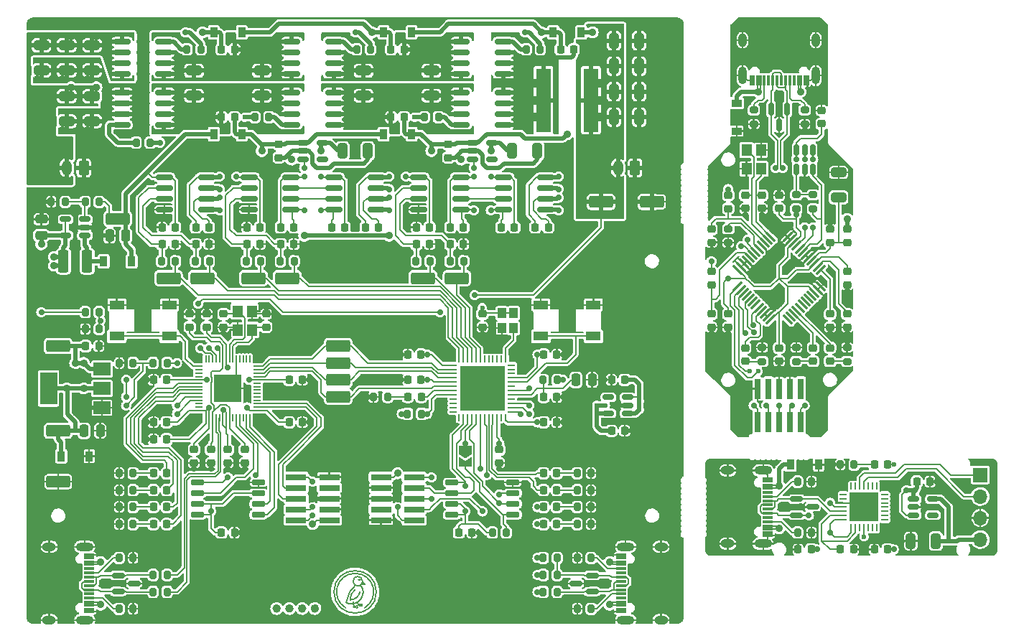
<source format=gbr>
G04 #@! TF.GenerationSoftware,KiCad,Pcbnew,(6.0.7)*
G04 #@! TF.CreationDate,2023-01-28T01:31:08-08:00*
G04 #@! TF.ProjectId,FcmlPanel,46636d6c-5061-46e6-956c-2e6b69636164,rev?*
G04 #@! TF.SameCoordinates,Original*
G04 #@! TF.FileFunction,Copper,L1,Top*
G04 #@! TF.FilePolarity,Positive*
%FSLAX46Y46*%
G04 Gerber Fmt 4.6, Leading zero omitted, Abs format (unit mm)*
G04 Created by KiCad (PCBNEW (6.0.7)) date 2023-01-28 01:31:08*
%MOMM*%
%LPD*%
G01*
G04 APERTURE LIST*
G04 Aperture macros list*
%AMRoundRect*
0 Rectangle with rounded corners*
0 $1 Rounding radius*
0 $2 $3 $4 $5 $6 $7 $8 $9 X,Y pos of 4 corners*
0 Add a 4 corners polygon primitive as box body*
4,1,4,$2,$3,$4,$5,$6,$7,$8,$9,$2,$3,0*
0 Add four circle primitives for the rounded corners*
1,1,$1+$1,$2,$3*
1,1,$1+$1,$4,$5*
1,1,$1+$1,$6,$7*
1,1,$1+$1,$8,$9*
0 Add four rect primitives between the rounded corners*
20,1,$1+$1,$2,$3,$4,$5,0*
20,1,$1+$1,$4,$5,$6,$7,0*
20,1,$1+$1,$6,$7,$8,$9,0*
20,1,$1+$1,$8,$9,$2,$3,0*%
%AMFreePoly0*
4,1,6,1.000000,0.000000,0.500000,-0.750000,-0.500000,-0.750000,-0.500000,0.750000,0.500000,0.750000,1.000000,0.000000,1.000000,0.000000,$1*%
%AMFreePoly1*
4,1,6,0.500000,-0.750000,-0.650000,-0.750000,-0.150000,0.000000,-0.650000,0.750000,0.500000,0.750000,0.500000,-0.750000,0.500000,-0.750000,$1*%
G04 Aperture macros list end*
G04 #@! TA.AperFunction,EtchedComponent*
%ADD10C,0.500000*%
G04 #@! TD*
G04 #@! TA.AperFunction,EtchedComponent*
%ADD11C,0.200000*%
G04 #@! TD*
G04 #@! TA.AperFunction,EtchedComponent*
%ADD12C,0.160000*%
G04 #@! TD*
G04 #@! TA.AperFunction,SMDPad,CuDef*
%ADD13FreePoly0,270.000000*%
G04 #@! TD*
G04 #@! TA.AperFunction,SMDPad,CuDef*
%ADD14FreePoly1,270.000000*%
G04 #@! TD*
G04 #@! TA.AperFunction,SMDPad,CuDef*
%ADD15RoundRect,0.200000X-0.200000X-0.275000X0.200000X-0.275000X0.200000X0.275000X-0.200000X0.275000X0*%
G04 #@! TD*
G04 #@! TA.AperFunction,SMDPad,CuDef*
%ADD16RoundRect,0.150000X0.512500X0.150000X-0.512500X0.150000X-0.512500X-0.150000X0.512500X-0.150000X0*%
G04 #@! TD*
G04 #@! TA.AperFunction,SMDPad,CuDef*
%ADD17R,1.150000X0.300000*%
G04 #@! TD*
G04 #@! TA.AperFunction,ComponentPad*
%ADD18O,1.600000X1.000000*%
G04 #@! TD*
G04 #@! TA.AperFunction,ComponentPad*
%ADD19O,2.100000X1.000000*%
G04 #@! TD*
G04 #@! TA.AperFunction,SMDPad,CuDef*
%ADD20RoundRect,0.250000X-0.650000X0.325000X-0.650000X-0.325000X0.650000X-0.325000X0.650000X0.325000X0*%
G04 #@! TD*
G04 #@! TA.AperFunction,SMDPad,CuDef*
%ADD21RoundRect,0.150000X0.650000X0.150000X-0.650000X0.150000X-0.650000X-0.150000X0.650000X-0.150000X0*%
G04 #@! TD*
G04 #@! TA.AperFunction,SMDPad,CuDef*
%ADD22R,2.400000X0.740000*%
G04 #@! TD*
G04 #@! TA.AperFunction,SMDPad,CuDef*
%ADD23RoundRect,0.225000X-0.225000X-0.250000X0.225000X-0.250000X0.225000X0.250000X-0.225000X0.250000X0*%
G04 #@! TD*
G04 #@! TA.AperFunction,SMDPad,CuDef*
%ADD24RoundRect,0.200000X0.200000X0.275000X-0.200000X0.275000X-0.200000X-0.275000X0.200000X-0.275000X0*%
G04 #@! TD*
G04 #@! TA.AperFunction,SMDPad,CuDef*
%ADD25RoundRect,0.218750X0.218750X0.256250X-0.218750X0.256250X-0.218750X-0.256250X0.218750X-0.256250X0*%
G04 #@! TD*
G04 #@! TA.AperFunction,SMDPad,CuDef*
%ADD26RoundRect,0.225000X-0.250000X0.225000X-0.250000X-0.225000X0.250000X-0.225000X0.250000X0.225000X0*%
G04 #@! TD*
G04 #@! TA.AperFunction,SMDPad,CuDef*
%ADD27RoundRect,0.225000X0.225000X0.250000X-0.225000X0.250000X-0.225000X-0.250000X0.225000X-0.250000X0*%
G04 #@! TD*
G04 #@! TA.AperFunction,ComponentPad*
%ADD28RoundRect,0.250000X0.350000X0.625000X-0.350000X0.625000X-0.350000X-0.625000X0.350000X-0.625000X0*%
G04 #@! TD*
G04 #@! TA.AperFunction,ComponentPad*
%ADD29O,1.200000X1.750000*%
G04 #@! TD*
G04 #@! TA.AperFunction,SMDPad,CuDef*
%ADD30RoundRect,0.150000X-0.825000X-0.150000X0.825000X-0.150000X0.825000X0.150000X-0.825000X0.150000X0*%
G04 #@! TD*
G04 #@! TA.AperFunction,SMDPad,CuDef*
%ADD31RoundRect,0.150000X0.825000X0.150000X-0.825000X0.150000X-0.825000X-0.150000X0.825000X-0.150000X0*%
G04 #@! TD*
G04 #@! TA.AperFunction,SMDPad,CuDef*
%ADD32RoundRect,0.250000X-0.375000X-1.075000X0.375000X-1.075000X0.375000X1.075000X-0.375000X1.075000X0*%
G04 #@! TD*
G04 #@! TA.AperFunction,SMDPad,CuDef*
%ADD33RoundRect,0.218750X-0.218750X-0.256250X0.218750X-0.256250X0.218750X0.256250X-0.218750X0.256250X0*%
G04 #@! TD*
G04 #@! TA.AperFunction,SMDPad,CuDef*
%ADD34RoundRect,0.250000X-1.175000X-0.450000X1.175000X-0.450000X1.175000X0.450000X-1.175000X0.450000X0*%
G04 #@! TD*
G04 #@! TA.AperFunction,SMDPad,CuDef*
%ADD35RoundRect,0.250000X-0.325000X-0.650000X0.325000X-0.650000X0.325000X0.650000X-0.325000X0.650000X0*%
G04 #@! TD*
G04 #@! TA.AperFunction,SMDPad,CuDef*
%ADD36R,1.800000X1.100000*%
G04 #@! TD*
G04 #@! TA.AperFunction,SMDPad,CuDef*
%ADD37R,1.800000X7.500000*%
G04 #@! TD*
G04 #@! TA.AperFunction,SMDPad,CuDef*
%ADD38RoundRect,0.225000X0.250000X-0.225000X0.250000X0.225000X-0.250000X0.225000X-0.250000X-0.225000X0*%
G04 #@! TD*
G04 #@! TA.AperFunction,SMDPad,CuDef*
%ADD39RoundRect,0.150000X-0.587500X-0.150000X0.587500X-0.150000X0.587500X0.150000X-0.587500X0.150000X0*%
G04 #@! TD*
G04 #@! TA.AperFunction,SMDPad,CuDef*
%ADD40RoundRect,0.250000X0.250000X0.475000X-0.250000X0.475000X-0.250000X-0.475000X0.250000X-0.475000X0*%
G04 #@! TD*
G04 #@! TA.AperFunction,SMDPad,CuDef*
%ADD41RoundRect,0.250000X-0.250000X-0.475000X0.250000X-0.475000X0.250000X0.475000X-0.250000X0.475000X0*%
G04 #@! TD*
G04 #@! TA.AperFunction,SMDPad,CuDef*
%ADD42R,1.200000X1.400000*%
G04 #@! TD*
G04 #@! TA.AperFunction,SMDPad,CuDef*
%ADD43R,0.900000X1.200000*%
G04 #@! TD*
G04 #@! TA.AperFunction,SMDPad,CuDef*
%ADD44RoundRect,0.150000X0.587500X0.150000X-0.587500X0.150000X-0.587500X-0.150000X0.587500X-0.150000X0*%
G04 #@! TD*
G04 #@! TA.AperFunction,SMDPad,CuDef*
%ADD45RoundRect,0.050000X0.387500X0.050000X-0.387500X0.050000X-0.387500X-0.050000X0.387500X-0.050000X0*%
G04 #@! TD*
G04 #@! TA.AperFunction,SMDPad,CuDef*
%ADD46RoundRect,0.050000X0.050000X0.387500X-0.050000X0.387500X-0.050000X-0.387500X0.050000X-0.387500X0*%
G04 #@! TD*
G04 #@! TA.AperFunction,SMDPad,CuDef*
%ADD47R,3.200000X3.200000*%
G04 #@! TD*
G04 #@! TA.AperFunction,SMDPad,CuDef*
%ADD48RoundRect,0.250000X0.475000X-0.250000X0.475000X0.250000X-0.475000X0.250000X-0.475000X-0.250000X0*%
G04 #@! TD*
G04 #@! TA.AperFunction,SMDPad,CuDef*
%ADD49R,2.000000X1.500000*%
G04 #@! TD*
G04 #@! TA.AperFunction,SMDPad,CuDef*
%ADD50R,2.000000X3.800000*%
G04 #@! TD*
G04 #@! TA.AperFunction,SMDPad,CuDef*
%ADD51RoundRect,0.150000X-0.512500X-0.150000X0.512500X-0.150000X0.512500X0.150000X-0.512500X0.150000X0*%
G04 #@! TD*
G04 #@! TA.AperFunction,SMDPad,CuDef*
%ADD52RoundRect,0.062500X-0.337500X-0.062500X0.337500X-0.062500X0.337500X0.062500X-0.337500X0.062500X0*%
G04 #@! TD*
G04 #@! TA.AperFunction,SMDPad,CuDef*
%ADD53RoundRect,0.062500X-0.062500X-0.337500X0.062500X-0.337500X0.062500X0.337500X-0.062500X0.337500X0*%
G04 #@! TD*
G04 #@! TA.AperFunction,SMDPad,CuDef*
%ADD54R,5.300000X5.300000*%
G04 #@! TD*
G04 #@! TA.AperFunction,SMDPad,CuDef*
%ADD55R,1.000000X1.150000*%
G04 #@! TD*
G04 #@! TA.AperFunction,SMDPad,CuDef*
%ADD56RoundRect,0.200000X0.275000X-0.200000X0.275000X0.200000X-0.275000X0.200000X-0.275000X-0.200000X0*%
G04 #@! TD*
G04 #@! TA.AperFunction,SMDPad,CuDef*
%ADD57RoundRect,0.218750X-0.256250X0.218750X-0.256250X-0.218750X0.256250X-0.218750X0.256250X0.218750X0*%
G04 #@! TD*
G04 #@! TA.AperFunction,SMDPad,CuDef*
%ADD58RoundRect,0.250000X0.650000X-0.325000X0.650000X0.325000X-0.650000X0.325000X-0.650000X-0.325000X0*%
G04 #@! TD*
G04 #@! TA.AperFunction,SMDPad,CuDef*
%ADD59RoundRect,0.150000X0.150000X-0.512500X0.150000X0.512500X-0.150000X0.512500X-0.150000X-0.512500X0*%
G04 #@! TD*
G04 #@! TA.AperFunction,SMDPad,CuDef*
%ADD60RoundRect,0.150000X-0.150000X0.587500X-0.150000X-0.587500X0.150000X-0.587500X0.150000X0.587500X0*%
G04 #@! TD*
G04 #@! TA.AperFunction,SMDPad,CuDef*
%ADD61RoundRect,0.200000X-0.275000X0.200000X-0.275000X-0.200000X0.275000X-0.200000X0.275000X0.200000X0*%
G04 #@! TD*
G04 #@! TA.AperFunction,SMDPad,CuDef*
%ADD62RoundRect,0.218750X0.256250X-0.218750X0.256250X0.218750X-0.256250X0.218750X-0.256250X-0.218750X0*%
G04 #@! TD*
G04 #@! TA.AperFunction,SMDPad,CuDef*
%ADD63R,0.740000X2.400000*%
G04 #@! TD*
G04 #@! TA.AperFunction,SMDPad,CuDef*
%ADD64R,3.350000X3.350000*%
G04 #@! TD*
G04 #@! TA.AperFunction,SMDPad,CuDef*
%ADD65RoundRect,0.250000X0.325000X0.650000X-0.325000X0.650000X-0.325000X-0.650000X0.325000X-0.650000X0*%
G04 #@! TD*
G04 #@! TA.AperFunction,SMDPad,CuDef*
%ADD66R,0.300000X1.150000*%
G04 #@! TD*
G04 #@! TA.AperFunction,ComponentPad*
%ADD67O,1.000000X2.100000*%
G04 #@! TD*
G04 #@! TA.AperFunction,ComponentPad*
%ADD68O,1.000000X1.600000*%
G04 #@! TD*
G04 #@! TA.AperFunction,ComponentPad*
%ADD69R,1.700000X1.700000*%
G04 #@! TD*
G04 #@! TA.AperFunction,ComponentPad*
%ADD70O,1.700000X1.700000*%
G04 #@! TD*
G04 #@! TA.AperFunction,SMDPad,CuDef*
%ADD71RoundRect,0.075000X-0.521491X0.415425X0.415425X-0.521491X0.521491X-0.415425X-0.415425X0.521491X0*%
G04 #@! TD*
G04 #@! TA.AperFunction,SMDPad,CuDef*
%ADD72RoundRect,0.075000X-0.521491X-0.415425X-0.415425X-0.521491X0.521491X0.415425X0.415425X0.521491X0*%
G04 #@! TD*
G04 #@! TA.AperFunction,SMDPad,CuDef*
%ADD73R,1.200000X0.900000*%
G04 #@! TD*
G04 #@! TA.AperFunction,ViaPad*
%ADD74C,0.700000*%
G04 #@! TD*
G04 #@! TA.AperFunction,ViaPad*
%ADD75C,0.600000*%
G04 #@! TD*
G04 #@! TA.AperFunction,ViaPad*
%ADD76C,0.900000*%
G04 #@! TD*
G04 #@! TA.AperFunction,Conductor*
%ADD77C,0.160000*%
G04 #@! TD*
G04 #@! TA.AperFunction,Conductor*
%ADD78C,0.200000*%
G04 #@! TD*
G04 #@! TA.AperFunction,Conductor*
%ADD79C,0.150000*%
G04 #@! TD*
G04 #@! TA.AperFunction,Conductor*
%ADD80C,0.500000*%
G04 #@! TD*
G04 #@! TA.AperFunction,Conductor*
%ADD81C,1.000000*%
G04 #@! TD*
G04 #@! TA.AperFunction,Conductor*
%ADD82C,0.152400*%
G04 #@! TD*
G04 APERTURE END LIST*
D10*
X57500000Y-170957228D02*
G75*
G03*
X57500000Y-170957228I-250000J0D01*
G01*
X59000000Y-170957228D02*
G75*
G03*
X59000000Y-170957228I-250000J0D01*
G01*
X56000000Y-170957228D02*
G75*
G03*
X56000000Y-170957228I-250000J0D01*
G01*
X60500000Y-170957228D02*
G75*
G03*
X60500000Y-170957228I-250000J0D01*
G01*
D11*
X64800000Y-170395710D02*
X64787996Y-170146914D01*
X65937407Y-169022451D02*
X65895035Y-168725950D01*
X65895035Y-168725950D02*
X65778054Y-168458630D01*
X65382558Y-170561450D02*
X65273702Y-170202597D01*
X65792579Y-169628467D02*
X65902531Y-169329667D01*
X64849257Y-170768905D02*
X64800000Y-170395710D01*
X64798327Y-170398730D02*
X65101295Y-170297751D01*
X65778054Y-168458630D02*
X65593750Y-168237139D01*
X65614398Y-169900241D02*
X65792579Y-169628467D01*
X64489050Y-170424715D02*
X64798327Y-170398730D01*
X63927802Y-170250000D02*
X64192723Y-170374087D01*
X65101295Y-170297751D02*
X65379085Y-170128065D01*
X65902531Y-169329667D02*
X65937407Y-169022451D01*
X65379085Y-170128065D02*
X65614398Y-169900241D01*
X64192723Y-170374087D02*
X64489050Y-170424715D01*
D12*
X64786757Y-170768904D02*
G75*
G03*
X65286610Y-170893910I468620J811977D01*
G01*
X65320059Y-170561449D02*
G75*
G03*
X65819911Y-170686455I468621J811979D01*
G01*
X65286757Y-170643905D02*
G75*
G03*
X65286757Y-170768905I0J-62500D01*
G01*
D11*
X63927802Y-170250000D02*
G75*
G03*
X64190636Y-169547562I-985385J769097D01*
G01*
D12*
X65820058Y-170436451D02*
G75*
G03*
X65320186Y-170561377I-31378J-936989D01*
G01*
X65620740Y-167592648D02*
G75*
G03*
X65379260Y-167592648I-120740J-32352D01*
G01*
X65763205Y-168086558D02*
G75*
G03*
X66178844Y-168108704I239175J577408D01*
G01*
D11*
X64696494Y-168608539D02*
G75*
G03*
X64190634Y-169547561I742356J-1005681D01*
G01*
D12*
X65820058Y-170561450D02*
G75*
G03*
X65820058Y-170686450I2J-62500D01*
G01*
X65286757Y-170643905D02*
G75*
G03*
X64786885Y-170768832I-31377J-936985D01*
G01*
X64426188Y-169957554D02*
G75*
G03*
X65575946Y-169000734I-65790J1248266D01*
G01*
X64986604Y-168756931D02*
G75*
G03*
X64426162Y-169957346I680309J-1048654D01*
G01*
X65869179Y-167830713D02*
G75*
G03*
X66178836Y-168108849I548631J299363D01*
G01*
X65286757Y-170768905D02*
G75*
G03*
X65286757Y-170893905I0J-62500D01*
G01*
D11*
X66093749Y-170894430D02*
G75*
G03*
X63906250Y-170894429I-1093749J1894430D01*
G01*
X64696494Y-168608539D02*
G75*
G03*
X65031250Y-168237139I-742367J1005685D01*
G01*
D12*
X65820058Y-170436450D02*
G75*
G03*
X65820058Y-170561450I2J-62500D01*
G01*
D11*
X65875000Y-167750000D02*
G75*
G03*
X65875000Y-167750000I-562500J0D01*
G01*
X67500000Y-169000000D02*
G75*
G03*
X67500000Y-169000000I-2500000J0D01*
G01*
D13*
X78000000Y-152275000D03*
D14*
X78000000Y-153725000D03*
D15*
X87175000Y-165000000D03*
X88825000Y-165000000D03*
D16*
X33137500Y-126950000D03*
X33137500Y-126000000D03*
X33137500Y-125050000D03*
X30862500Y-125050000D03*
X30862500Y-126950000D03*
D17*
X33670000Y-164650000D03*
X33670000Y-165450000D03*
X33670000Y-166750000D03*
X33670000Y-167750000D03*
X33670000Y-168250000D03*
X33670000Y-169250000D03*
X33670000Y-170550000D03*
X33670000Y-171350000D03*
X33670000Y-171050000D03*
X33670000Y-170250000D03*
X33670000Y-169750000D03*
X33670000Y-168750000D03*
X33670000Y-167250000D03*
X33670000Y-166250000D03*
X33670000Y-165750000D03*
X33670000Y-164950000D03*
D18*
X28925000Y-172320000D03*
D19*
X33105000Y-163680000D03*
D18*
X28925000Y-163680000D03*
D19*
X33105000Y-172320000D03*
D20*
X46000000Y-107525000D03*
X46000000Y-110475000D03*
D15*
X73175000Y-113000000D03*
X74825000Y-113000000D03*
D21*
X83600000Y-159905000D03*
X83600000Y-158635000D03*
X83600000Y-157365000D03*
X83600000Y-156095000D03*
X76400000Y-156095000D03*
X76400000Y-157365000D03*
X76400000Y-158635000D03*
X76400000Y-159905000D03*
D22*
X68050000Y-155460000D03*
X71950000Y-155460000D03*
X68050000Y-156730000D03*
X71950000Y-156730000D03*
X68050000Y-158000000D03*
X71950000Y-158000000D03*
X68050000Y-159270000D03*
X71950000Y-159270000D03*
X68050000Y-160540000D03*
X71950000Y-160540000D03*
D23*
X87225000Y-146000000D03*
X88775000Y-146000000D03*
D24*
X38825000Y-159000000D03*
X37175000Y-159000000D03*
D20*
X34000000Y-110525000D03*
X34000000Y-113475000D03*
D24*
X38825000Y-161000000D03*
X37175000Y-161000000D03*
D25*
X88787500Y-155000000D03*
X87212500Y-155000000D03*
D26*
X48000000Y-152225000D03*
X48000000Y-153775000D03*
D20*
X28000000Y-104525000D03*
X28000000Y-107475000D03*
D23*
X56225000Y-126000000D03*
X57775000Y-126000000D03*
D27*
X72775000Y-141000000D03*
X71225000Y-141000000D03*
D23*
X46225000Y-126000000D03*
X47775000Y-126000000D03*
X42225000Y-128000000D03*
X43775000Y-128000000D03*
D24*
X46825000Y-105000000D03*
X45175000Y-105000000D03*
X42825000Y-169000000D03*
X41175000Y-169000000D03*
D23*
X95225000Y-150000000D03*
X96775000Y-150000000D03*
D28*
X98000000Y-119000000D03*
D29*
X96000000Y-119000000D03*
D24*
X38825000Y-157000000D03*
X37175000Y-157000000D03*
D30*
X57525000Y-110095000D03*
X57525000Y-111365000D03*
X57525000Y-112635000D03*
X57525000Y-113905000D03*
X62475000Y-113905000D03*
X62475000Y-112635000D03*
X62475000Y-111365000D03*
X62475000Y-110095000D03*
X82505000Y-120095000D03*
X82505000Y-121365000D03*
X82505000Y-122635000D03*
X82505000Y-123905000D03*
X87455000Y-123905000D03*
X87455000Y-122635000D03*
X87455000Y-121365000D03*
X87455000Y-120095000D03*
D31*
X82475000Y-107905000D03*
X82475000Y-106635000D03*
X82475000Y-105365000D03*
X82475000Y-104095000D03*
X77525000Y-104095000D03*
X77525000Y-105365000D03*
X77525000Y-106635000D03*
X77525000Y-107905000D03*
D30*
X52505000Y-120095000D03*
X52505000Y-121365000D03*
X52505000Y-122635000D03*
X52505000Y-123905000D03*
X57455000Y-123905000D03*
X57455000Y-122635000D03*
X57455000Y-121365000D03*
X57455000Y-120095000D03*
D32*
X30600000Y-130000000D03*
X33400000Y-130000000D03*
D33*
X41212500Y-159000000D03*
X42787500Y-159000000D03*
D27*
X53775000Y-126000000D03*
X52225000Y-126000000D03*
D34*
X43000000Y-132000000D03*
D35*
X95525000Y-104000000D03*
X98475000Y-104000000D03*
D17*
X96330000Y-171350000D03*
X96330000Y-170550000D03*
X96330000Y-169250000D03*
X96330000Y-168250000D03*
X96330000Y-167750000D03*
X96330000Y-166750000D03*
X96330000Y-165450000D03*
X96330000Y-164650000D03*
X96330000Y-164950000D03*
X96330000Y-165750000D03*
X96330000Y-166250000D03*
X96330000Y-167250000D03*
X96330000Y-168750000D03*
X96330000Y-169750000D03*
X96330000Y-170250000D03*
X96330000Y-171050000D03*
D19*
X96895000Y-163680000D03*
D18*
X101075000Y-172320000D03*
D19*
X96895000Y-172320000D03*
D18*
X101075000Y-163680000D03*
D33*
X41212500Y-157000000D03*
X42787500Y-157000000D03*
D15*
X91175000Y-171000000D03*
X92825000Y-171000000D03*
D24*
X42825000Y-167000000D03*
X41175000Y-167000000D03*
X30825000Y-123000000D03*
X29175000Y-123000000D03*
D36*
X36900000Y-135150000D03*
X43100000Y-135150000D03*
X36900000Y-138850000D03*
X43100000Y-138850000D03*
D27*
X50775000Y-113000000D03*
X49225000Y-113000000D03*
D23*
X46225000Y-128000000D03*
X47775000Y-128000000D03*
X57225000Y-144000000D03*
X58775000Y-144000000D03*
D24*
X88825000Y-144000000D03*
X87175000Y-144000000D03*
D27*
X72775000Y-144000000D03*
X71225000Y-144000000D03*
D23*
X87225000Y-149000000D03*
X88775000Y-149000000D03*
X72225000Y-128000000D03*
X73775000Y-128000000D03*
D15*
X91175000Y-161000000D03*
X92825000Y-161000000D03*
D21*
X53600000Y-159905000D03*
X53600000Y-158635000D03*
X53600000Y-157365000D03*
X53600000Y-156095000D03*
X46400000Y-156095000D03*
X46400000Y-157365000D03*
X46400000Y-158635000D03*
X46400000Y-159905000D03*
D37*
X87200000Y-111000000D03*
X92800000Y-111000000D03*
D24*
X47825000Y-130000000D03*
X46175000Y-130000000D03*
D38*
X47500000Y-137775000D03*
X47500000Y-136225000D03*
D34*
X63000000Y-146000000D03*
D23*
X89225000Y-105000000D03*
X90775000Y-105000000D03*
D15*
X71175000Y-148000000D03*
X72825000Y-148000000D03*
D20*
X31000000Y-110525000D03*
X31000000Y-113475000D03*
D24*
X34825000Y-123000000D03*
X33175000Y-123000000D03*
D20*
X34000000Y-104525000D03*
X34000000Y-107475000D03*
D23*
X76225000Y-128000000D03*
X77775000Y-128000000D03*
D39*
X37062500Y-167050000D03*
X37062500Y-168950000D03*
X38937500Y-168000000D03*
D34*
X63000000Y-142000000D03*
X30000000Y-156000000D03*
D20*
X74000000Y-107525000D03*
X74000000Y-110475000D03*
D23*
X87225000Y-141000000D03*
X88775000Y-141000000D03*
D34*
X100000000Y-123000000D03*
D20*
X66000000Y-107525000D03*
X66000000Y-110475000D03*
D23*
X52225000Y-128000000D03*
X53775000Y-128000000D03*
D35*
X63525000Y-117000000D03*
X66475000Y-117000000D03*
D31*
X42475000Y-107905000D03*
X42475000Y-106635000D03*
X42475000Y-105365000D03*
X42475000Y-104095000D03*
X37525000Y-104095000D03*
X37525000Y-105365000D03*
X37525000Y-106635000D03*
X37525000Y-107905000D03*
D15*
X81175000Y-162000000D03*
X82825000Y-162000000D03*
D40*
X37950000Y-127000000D03*
X36050000Y-127000000D03*
D24*
X57825000Y-130000000D03*
X56175000Y-130000000D03*
D26*
X50000000Y-152225000D03*
X50000000Y-153775000D03*
D15*
X91175000Y-165000000D03*
X92825000Y-165000000D03*
D27*
X42775000Y-151000000D03*
X41225000Y-151000000D03*
D25*
X88787500Y-159000000D03*
X87212500Y-159000000D03*
D15*
X87175000Y-167000000D03*
X88825000Y-167000000D03*
D24*
X77825000Y-130000000D03*
X76175000Y-130000000D03*
D27*
X43775000Y-126000000D03*
X42225000Y-126000000D03*
D23*
X69225000Y-105000000D03*
X70775000Y-105000000D03*
D24*
X38825000Y-142000000D03*
X37175000Y-142000000D03*
D25*
X88787500Y-161000000D03*
X87212500Y-161000000D03*
D41*
X91050000Y-144000000D03*
X92950000Y-144000000D03*
D24*
X86825000Y-105000000D03*
X85175000Y-105000000D03*
D42*
X52850000Y-138100000D03*
X52850000Y-135900000D03*
X51150000Y-135900000D03*
X51150000Y-138100000D03*
D24*
X66825000Y-105000000D03*
X65175000Y-105000000D03*
D23*
X66225000Y-126000000D03*
X67775000Y-126000000D03*
X56225000Y-128000000D03*
X57775000Y-128000000D03*
D30*
X72505000Y-120095000D03*
X72505000Y-121365000D03*
X72505000Y-122635000D03*
X72505000Y-123905000D03*
X77455000Y-123905000D03*
X77455000Y-122635000D03*
X77455000Y-121365000D03*
X77455000Y-120095000D03*
D24*
X68825000Y-146000000D03*
X67175000Y-146000000D03*
X53825000Y-130000000D03*
X52175000Y-130000000D03*
D34*
X63000000Y-144000000D03*
D26*
X80000000Y-136225000D03*
X80000000Y-137775000D03*
D15*
X33175000Y-136000000D03*
X34825000Y-136000000D03*
D43*
X48350000Y-103000000D03*
X51650000Y-103000000D03*
X68350000Y-103000000D03*
X71650000Y-103000000D03*
D33*
X41212500Y-155000000D03*
X42787500Y-155000000D03*
D27*
X96775000Y-144000000D03*
X95225000Y-144000000D03*
D26*
X76000000Y-116225000D03*
X76000000Y-117775000D03*
D30*
X37525000Y-110095000D03*
X37525000Y-111365000D03*
X37525000Y-112635000D03*
X37525000Y-113905000D03*
X42475000Y-113905000D03*
X42475000Y-112635000D03*
X42475000Y-111365000D03*
X42475000Y-110095000D03*
D26*
X49500000Y-136225000D03*
X49500000Y-137775000D03*
D35*
X95525000Y-113000000D03*
X98475000Y-113000000D03*
D24*
X38825000Y-171000000D03*
X37175000Y-171000000D03*
D34*
X47000000Y-132000000D03*
X53000000Y-132000000D03*
D23*
X33225000Y-140000000D03*
X34775000Y-140000000D03*
D34*
X94000000Y-123000000D03*
D24*
X73825000Y-130000000D03*
X72175000Y-130000000D03*
D15*
X91175000Y-155000000D03*
X92825000Y-155000000D03*
D20*
X31000000Y-104525000D03*
X31000000Y-107475000D03*
D33*
X41212500Y-161000000D03*
X42787500Y-161000000D03*
D28*
X33000000Y-119000000D03*
D29*
X31000000Y-119000000D03*
D15*
X87175000Y-169000000D03*
X88825000Y-169000000D03*
D35*
X83525000Y-117000000D03*
X86475000Y-117000000D03*
D44*
X92937500Y-168950000D03*
X92937500Y-167050000D03*
X91062500Y-168000000D03*
D34*
X77000000Y-132000000D03*
D26*
X56000000Y-116225000D03*
X56000000Y-117775000D03*
D43*
X38650000Y-130000000D03*
X35350000Y-130000000D03*
D15*
X91175000Y-157000000D03*
X92825000Y-157000000D03*
D35*
X95525000Y-107000000D03*
X98475000Y-107000000D03*
D43*
X51650000Y-115000000D03*
X48350000Y-115000000D03*
D45*
X53437500Y-147600000D03*
X53437500Y-147200000D03*
X53437500Y-146800000D03*
X53437500Y-146400000D03*
X53437500Y-146000000D03*
X53437500Y-145600000D03*
X53437500Y-145200000D03*
X53437500Y-144800000D03*
X53437500Y-144400000D03*
X53437500Y-144000000D03*
X53437500Y-143600000D03*
X53437500Y-143200000D03*
X53437500Y-142800000D03*
X53437500Y-142400000D03*
D46*
X52600000Y-141562500D03*
X52200000Y-141562500D03*
X51800000Y-141562500D03*
X51400000Y-141562500D03*
X51000000Y-141562500D03*
X50600000Y-141562500D03*
X50200000Y-141562500D03*
X49800000Y-141562500D03*
X49400000Y-141562500D03*
X49000000Y-141562500D03*
X48600000Y-141562500D03*
X48200000Y-141562500D03*
X47800000Y-141562500D03*
X47400000Y-141562500D03*
D45*
X46562500Y-142400000D03*
X46562500Y-142800000D03*
X46562500Y-143200000D03*
X46562500Y-143600000D03*
X46562500Y-144000000D03*
X46562500Y-144400000D03*
X46562500Y-144800000D03*
X46562500Y-145200000D03*
X46562500Y-145600000D03*
X46562500Y-146000000D03*
X46562500Y-146400000D03*
X46562500Y-146800000D03*
X46562500Y-147200000D03*
X46562500Y-147600000D03*
D46*
X47400000Y-148437500D03*
X47800000Y-148437500D03*
X48200000Y-148437500D03*
X48600000Y-148437500D03*
X49000000Y-148437500D03*
X49400000Y-148437500D03*
X49800000Y-148437500D03*
X50200000Y-148437500D03*
X50600000Y-148437500D03*
X51000000Y-148437500D03*
X51400000Y-148437500D03*
X51800000Y-148437500D03*
X52200000Y-148437500D03*
X52600000Y-148437500D03*
D47*
X50000000Y-145000000D03*
D24*
X38825000Y-165000000D03*
X37175000Y-165000000D03*
D38*
X54500000Y-137775000D03*
X54500000Y-136225000D03*
D48*
X28000000Y-126950000D03*
X28000000Y-125050000D03*
D34*
X37000000Y-125000000D03*
D33*
X71212500Y-146000000D03*
X72787500Y-146000000D03*
D20*
X54000000Y-107525000D03*
X54000000Y-110475000D03*
D15*
X91175000Y-159000000D03*
X92825000Y-159000000D03*
D23*
X49225000Y-105000000D03*
X50775000Y-105000000D03*
D35*
X95525000Y-110000000D03*
X98475000Y-110000000D03*
D27*
X70775000Y-113000000D03*
X69225000Y-113000000D03*
D34*
X30000000Y-150000000D03*
D23*
X49225000Y-162000000D03*
X50775000Y-162000000D03*
D36*
X86900000Y-135150000D03*
X93100000Y-135150000D03*
X86900000Y-138850000D03*
X93100000Y-138850000D03*
D41*
X33050000Y-150000000D03*
X34950000Y-150000000D03*
D24*
X42825000Y-142000000D03*
X41175000Y-142000000D03*
D49*
X35150000Y-147300000D03*
X35150000Y-145000000D03*
D50*
X28850000Y-145000000D03*
D49*
X35150000Y-142700000D03*
D23*
X76225000Y-126000000D03*
X77775000Y-126000000D03*
D27*
X83775000Y-126000000D03*
X82225000Y-126000000D03*
D24*
X34825000Y-138000000D03*
X33175000Y-138000000D03*
D23*
X57225000Y-149000000D03*
X58775000Y-149000000D03*
D34*
X30000000Y-140000000D03*
D31*
X62475000Y-107905000D03*
X62475000Y-106635000D03*
X62475000Y-105365000D03*
X62475000Y-104095000D03*
X57525000Y-104095000D03*
X57525000Y-105365000D03*
X57525000Y-106635000D03*
X57525000Y-107905000D03*
D51*
X78862500Y-116050000D03*
X78862500Y-117000000D03*
X78862500Y-117950000D03*
X81137500Y-117950000D03*
X81137500Y-116050000D03*
D23*
X77225000Y-162000000D03*
X78775000Y-162000000D03*
D22*
X61950000Y-160540000D03*
X58050000Y-160540000D03*
X61950000Y-159270000D03*
X58050000Y-159270000D03*
X61950000Y-158000000D03*
X58050000Y-158000000D03*
X61950000Y-156730000D03*
X58050000Y-156730000D03*
X61950000Y-155460000D03*
X58050000Y-155460000D03*
D30*
X77525000Y-110095000D03*
X77525000Y-111365000D03*
X77525000Y-112635000D03*
X77525000Y-113905000D03*
X82475000Y-113905000D03*
X82475000Y-112635000D03*
X82475000Y-111365000D03*
X82475000Y-110095000D03*
D26*
X52000000Y-152225000D03*
X52000000Y-153775000D03*
D34*
X57000000Y-132000000D03*
D26*
X46000000Y-152225000D03*
X46000000Y-153775000D03*
D34*
X73000000Y-132000000D03*
D52*
X76550000Y-142250000D03*
X76550000Y-142750000D03*
X76550000Y-143250000D03*
X76550000Y-143750000D03*
X76550000Y-144250000D03*
X76550000Y-144750000D03*
X76550000Y-145250000D03*
X76550000Y-145750000D03*
X76550000Y-146250000D03*
X76550000Y-146750000D03*
X76550000Y-147250000D03*
X76550000Y-147750000D03*
D53*
X77250000Y-148450000D03*
X77750000Y-148450000D03*
X78250000Y-148450000D03*
X78750000Y-148450000D03*
X79250000Y-148450000D03*
X79750000Y-148450000D03*
X80250000Y-148450000D03*
X80750000Y-148450000D03*
X81250000Y-148450000D03*
X81750000Y-148450000D03*
X82250000Y-148450000D03*
X82750000Y-148450000D03*
D52*
X83450000Y-147750000D03*
X83450000Y-147250000D03*
X83450000Y-146750000D03*
X83450000Y-146250000D03*
X83450000Y-145750000D03*
X83450000Y-145250000D03*
X83450000Y-144750000D03*
X83450000Y-144250000D03*
X83450000Y-143750000D03*
X83450000Y-143250000D03*
X83450000Y-142750000D03*
X83450000Y-142250000D03*
D53*
X82750000Y-141550000D03*
X82250000Y-141550000D03*
X81750000Y-141550000D03*
X81250000Y-141550000D03*
X80750000Y-141550000D03*
X80250000Y-141550000D03*
X79750000Y-141550000D03*
X79250000Y-141550000D03*
X78750000Y-141550000D03*
X78250000Y-141550000D03*
X77750000Y-141550000D03*
X77250000Y-141550000D03*
D54*
X80000000Y-145000000D03*
D23*
X86225000Y-126000000D03*
X87775000Y-126000000D03*
D30*
X62505000Y-120095000D03*
X62505000Y-121365000D03*
X62505000Y-122635000D03*
X62505000Y-123905000D03*
X67455000Y-123905000D03*
X67455000Y-122635000D03*
X67455000Y-121365000D03*
X67455000Y-120095000D03*
D27*
X42775000Y-144000000D03*
X41225000Y-144000000D03*
X42775000Y-149000000D03*
X41225000Y-149000000D03*
X73775000Y-126000000D03*
X72225000Y-126000000D03*
D24*
X43825000Y-130000000D03*
X42175000Y-130000000D03*
D43*
X71650000Y-115000000D03*
X68350000Y-115000000D03*
D24*
X40825000Y-116000000D03*
X39175000Y-116000000D03*
D38*
X45500000Y-137775000D03*
X45500000Y-136225000D03*
D24*
X38825000Y-155000000D03*
X37175000Y-155000000D03*
D51*
X58862500Y-116050000D03*
X58862500Y-117000000D03*
X58862500Y-117950000D03*
X61137500Y-117950000D03*
X61137500Y-116050000D03*
D43*
X30350000Y-153000000D03*
X33650000Y-153000000D03*
D25*
X88787500Y-157000000D03*
X87212500Y-157000000D03*
D26*
X82000000Y-152225000D03*
X82000000Y-153775000D03*
D16*
X97137500Y-147950000D03*
X97137500Y-147000000D03*
X97137500Y-146050000D03*
X94862500Y-146050000D03*
X94862500Y-147950000D03*
D15*
X53175000Y-113000000D03*
X54825000Y-113000000D03*
D55*
X82300000Y-136125000D03*
X82300000Y-137875000D03*
X83700000Y-137875000D03*
X83700000Y-136125000D03*
D43*
X88350000Y-103000000D03*
X91650000Y-103000000D03*
D30*
X42525000Y-120095000D03*
X42525000Y-121365000D03*
X42525000Y-122635000D03*
X42525000Y-123905000D03*
X47475000Y-123905000D03*
X47475000Y-122635000D03*
X47475000Y-121365000D03*
X47475000Y-120095000D03*
D27*
X63775000Y-126000000D03*
X62225000Y-126000000D03*
D34*
X63000000Y-140000000D03*
D26*
X121000000Y-136225000D03*
X121000000Y-137775000D03*
D56*
X123000000Y-141825000D03*
X123000000Y-140175000D03*
D57*
X107000000Y-131212500D03*
X107000000Y-132787500D03*
D51*
X130862500Y-158050000D03*
X130862500Y-159000000D03*
X130862500Y-159950000D03*
X133137500Y-159950000D03*
X133137500Y-158050000D03*
D38*
X120000000Y-113775000D03*
X120000000Y-112225000D03*
D58*
X122000000Y-122475000D03*
X122000000Y-119525000D03*
D27*
X127775000Y-164000000D03*
X126225000Y-164000000D03*
D59*
X117050000Y-119137500D03*
X118000000Y-119137500D03*
X118950000Y-119137500D03*
X118950000Y-116862500D03*
X118000000Y-116862500D03*
X117050000Y-116862500D03*
D42*
X112850000Y-119100000D03*
X112850000Y-116900000D03*
X111150000Y-116900000D03*
X111150000Y-119100000D03*
D26*
X115000000Y-140225000D03*
X115000000Y-141775000D03*
X123000000Y-136225000D03*
X123000000Y-137775000D03*
D27*
X118775000Y-164000000D03*
X117225000Y-164000000D03*
D26*
X123000000Y-131225000D03*
X123000000Y-132775000D03*
D60*
X115950000Y-112062500D03*
X114050000Y-112062500D03*
X115000000Y-113937500D03*
D61*
X109000000Y-126175000D03*
X109000000Y-127825000D03*
D26*
X107000000Y-136225000D03*
X107000000Y-137775000D03*
X113000000Y-122225000D03*
X113000000Y-123775000D03*
X111000000Y-122225000D03*
X111000000Y-123775000D03*
D24*
X118825000Y-162000000D03*
X117175000Y-162000000D03*
D33*
X126212500Y-154000000D03*
X127787500Y-154000000D03*
D24*
X118825000Y-156000000D03*
X117175000Y-156000000D03*
D39*
X117062500Y-158050000D03*
X117062500Y-159950000D03*
X118937500Y-159000000D03*
D62*
X111000000Y-141787500D03*
X111000000Y-140212500D03*
D26*
X109000000Y-136225000D03*
X109000000Y-137775000D03*
D23*
X131225000Y-156000000D03*
X132775000Y-156000000D03*
D63*
X117540000Y-145050000D03*
X117540000Y-148950000D03*
X116270000Y-145050000D03*
X116270000Y-148950000D03*
X115000000Y-145050000D03*
X115000000Y-148950000D03*
X113730000Y-145050000D03*
X113730000Y-148950000D03*
X112460000Y-145050000D03*
X112460000Y-148950000D03*
D52*
X122550000Y-157500000D03*
X122550000Y-158000000D03*
X122550000Y-158500000D03*
X122550000Y-159000000D03*
X122550000Y-159500000D03*
X122550000Y-160000000D03*
X122550000Y-160500000D03*
D53*
X123500000Y-161450000D03*
X124000000Y-161450000D03*
X124500000Y-161450000D03*
X125000000Y-161450000D03*
X125500000Y-161450000D03*
X126000000Y-161450000D03*
X126500000Y-161450000D03*
D52*
X127450000Y-160500000D03*
X127450000Y-160000000D03*
X127450000Y-159500000D03*
X127450000Y-159000000D03*
X127450000Y-158500000D03*
X127450000Y-158000000D03*
X127450000Y-157500000D03*
D53*
X126500000Y-156550000D03*
X126000000Y-156550000D03*
X125500000Y-156550000D03*
X125000000Y-156550000D03*
X124500000Y-156550000D03*
X124000000Y-156550000D03*
X123500000Y-156550000D03*
D64*
X125000000Y-159000000D03*
D65*
X133475000Y-163000000D03*
X130525000Y-163000000D03*
D61*
X119000000Y-122175000D03*
X119000000Y-123825000D03*
D57*
X123000000Y-126212500D03*
X123000000Y-127787500D03*
D56*
X112000000Y-113825000D03*
X112000000Y-112175000D03*
D66*
X118350000Y-108670000D03*
X117550000Y-108670000D03*
X116250000Y-108670000D03*
X115250000Y-108670000D03*
X114750000Y-108670000D03*
X113750000Y-108670000D03*
X112450000Y-108670000D03*
X111650000Y-108670000D03*
X111950000Y-108670000D03*
X112750000Y-108670000D03*
X113250000Y-108670000D03*
X114250000Y-108670000D03*
X115750000Y-108670000D03*
X116750000Y-108670000D03*
X117250000Y-108670000D03*
X118050000Y-108670000D03*
D67*
X110680000Y-108105000D03*
D68*
X110680000Y-103925000D03*
D67*
X119320000Y-108105000D03*
D68*
X119320000Y-103925000D03*
D69*
X138707107Y-155200000D03*
D70*
X138707107Y-157740000D03*
X138707107Y-160280000D03*
X138707107Y-162820000D03*
D62*
X121000000Y-141787500D03*
X121000000Y-140212500D03*
D71*
X114001212Y-127112124D03*
X113647658Y-127465678D03*
X113294105Y-127819231D03*
X112940551Y-128172785D03*
X112586998Y-128526338D03*
X112233445Y-128879891D03*
X111879891Y-129233445D03*
X111526338Y-129586998D03*
X111172785Y-129940551D03*
X110819231Y-130294105D03*
X110465678Y-130647658D03*
X110112124Y-131001212D03*
D72*
X110112124Y-132998788D03*
X110465678Y-133352342D03*
X110819231Y-133705895D03*
X111172785Y-134059449D03*
X111526338Y-134413002D03*
X111879891Y-134766555D03*
X112233445Y-135120109D03*
X112586998Y-135473662D03*
X112940551Y-135827215D03*
X113294105Y-136180769D03*
X113647658Y-136534322D03*
X114001212Y-136887876D03*
D71*
X115998788Y-136887876D03*
X116352342Y-136534322D03*
X116705895Y-136180769D03*
X117059449Y-135827215D03*
X117413002Y-135473662D03*
X117766555Y-135120109D03*
X118120109Y-134766555D03*
X118473662Y-134413002D03*
X118827215Y-134059449D03*
X119180769Y-133705895D03*
X119534322Y-133352342D03*
X119887876Y-132998788D03*
D72*
X119887876Y-131001212D03*
X119534322Y-130647658D03*
X119180769Y-130294105D03*
X118827215Y-129940551D03*
X118473662Y-129586998D03*
X118120109Y-129233445D03*
X117766555Y-128879891D03*
X117413002Y-128526338D03*
X117059449Y-128172785D03*
X116705895Y-127819231D03*
X116352342Y-127465678D03*
X115998788Y-127112124D03*
D26*
X107000000Y-126225000D03*
X107000000Y-127775000D03*
D17*
X113670000Y-155650000D03*
X113670000Y-156450000D03*
X113670000Y-157750000D03*
X113670000Y-158750000D03*
X113670000Y-159250000D03*
X113670000Y-160250000D03*
X113670000Y-161550000D03*
X113670000Y-162350000D03*
X113670000Y-162050000D03*
X113670000Y-161250000D03*
X113670000Y-160750000D03*
X113670000Y-159750000D03*
X113670000Y-158250000D03*
X113670000Y-157250000D03*
X113670000Y-156750000D03*
X113670000Y-155950000D03*
D19*
X113105000Y-163320000D03*
D18*
X108925000Y-163320000D03*
X108925000Y-154680000D03*
D19*
X113105000Y-154680000D03*
D57*
X109000000Y-122212500D03*
X109000000Y-123787500D03*
D38*
X121000000Y-127775000D03*
X121000000Y-126225000D03*
D24*
X123825000Y-154000000D03*
X122175000Y-154000000D03*
D56*
X113000000Y-141825000D03*
X113000000Y-140175000D03*
D62*
X119000000Y-141787500D03*
X119000000Y-140212500D03*
D23*
X122225000Y-164000000D03*
X123775000Y-164000000D03*
D56*
X118000000Y-113825000D03*
X118000000Y-112175000D03*
X117000000Y-141825000D03*
X117000000Y-140175000D03*
D73*
X110000000Y-111350000D03*
X110000000Y-114650000D03*
D43*
X116350000Y-154000000D03*
X119650000Y-154000000D03*
D56*
X117000000Y-123825000D03*
X117000000Y-122175000D03*
D38*
X115000000Y-123775000D03*
X115000000Y-122225000D03*
D74*
X79750000Y-154500000D03*
X86500000Y-159000000D03*
X85500000Y-148000000D03*
X74000000Y-158000000D03*
X80000000Y-159500000D03*
X35000000Y-137000000D03*
X38000000Y-146000000D03*
X85500000Y-147000000D03*
X78000000Y-156500000D03*
X80500000Y-155250000D03*
X53250000Y-155250000D03*
X50000000Y-155500000D03*
X44000000Y-147000000D03*
X38000000Y-147000000D03*
X82000000Y-158500000D03*
X86500000Y-167000000D03*
X86500000Y-165000000D03*
X38000000Y-144000000D03*
X86500000Y-161000000D03*
X44000000Y-148000000D03*
X28000000Y-136000000D03*
X46750000Y-140250000D03*
X69000000Y-124000000D03*
X59000000Y-120000000D03*
X79000000Y-120000000D03*
X84500000Y-148000000D03*
X86500000Y-169000000D03*
X70000000Y-159000000D03*
X73500000Y-148000000D03*
X74000000Y-155500000D03*
X78000000Y-151500000D03*
X89500000Y-144000000D03*
D75*
X94500000Y-147000000D03*
D76*
X31500000Y-103500000D03*
X28500000Y-103500000D03*
X67000000Y-103000000D03*
X87000000Y-103000000D03*
D74*
X69000000Y-122500000D03*
D76*
X47000000Y-103000000D03*
X70000000Y-111000000D03*
D74*
X61000000Y-120000000D03*
D76*
X81000000Y-117000000D03*
X93000000Y-103000000D03*
D74*
X81000000Y-120000000D03*
D76*
X50000000Y-111000000D03*
X90000000Y-115000000D03*
X31500000Y-109500000D03*
D74*
X73500000Y-144000000D03*
X44000000Y-142000000D03*
D75*
X93500000Y-147000000D03*
D74*
X85500000Y-145000000D03*
X61000000Y-124000000D03*
D75*
X72000000Y-113000000D03*
D74*
X89000000Y-121500000D03*
X79000000Y-119000000D03*
X89000000Y-124000000D03*
X85000000Y-103000000D03*
X65000000Y-103000000D03*
X60000000Y-156000000D03*
X69000000Y-121500000D03*
D76*
X34500000Y-103500000D03*
D74*
X69000000Y-120000000D03*
D76*
X34500000Y-109500000D03*
D74*
X79074500Y-134000000D03*
X60000000Y-159000000D03*
D76*
X61000000Y-117000000D03*
D74*
X45000000Y-103000000D03*
D75*
X52000000Y-113000000D03*
D76*
X74000000Y-117000000D03*
D74*
X47750000Y-140250000D03*
X49000000Y-120000000D03*
X60000000Y-160000000D03*
X46500000Y-135000000D03*
X49000000Y-122500000D03*
D76*
X57500000Y-118000000D03*
X70000000Y-107000000D03*
D74*
X59000000Y-119000000D03*
D76*
X54000000Y-117000000D03*
D74*
X75000000Y-136000000D03*
X89000000Y-120000000D03*
D76*
X50000000Y-107000000D03*
D74*
X49000000Y-121500000D03*
X59000000Y-124000000D03*
X48750000Y-140250000D03*
D76*
X74000000Y-138000000D03*
X78000000Y-147000000D03*
D74*
X40500000Y-151000000D03*
D75*
X63000000Y-137000000D03*
D74*
X54000000Y-129000000D03*
X50000000Y-130000000D03*
X93000000Y-156000000D03*
X40500000Y-149000000D03*
X89500000Y-149000000D03*
D75*
X71000000Y-153000000D03*
D74*
X51020000Y-124000000D03*
D75*
X97500000Y-150000000D03*
X62000000Y-138000000D03*
D76*
X49000000Y-144000000D03*
X100000000Y-110000000D03*
X89500000Y-168000000D03*
D74*
X52000000Y-156500000D03*
D76*
X33500000Y-114500000D03*
D74*
X89500000Y-141000000D03*
X50000000Y-154500000D03*
D75*
X70000000Y-132000000D03*
D74*
X47500000Y-135500000D03*
D76*
X70000000Y-161000000D03*
X51000000Y-146000000D03*
X76000000Y-140000000D03*
X100000000Y-107000000D03*
X51000000Y-144000000D03*
X82000000Y-147000000D03*
D74*
X78000000Y-129000000D03*
D76*
X30500000Y-114500000D03*
X60000000Y-158000000D03*
D74*
X82000000Y-156500000D03*
D75*
X57000000Y-151000000D03*
X69000000Y-153000000D03*
X46000000Y-164000000D03*
D74*
X74000000Y-129000000D03*
X70500000Y-144000000D03*
D76*
X100000000Y-104000000D03*
D74*
X49500000Y-138500000D03*
X50000000Y-132000000D03*
X51500000Y-162000000D03*
D76*
X100000000Y-113000000D03*
X92500000Y-168000000D03*
D74*
X49000000Y-127000000D03*
X89500000Y-146000000D03*
X52000000Y-154500000D03*
D76*
X27500000Y-108500000D03*
D74*
X48000000Y-129000000D03*
D76*
X60000000Y-155000000D03*
D74*
X71000000Y-124000000D03*
D76*
X40500000Y-168000000D03*
X37500000Y-168000000D03*
X49000000Y-146000000D03*
X100000000Y-111500000D03*
X70000000Y-158000000D03*
D74*
X46000000Y-154500000D03*
X45500000Y-134000000D03*
D76*
X33500000Y-108500000D03*
D74*
X70500000Y-141000000D03*
D76*
X100000000Y-105500000D03*
D74*
X45500000Y-135500000D03*
D75*
X69000000Y-151000000D03*
X98500000Y-146500000D03*
D74*
X44000000Y-129000000D03*
D75*
X62000000Y-132000000D03*
D74*
X58000000Y-129000000D03*
D76*
X70000000Y-155000000D03*
D74*
X70500000Y-148000000D03*
D76*
X29500000Y-130500000D03*
D75*
X80000000Y-135500000D03*
D74*
X49500000Y-147500000D03*
D76*
X95000000Y-165500000D03*
X32000000Y-142000000D03*
D75*
X71000000Y-151000000D03*
D76*
X29500000Y-129500000D03*
X33000000Y-142000000D03*
X33000000Y-148000000D03*
D75*
X66000000Y-132000000D03*
D74*
X40500000Y-144000000D03*
D76*
X78000000Y-143000000D03*
X28000000Y-124000000D03*
D74*
X71000000Y-120000000D03*
X59500000Y-144000000D03*
D75*
X44000000Y-164000000D03*
D74*
X37000000Y-160000000D03*
X86500000Y-149000000D03*
D76*
X35000000Y-165500000D03*
D74*
X37000000Y-156000000D03*
X66500000Y-146000000D03*
X82000000Y-154500000D03*
D76*
X82000000Y-143000000D03*
D74*
X52250000Y-147250000D03*
D76*
X33000000Y-145000000D03*
X28000000Y-128000000D03*
D75*
X59000000Y-153000000D03*
X80000000Y-138500000D03*
D76*
X59000000Y-127000000D03*
D74*
X47750000Y-147250000D03*
X52500000Y-144000000D03*
X54500000Y-135500000D03*
D76*
X95000000Y-170500000D03*
D74*
X48000000Y-154500000D03*
D75*
X94500000Y-144000000D03*
D74*
X79500000Y-162000000D03*
X59500000Y-149000000D03*
X73500000Y-141000000D03*
D75*
X96000000Y-147000000D03*
X98500000Y-147500000D03*
D74*
X86500000Y-141000000D03*
D76*
X69000000Y-127000000D03*
X100000000Y-108500000D03*
X31000000Y-145000000D03*
X60000000Y-161000000D03*
D74*
X82000000Y-157500000D03*
X48000000Y-159500000D03*
X78000000Y-159500000D03*
X50000000Y-142500000D03*
D75*
X70000000Y-137000000D03*
D76*
X32100688Y-147899312D03*
X35000000Y-170500000D03*
D74*
X47500000Y-144000000D03*
X82000000Y-151500000D03*
X51020000Y-120000000D03*
D75*
X66000000Y-137000000D03*
D74*
X93000000Y-160000000D03*
D76*
X30500000Y-108500000D03*
D74*
X41000000Y-124000000D03*
X81000000Y-124000000D03*
X79000000Y-124000000D03*
D76*
X77500000Y-118000000D03*
X86000000Y-106000000D03*
D74*
X89000000Y-122500000D03*
X42000000Y-116000000D03*
X49000000Y-124000000D03*
X116500000Y-147000000D03*
X107000000Y-130000000D03*
D75*
X125000000Y-162500000D03*
D74*
X112000000Y-147000000D03*
X121000000Y-158500000D03*
D75*
X128500000Y-154000000D03*
D74*
X118500000Y-160000000D03*
X119000000Y-117975500D03*
X117000000Y-124500000D03*
X115425000Y-119000000D03*
X118000000Y-126000000D03*
X118000000Y-147000000D03*
X110500000Y-128250000D03*
X118000000Y-117975500D03*
X111969811Y-137539349D03*
X109000000Y-121500000D03*
X115000000Y-147000000D03*
X109000000Y-132000000D03*
X111000000Y-138500000D03*
X119000000Y-126000000D03*
X112000000Y-138420500D03*
D75*
X111500000Y-143000000D03*
X112500000Y-143000000D03*
D74*
X113500000Y-147000000D03*
X117000000Y-117975500D03*
X111250000Y-127500000D03*
X114575000Y-119000000D03*
X121000000Y-125500000D03*
X108000000Y-128500000D03*
D75*
X121500000Y-154000000D03*
D76*
X115000000Y-129000000D03*
D74*
X113000000Y-124500000D03*
X111000000Y-124500000D03*
X123000000Y-138500000D03*
X115000000Y-142500000D03*
X109000000Y-138500000D03*
X118000000Y-114500000D03*
D75*
X125000000Y-158000000D03*
D74*
X121000000Y-138500000D03*
X123000000Y-133500000D03*
X107000000Y-138500000D03*
D75*
X124000000Y-158000000D03*
D76*
X118000000Y-132000000D03*
D74*
X118000000Y-120500000D03*
D75*
X126000000Y-163000000D03*
X118000000Y-163000000D03*
D74*
X123000000Y-139500000D03*
X112000000Y-114500000D03*
X129500000Y-163000000D03*
X109000000Y-128500000D03*
D75*
X126000000Y-158000000D03*
D76*
X115000000Y-135000000D03*
D74*
X114000000Y-118000000D03*
D76*
X113500000Y-130500000D03*
X112000000Y-132000000D03*
D75*
X115000000Y-121500000D03*
X124000000Y-163000000D03*
D76*
X115000000Y-112500000D03*
D74*
X116000000Y-118000000D03*
X132000000Y-159000000D03*
D76*
X117500000Y-159000000D03*
D74*
X133500000Y-156000000D03*
D76*
X116500000Y-130500000D03*
D74*
X119500000Y-164000000D03*
X128500000Y-164000000D03*
X131000000Y-157000000D03*
X121000000Y-162000000D03*
D76*
X115000000Y-156500000D03*
D74*
X130000000Y-157000000D03*
D76*
X123000000Y-125000000D03*
X117500000Y-110000000D03*
X112500000Y-110000000D03*
X115000000Y-161500000D03*
D77*
X96330000Y-166250000D02*
X94750000Y-166250000D01*
D78*
X52225000Y-128000000D02*
X52225000Y-129950000D01*
X69750000Y-122250000D02*
X70635000Y-121365000D01*
X49750000Y-127250000D02*
X50500000Y-128000000D01*
D77*
X61500000Y-144000000D02*
X63000000Y-144000000D01*
X54200000Y-142800000D02*
X55000000Y-142000000D01*
X75000000Y-133500000D02*
X77000000Y-135500000D01*
D79*
X77000000Y-139000000D02*
X78250000Y-140250000D01*
D77*
X41212500Y-157000000D02*
X38825000Y-157000000D01*
X93500000Y-171000000D02*
X92825000Y-171000000D01*
D78*
X52225000Y-129950000D02*
X52175000Y-130000000D01*
D77*
X79250000Y-140250000D02*
X79250000Y-141550000D01*
X54500000Y-132000000D02*
X56000000Y-133500000D01*
X53825000Y-131675000D02*
X53500000Y-132000000D01*
X56000000Y-133500000D02*
X75000000Y-133500000D01*
X77000000Y-134000000D02*
X77000000Y-132000000D01*
X73000000Y-132000000D02*
X74500000Y-132000000D01*
X33670000Y-166750000D02*
X34750000Y-166750000D01*
D78*
X69750000Y-127000000D02*
X69750000Y-122250000D01*
D77*
X55000000Y-142500000D02*
X60000000Y-142500000D01*
D78*
X72225000Y-128000000D02*
X72225000Y-129950000D01*
D77*
X60000000Y-142500000D02*
X61500000Y-144000000D01*
D78*
X49750000Y-122250000D02*
X49750000Y-127250000D01*
D77*
X74000000Y-142500000D02*
X74750000Y-143250000D01*
D79*
X77000000Y-135500000D02*
X77000000Y-139000000D01*
D77*
X53000000Y-132000000D02*
X54500000Y-132000000D01*
D79*
X78500000Y-135500000D02*
X78500000Y-139000000D01*
X79750000Y-140250000D02*
X79750000Y-141550000D01*
D77*
X74500000Y-132000000D02*
X78000000Y-135500000D01*
X96330000Y-169250000D02*
X95250000Y-169250000D01*
D78*
X72225000Y-129950000D02*
X72175000Y-130000000D01*
X72225000Y-128000000D02*
X70750000Y-128000000D01*
D77*
X33670000Y-169750000D02*
X35250000Y-169750000D01*
D78*
X50635000Y-121365000D02*
X49750000Y-122250000D01*
D77*
X78500000Y-135500000D02*
X77000000Y-134000000D01*
X35250000Y-169750000D02*
X36500000Y-171000000D01*
X63000000Y-142000000D02*
X64500000Y-142000000D01*
X77825000Y-130000000D02*
X77825000Y-131675000D01*
X77825000Y-131675000D02*
X77500000Y-132000000D01*
X93500000Y-165000000D02*
X92825000Y-165000000D01*
X94750000Y-166250000D02*
X93500000Y-165000000D01*
X36500000Y-171000000D02*
X37175000Y-171000000D01*
X34750000Y-166750000D02*
X36500000Y-165000000D01*
X65000000Y-142500000D02*
X74000000Y-142500000D01*
X74000000Y-143000000D02*
X74750000Y-143750000D01*
D78*
X70635000Y-121365000D02*
X72505000Y-121365000D01*
D77*
X64500000Y-142000000D02*
X65000000Y-142500000D01*
X55000000Y-142000000D02*
X63000000Y-142000000D01*
D79*
X78500000Y-139000000D02*
X79750000Y-140250000D01*
D77*
X78000000Y-139000000D02*
X79250000Y-140250000D01*
X73825000Y-131675000D02*
X73500000Y-132000000D01*
X73825000Y-130000000D02*
X73825000Y-131675000D01*
X36500000Y-165000000D02*
X37175000Y-165000000D01*
D78*
X52505000Y-121365000D02*
X50635000Y-121365000D01*
D77*
X78000000Y-135500000D02*
X78000000Y-139000000D01*
D78*
X50500000Y-128000000D02*
X52225000Y-128000000D01*
X68825000Y-146000000D02*
X71212500Y-146000000D01*
D77*
X88787500Y-161000000D02*
X91175000Y-161000000D01*
X95250000Y-169250000D02*
X93500000Y-171000000D01*
X53437500Y-142800000D02*
X54200000Y-142800000D01*
D78*
X70750000Y-128000000D02*
X69750000Y-127000000D01*
D77*
X74750000Y-143250000D02*
X76550000Y-143250000D01*
X88787500Y-159000000D02*
X91175000Y-159000000D01*
X65500000Y-145000000D02*
X74000000Y-145000000D01*
D80*
X64500000Y-105000000D02*
X65175000Y-105000000D01*
X76405000Y-113905000D02*
X75500000Y-113000000D01*
X77525000Y-113905000D02*
X76405000Y-113905000D01*
D77*
X54400000Y-143600000D02*
X55000000Y-143000000D01*
X64500000Y-144000000D02*
X65500000Y-143000000D01*
X63000000Y-140000000D02*
X61500000Y-140000000D01*
X74750000Y-142750000D02*
X76550000Y-142750000D01*
D80*
X87455000Y-121365000D02*
X88865000Y-121365000D01*
D77*
X66500000Y-142000000D02*
X74000000Y-142000000D01*
X53437500Y-143600000D02*
X54400000Y-143600000D01*
X74250000Y-144750000D02*
X76550000Y-144750000D01*
X55000000Y-143000000D02*
X60000000Y-143000000D01*
X61000000Y-144000000D02*
X61000000Y-145500000D01*
D80*
X84500000Y-105000000D02*
X85175000Y-105000000D01*
X86825000Y-104325000D02*
X86825000Y-105000000D01*
X65500000Y-103000000D02*
X65000000Y-103000000D01*
X88865000Y-121365000D02*
X89000000Y-121500000D01*
X67455000Y-121365000D02*
X68865000Y-121365000D01*
D77*
X54100000Y-142400000D02*
X53437500Y-142400000D01*
D80*
X88905000Y-123905000D02*
X89000000Y-124000000D01*
X85000000Y-103000000D02*
X85500000Y-103000000D01*
D77*
X74750000Y-143750000D02*
X76550000Y-143750000D01*
X63000000Y-144000000D02*
X64500000Y-144000000D01*
X65500000Y-143000000D02*
X74000000Y-143000000D01*
X64500000Y-140000000D02*
X66500000Y-142000000D01*
X61500000Y-140000000D02*
X60000000Y-141500000D01*
D80*
X73175000Y-113000000D02*
X72000000Y-113000000D01*
X62475000Y-104095000D02*
X63595000Y-104095000D01*
D77*
X53437500Y-143200000D02*
X54300000Y-143200000D01*
X74000000Y-145000000D02*
X74250000Y-144750000D01*
X55000000Y-141500000D02*
X54100000Y-142400000D01*
X63000000Y-146000000D02*
X64500000Y-146000000D01*
X74000000Y-142000000D02*
X74750000Y-142750000D01*
D80*
X75500000Y-113000000D02*
X74825000Y-113000000D01*
D77*
X60000000Y-141500000D02*
X55000000Y-141500000D01*
X61500000Y-146000000D02*
X63000000Y-146000000D01*
D80*
X87455000Y-123905000D02*
X88905000Y-123905000D01*
X68865000Y-121365000D02*
X69000000Y-121500000D01*
X83595000Y-104095000D02*
X84500000Y-105000000D01*
X82475000Y-104095000D02*
X83595000Y-104095000D01*
X85500000Y-103000000D02*
X86825000Y-104325000D01*
X66825000Y-105000000D02*
X66825000Y-104325000D01*
D77*
X54300000Y-143200000D02*
X55000000Y-142500000D01*
X63000000Y-140000000D02*
X64500000Y-140000000D01*
X64500000Y-146000000D02*
X65500000Y-145000000D01*
D80*
X66825000Y-104325000D02*
X65500000Y-103000000D01*
D77*
X60000000Y-143000000D02*
X61000000Y-144000000D01*
X61500000Y-146000000D02*
X61000000Y-145500000D01*
D80*
X63595000Y-104095000D02*
X64500000Y-105000000D01*
D78*
X56500000Y-136000000D02*
X75000000Y-136000000D01*
D77*
X47759386Y-140250000D02*
X48600000Y-141090614D01*
D81*
X93000000Y-109000000D02*
X94000000Y-109000000D01*
D77*
X58050000Y-159270000D02*
X59730000Y-159270000D01*
X61000000Y-148500000D02*
X59300000Y-146800000D01*
X58050000Y-156730000D02*
X56730000Y-156730000D01*
X47750000Y-140250000D02*
X47759386Y-140250000D01*
D78*
X46500000Y-135000000D02*
X47000000Y-134500000D01*
X44000000Y-142000000D02*
X42825000Y-142000000D01*
X33175000Y-136000000D02*
X28000000Y-136000000D01*
D77*
X56500000Y-154000000D02*
X57500000Y-153000000D01*
X56730000Y-156730000D02*
X56500000Y-156500000D01*
D81*
X92800000Y-112800000D02*
X93000000Y-113000000D01*
D77*
X59460000Y-160540000D02*
X60000000Y-160000000D01*
X61000000Y-149500000D02*
X61000000Y-148500000D01*
X57500000Y-153000000D02*
X61000000Y-149500000D01*
D78*
X94000000Y-126000000D02*
X94000000Y-120000000D01*
D77*
X59300000Y-146800000D02*
X53437500Y-146800000D01*
D81*
X93000000Y-113000000D02*
X94000000Y-113000000D01*
D77*
X56500000Y-156500000D02*
X56500000Y-154000000D01*
D78*
X94000000Y-120000000D02*
X95000000Y-119000000D01*
X86000000Y-134000000D02*
X94000000Y-126000000D01*
D77*
X48600000Y-141090614D02*
X48600000Y-141562500D01*
D78*
X95000000Y-119000000D02*
X96000000Y-119000000D01*
X79074500Y-134000000D02*
X86000000Y-134000000D01*
X55000000Y-134500000D02*
X56500000Y-136000000D01*
D81*
X92800000Y-111000000D02*
X94000000Y-111000000D01*
X92800000Y-111000000D02*
X92800000Y-112800000D01*
D78*
X47000000Y-134500000D02*
X55000000Y-134500000D01*
D77*
X59730000Y-159270000D02*
X60000000Y-159000000D01*
X49000000Y-140500000D02*
X49000000Y-141562500D01*
X48750000Y-140250000D02*
X49000000Y-140500000D01*
X58050000Y-160540000D02*
X59460000Y-160540000D01*
D80*
X68905000Y-120095000D02*
X69000000Y-120000000D01*
X88905000Y-120095000D02*
X89000000Y-120000000D01*
D78*
X66405000Y-120095000D02*
X67455000Y-120095000D01*
D80*
X86000000Y-102000000D02*
X76000000Y-102000000D01*
D78*
X66225000Y-126000000D02*
X66225000Y-125225000D01*
D77*
X46750000Y-140250000D02*
X47375000Y-140875000D01*
X50200000Y-141562500D02*
X50200000Y-139800000D01*
X58050000Y-155460000D02*
X59460000Y-155460000D01*
D78*
X57555000Y-122635000D02*
X62405000Y-122635000D01*
D77*
X49500000Y-136225000D02*
X50825000Y-136225000D01*
X50825000Y-136225000D02*
X51150000Y-135900000D01*
D80*
X56000000Y-102000000D02*
X55000000Y-103000000D01*
D77*
X51980000Y-136730000D02*
X51150000Y-135900000D01*
D78*
X65500000Y-124500000D02*
X65500000Y-121000000D01*
X86225000Y-125225000D02*
X85500000Y-124500000D01*
D77*
X50600000Y-141562500D02*
X50600000Y-140000000D01*
X53175000Y-137775000D02*
X52850000Y-138100000D01*
D80*
X66000000Y-102000000D02*
X56000000Y-102000000D01*
D78*
X66225000Y-125225000D02*
X65500000Y-124500000D01*
X57555000Y-121365000D02*
X62405000Y-121365000D01*
D77*
X50600000Y-140000000D02*
X51040000Y-139560000D01*
D80*
X67000000Y-103000000D02*
X69000000Y-103000000D01*
X69225000Y-103225000D02*
X69225000Y-105000000D01*
X67000000Y-103000000D02*
X66000000Y-102000000D01*
D78*
X87555000Y-120095000D02*
X88905000Y-120095000D01*
X85500000Y-121000000D02*
X86405000Y-120095000D01*
X85500000Y-124500000D02*
X85500000Y-121000000D01*
D77*
X50750000Y-139250000D02*
X51750000Y-139250000D01*
D78*
X86405000Y-120095000D02*
X87555000Y-120095000D01*
X65500000Y-121000000D02*
X66405000Y-120095000D01*
D80*
X68350000Y-103000000D02*
X67000000Y-103000000D01*
X89225000Y-103225000D02*
X89000000Y-103000000D01*
X75000000Y-103000000D02*
X71650000Y-103000000D01*
X89225000Y-105000000D02*
X89225000Y-103225000D01*
D77*
X47375000Y-140875000D02*
X47945980Y-140875000D01*
X51980000Y-139020000D02*
X51980000Y-136730000D01*
D80*
X87455000Y-120095000D02*
X88905000Y-120095000D01*
D77*
X51750000Y-139250000D02*
X51980000Y-139020000D01*
X59460000Y-155460000D02*
X60000000Y-156000000D01*
D80*
X87000000Y-103000000D02*
X86000000Y-102000000D01*
D77*
X48200000Y-141129020D02*
X48200000Y-141562500D01*
X50200000Y-139800000D02*
X50750000Y-139250000D01*
X52440000Y-139560000D02*
X52850000Y-139150000D01*
D80*
X67455000Y-120095000D02*
X68905000Y-120095000D01*
X76000000Y-102000000D02*
X75000000Y-103000000D01*
D77*
X52850000Y-139150000D02*
X52850000Y-138100000D01*
D80*
X69000000Y-103000000D02*
X69225000Y-103225000D01*
X55000000Y-103000000D02*
X51650000Y-103000000D01*
X88350000Y-103000000D02*
X87000000Y-103000000D01*
X89000000Y-103000000D02*
X88350000Y-103000000D01*
D78*
X86225000Y-126000000D02*
X86225000Y-125225000D01*
D77*
X47945980Y-140875000D02*
X48200000Y-141129020D01*
X54500000Y-137775000D02*
X52675000Y-137775000D01*
X51040000Y-139560000D02*
X52440000Y-139560000D01*
D80*
X71000000Y-115000000D02*
X71650000Y-115000000D01*
D78*
X81095000Y-120095000D02*
X81000000Y-120000000D01*
D80*
X53175000Y-113000000D02*
X52000000Y-113000000D01*
X44500000Y-105000000D02*
X45175000Y-105000000D01*
D78*
X77555000Y-120095000D02*
X78905000Y-120095000D01*
D80*
X81137500Y-116050000D02*
X82050000Y-116050000D01*
X33137500Y-128137500D02*
X33400000Y-128400000D01*
X83000000Y-117000000D02*
X83525000Y-117000000D01*
D78*
X77555000Y-120095000D02*
X76630000Y-120095000D01*
D80*
X81000000Y-116187500D02*
X81137500Y-116050000D01*
X80500000Y-115000000D02*
X79450000Y-116050000D01*
X76950000Y-116050000D02*
X78862500Y-116050000D01*
X67455000Y-123905000D02*
X68905000Y-123905000D01*
X74000000Y-117000000D02*
X74000000Y-116250000D01*
X82050000Y-116050000D02*
X83000000Y-117000000D01*
D78*
X82405000Y-120095000D02*
X81095000Y-120095000D01*
D80*
X42475000Y-104095000D02*
X43595000Y-104095000D01*
D78*
X78905000Y-120095000D02*
X79000000Y-120000000D01*
D80*
X76000000Y-116225000D02*
X76775000Y-116225000D01*
D78*
X83370000Y-120095000D02*
X83775000Y-120500000D01*
X76225000Y-120500000D02*
X76225000Y-126000000D01*
D80*
X76775000Y-116225000D02*
X76950000Y-116050000D01*
X70775000Y-114775000D02*
X71000000Y-115000000D01*
D78*
X79000000Y-118087500D02*
X78862500Y-117950000D01*
D80*
X89500000Y-115500000D02*
X90000000Y-115000000D01*
X93000000Y-103000000D02*
X91650000Y-103000000D01*
D78*
X83775000Y-120500000D02*
X83775000Y-126000000D01*
D80*
X70775000Y-113000000D02*
X70775000Y-114775000D01*
X79450000Y-116050000D02*
X78862500Y-116050000D01*
D78*
X79000000Y-119000000D02*
X79000000Y-118087500D01*
D80*
X73975000Y-116225000D02*
X76000000Y-116225000D01*
X73975000Y-116225000D02*
X72750000Y-115000000D01*
X85000000Y-115500000D02*
X84500000Y-115000000D01*
D78*
X82405000Y-120095000D02*
X83370000Y-120095000D01*
D80*
X85000000Y-115500000D02*
X89500000Y-115500000D01*
X57525000Y-113905000D02*
X56405000Y-113905000D01*
X56405000Y-113905000D02*
X55500000Y-113000000D01*
X55500000Y-113000000D02*
X54825000Y-113000000D01*
X68905000Y-123905000D02*
X69000000Y-124000000D01*
X43595000Y-104095000D02*
X44500000Y-105000000D01*
X74000000Y-116250000D02*
X73975000Y-116225000D01*
X72750000Y-115000000D02*
X71650000Y-115000000D01*
X84500000Y-115000000D02*
X80500000Y-115000000D01*
X33137500Y-126950000D02*
X33137500Y-128137500D01*
X33400000Y-130000000D02*
X33400000Y-128400000D01*
X33400000Y-130000000D02*
X35350000Y-130000000D01*
D78*
X62405000Y-125000000D02*
X62225000Y-125180000D01*
D80*
X62000000Y-119000000D02*
X62525000Y-118475000D01*
D78*
X66000000Y-124000000D02*
X67000000Y-125000000D01*
D80*
X66475000Y-117000000D02*
X66475000Y-118025000D01*
D78*
X47555000Y-122635000D02*
X48865000Y-122635000D01*
D80*
X56775000Y-117775000D02*
X56000000Y-117775000D01*
D78*
X67775000Y-125275000D02*
X67775000Y-126000000D01*
D80*
X68865000Y-122635000D02*
X69000000Y-122500000D01*
X59500000Y-117000000D02*
X60000000Y-117500000D01*
X48865000Y-121365000D02*
X49000000Y-121500000D01*
X58862500Y-117000000D02*
X59500000Y-117000000D01*
D78*
X66000000Y-123000000D02*
X66000000Y-124000000D01*
X47775000Y-125275000D02*
X47775000Y-126000000D01*
X57775000Y-125220000D02*
X57775000Y-126000000D01*
D80*
X57500000Y-118000000D02*
X57025000Y-117525000D01*
X47475000Y-122635000D02*
X48865000Y-122635000D01*
D78*
X57555000Y-123905000D02*
X58905000Y-123905000D01*
X67555000Y-122635000D02*
X66365000Y-122635000D01*
D80*
X45000000Y-103000000D02*
X45500000Y-103000000D01*
D78*
X46365000Y-122635000D02*
X46000000Y-123000000D01*
D80*
X60000000Y-118500000D02*
X60500000Y-119000000D01*
D78*
X61095000Y-123905000D02*
X61000000Y-124000000D01*
X66365000Y-122635000D02*
X66000000Y-123000000D01*
D80*
X67455000Y-122635000D02*
X68865000Y-122635000D01*
D78*
X62405000Y-123905000D02*
X61095000Y-123905000D01*
X67500000Y-125000000D02*
X67775000Y-125275000D01*
X67000000Y-125000000D02*
X67500000Y-125000000D01*
D80*
X47455000Y-121365000D02*
X48865000Y-121365000D01*
D78*
X47500000Y-125000000D02*
X47775000Y-125275000D01*
X47555000Y-122635000D02*
X46365000Y-122635000D01*
D80*
X62525000Y-118475000D02*
X66025000Y-118475000D01*
D78*
X62405000Y-123905000D02*
X62405000Y-125000000D01*
X47000000Y-125000000D02*
X47500000Y-125000000D01*
D80*
X48865000Y-122635000D02*
X49000000Y-122500000D01*
X57025000Y-117525000D02*
X56775000Y-117775000D01*
X45500000Y-103000000D02*
X46825000Y-104325000D01*
X57550000Y-117000000D02*
X57025000Y-117525000D01*
X60000000Y-117500000D02*
X60000000Y-118500000D01*
D78*
X46000000Y-123000000D02*
X46000000Y-124000000D01*
D80*
X46825000Y-104325000D02*
X46825000Y-105000000D01*
X60500000Y-119000000D02*
X62000000Y-119000000D01*
D78*
X46000000Y-124000000D02*
X47000000Y-125000000D01*
X77555000Y-123905000D02*
X78905000Y-123905000D01*
D80*
X86500000Y-118000000D02*
X86500000Y-117025000D01*
D81*
X87000000Y-109000000D02*
X86000000Y-109000000D01*
D78*
X62225000Y-125180000D02*
X62225000Y-126000000D01*
D80*
X58862500Y-117000000D02*
X57550000Y-117000000D01*
D78*
X86000000Y-123000000D02*
X86000000Y-124000000D01*
X58905000Y-123905000D02*
X59000000Y-124000000D01*
X82405000Y-125000000D02*
X82225000Y-125180000D01*
D80*
X66475000Y-118025000D02*
X66025000Y-118475000D01*
X37000000Y-116000000D02*
X39175000Y-116000000D01*
D78*
X82405000Y-123905000D02*
X82405000Y-125000000D01*
D81*
X87200000Y-112800000D02*
X87000000Y-113000000D01*
D78*
X57555000Y-125000000D02*
X57775000Y-125220000D01*
D80*
X37525000Y-113905000D02*
X36095000Y-113905000D01*
X36000000Y-114000000D02*
X36000000Y-115000000D01*
D81*
X87000000Y-113000000D02*
X86000000Y-113000000D01*
D78*
X57555000Y-123905000D02*
X57555000Y-125000000D01*
D80*
X77025000Y-117525000D02*
X76775000Y-117775000D01*
D78*
X82405000Y-123905000D02*
X81095000Y-123905000D01*
D80*
X86500000Y-117025000D02*
X86475000Y-117000000D01*
D78*
X82225000Y-125180000D02*
X82225000Y-126000000D01*
D80*
X36095000Y-113905000D02*
X36000000Y-114000000D01*
X36000000Y-115000000D02*
X37000000Y-116000000D01*
X87455000Y-122635000D02*
X88865000Y-122635000D01*
X82525000Y-118475000D02*
X86025000Y-118475000D01*
X90500000Y-106000000D02*
X89000000Y-106000000D01*
X80000000Y-117500000D02*
X80000000Y-118500000D01*
D78*
X77555000Y-125000000D02*
X77775000Y-125220000D01*
X81095000Y-123905000D02*
X81000000Y-124000000D01*
D80*
X80000000Y-118500000D02*
X80500000Y-119000000D01*
D78*
X87555000Y-122635000D02*
X88865000Y-122635000D01*
D80*
X85000000Y-112000000D02*
X85000000Y-111000000D01*
D78*
X87000000Y-125000000D02*
X87500000Y-125000000D01*
D80*
X82000000Y-119000000D02*
X82525000Y-118475000D01*
D78*
X86000000Y-124000000D02*
X87000000Y-125000000D01*
D80*
X86000000Y-111000000D02*
X85000000Y-111000000D01*
X76775000Y-117775000D02*
X76000000Y-117775000D01*
X79500000Y-117000000D02*
X80000000Y-117500000D01*
D78*
X77555000Y-123905000D02*
X77555000Y-125000000D01*
D80*
X77500000Y-118000000D02*
X77025000Y-117525000D01*
X90775000Y-105000000D02*
X90775000Y-105725000D01*
X86025000Y-118475000D02*
X86500000Y-118000000D01*
D78*
X87775000Y-125275000D02*
X87775000Y-126000000D01*
D80*
X77550000Y-117000000D02*
X77025000Y-117525000D01*
X80500000Y-119000000D02*
X82000000Y-119000000D01*
D78*
X78905000Y-123905000D02*
X79000000Y-124000000D01*
D81*
X87200000Y-111000000D02*
X87200000Y-109200000D01*
D78*
X87555000Y-122635000D02*
X86365000Y-122635000D01*
D80*
X78862500Y-117000000D02*
X77550000Y-117000000D01*
D78*
X77775000Y-125220000D02*
X77775000Y-126000000D01*
D80*
X78862500Y-117000000D02*
X79500000Y-117000000D01*
X53975000Y-116225000D02*
X56000000Y-116225000D01*
X63000000Y-117000000D02*
X63525000Y-117000000D01*
X52750000Y-115000000D02*
X53975000Y-116225000D01*
X47000000Y-103000000D02*
X49000000Y-103000000D01*
D78*
X77555000Y-122635000D02*
X82405000Y-122635000D01*
D80*
X49000000Y-103000000D02*
X49225000Y-103225000D01*
D78*
X77555000Y-121365000D02*
X82405000Y-121365000D01*
X56630000Y-120095000D02*
X56225000Y-120500000D01*
D80*
X54000000Y-117000000D02*
X54000000Y-116250000D01*
D78*
X45500000Y-121000000D02*
X46405000Y-120095000D01*
D80*
X47475000Y-120095000D02*
X48905000Y-120095000D01*
X61137500Y-116050000D02*
X62050000Y-116050000D01*
D78*
X46225000Y-125225000D02*
X45500000Y-124500000D01*
X56225000Y-120500000D02*
X56225000Y-126000000D01*
X59000000Y-119000000D02*
X59000000Y-118087500D01*
D80*
X54000000Y-116250000D02*
X53975000Y-116225000D01*
X49225000Y-103225000D02*
X49225000Y-105000000D01*
D78*
X62405000Y-120095000D02*
X63370000Y-120095000D01*
X46405000Y-120095000D02*
X47555000Y-120095000D01*
D80*
X60500000Y-115000000D02*
X59450000Y-116050000D01*
X56775000Y-116225000D02*
X56950000Y-116050000D01*
X50775000Y-114775000D02*
X51000000Y-115000000D01*
X81000000Y-117000000D02*
X81000000Y-116187500D01*
X48905000Y-120095000D02*
X49000000Y-120000000D01*
X47000000Y-103000000D02*
X48350000Y-103000000D01*
D78*
X61095000Y-120095000D02*
X61000000Y-120000000D01*
D80*
X51000000Y-115000000D02*
X51650000Y-115000000D01*
D78*
X76630000Y-120095000D02*
X76225000Y-120500000D01*
X46225000Y-126000000D02*
X46225000Y-125225000D01*
D80*
X68350000Y-115000000D02*
X60500000Y-115000000D01*
D78*
X45500000Y-124500000D02*
X45500000Y-121000000D01*
D80*
X62050000Y-116050000D02*
X63000000Y-117000000D01*
D78*
X58905000Y-120095000D02*
X59000000Y-120000000D01*
D80*
X61000000Y-117000000D02*
X61000000Y-116187500D01*
D78*
X57555000Y-120095000D02*
X56630000Y-120095000D01*
D80*
X56950000Y-116050000D02*
X58862500Y-116050000D01*
X61000000Y-116187500D02*
X61137500Y-116050000D01*
X56000000Y-116225000D02*
X56775000Y-116225000D01*
D78*
X63370000Y-120095000D02*
X63775000Y-120500000D01*
X62405000Y-120095000D02*
X61095000Y-120095000D01*
D80*
X50775000Y-113000000D02*
X50775000Y-114775000D01*
X59450000Y-116050000D02*
X58862500Y-116050000D01*
D78*
X63775000Y-120500000D02*
X63775000Y-126000000D01*
X57555000Y-120095000D02*
X58905000Y-120095000D01*
D80*
X51650000Y-115000000D02*
X52750000Y-115000000D01*
D78*
X59000000Y-118087500D02*
X58862500Y-117950000D01*
X47555000Y-120095000D02*
X48905000Y-120095000D01*
D81*
X87200000Y-111000000D02*
X87200000Y-112800000D01*
D80*
X85000000Y-111000000D02*
X85000000Y-110000000D01*
D78*
X30825000Y-123000000D02*
X33175000Y-123000000D01*
D81*
X87200000Y-109200000D02*
X87000000Y-109000000D01*
D80*
X85000000Y-110000000D02*
X86000000Y-109000000D01*
D78*
X33137500Y-125050000D02*
X33137500Y-123037500D01*
X87500000Y-125000000D02*
X87775000Y-125275000D01*
D80*
X88865000Y-122635000D02*
X89000000Y-122500000D01*
X40825000Y-116000000D02*
X42000000Y-116000000D01*
X48905000Y-123905000D02*
X49000000Y-124000000D01*
D78*
X86365000Y-122635000D02*
X86000000Y-123000000D01*
D80*
X47455000Y-123905000D02*
X48905000Y-123905000D01*
X90775000Y-105725000D02*
X90500000Y-106000000D01*
D81*
X87200000Y-111000000D02*
X86000000Y-111000000D01*
D78*
X33137500Y-123037500D02*
X33175000Y-123000000D01*
D80*
X86000000Y-113000000D02*
X85000000Y-112000000D01*
D78*
X53437500Y-144000000D02*
X57225000Y-144000000D01*
X83000000Y-149000000D02*
X87225000Y-149000000D01*
X49800000Y-141562500D02*
X49800000Y-139800000D01*
X48000000Y-159500000D02*
X48000000Y-159900000D01*
X48500000Y-162000000D02*
X49225000Y-162000000D01*
D80*
X98000000Y-144000000D02*
X96775000Y-144000000D01*
X98500000Y-147500000D02*
X98500000Y-146000000D01*
D78*
X47800000Y-147300000D02*
X47750000Y-147250000D01*
D80*
X98500000Y-144500000D02*
X98000000Y-144000000D01*
X98050000Y-147950000D02*
X98500000Y-147500000D01*
D78*
X77500000Y-161000000D02*
X78000000Y-161000000D01*
D79*
X49400000Y-148437500D02*
X49400000Y-149300000D01*
D78*
X78000000Y-159250000D02*
X78000000Y-159500000D01*
X69540000Y-155460000D02*
X70000000Y-155000000D01*
X77385000Y-158635000D02*
X78000000Y-159250000D01*
X49800000Y-149700000D02*
X49800000Y-150300000D01*
X45400000Y-147600000D02*
X44000000Y-149000000D01*
X53437500Y-147600000D02*
X52600000Y-147600000D01*
X49800000Y-150300000D02*
X50000000Y-150500000D01*
D79*
X87225000Y-149000000D02*
X86500000Y-149000000D01*
D78*
X73775000Y-126000000D02*
X73775000Y-120500000D01*
X79500000Y-161000000D02*
X80500000Y-162000000D01*
X47400000Y-147600000D02*
X47750000Y-147250000D01*
X50635000Y-157365000D02*
X53600000Y-157365000D01*
X72405000Y-120095000D02*
X71095000Y-120095000D01*
X51115000Y-120095000D02*
X51020000Y-120000000D01*
X53437500Y-147600000D02*
X54600000Y-147600000D01*
D80*
X97137500Y-147950000D02*
X98050000Y-147950000D01*
D78*
X77995000Y-159905000D02*
X78000000Y-159900000D01*
X76550000Y-142250000D02*
X75250000Y-142250000D01*
D80*
X31050000Y-145050000D02*
X31000000Y-145000000D01*
D78*
X48000000Y-159910000D02*
X48000000Y-158635000D01*
D80*
X31050000Y-148050000D02*
X31050000Y-145050000D01*
D78*
X48000000Y-158635000D02*
X49135000Y-158635000D01*
X71095000Y-120095000D02*
X71000000Y-120000000D01*
X74000000Y-141000000D02*
X72775000Y-141000000D01*
X48000000Y-139000000D02*
X47500000Y-138500000D01*
D79*
X82000000Y-152225000D02*
X82000000Y-151500000D01*
D78*
X47800000Y-149700000D02*
X46000000Y-151500000D01*
X82000000Y-157500000D02*
X82135000Y-157365000D01*
X96330000Y-165450000D02*
X95050000Y-165450000D01*
X49000000Y-139000000D02*
X48000000Y-139000000D01*
X83450000Y-143750000D02*
X85250000Y-143750000D01*
X49800000Y-141562500D02*
X49800000Y-142300000D01*
D80*
X35150000Y-145000000D02*
X31000000Y-145000000D01*
D78*
X78000000Y-161000000D02*
X79000000Y-161000000D01*
X61950000Y-160540000D02*
X60460000Y-160540000D01*
D79*
X49500000Y-147500000D02*
X49800000Y-147800000D01*
X83000000Y-149000000D02*
X86500000Y-149000000D01*
D78*
X49800000Y-142300000D02*
X50000000Y-142500000D01*
X81750000Y-150750000D02*
X82000000Y-151000000D01*
X46000000Y-151500000D02*
X46000000Y-152225000D01*
X50000000Y-150500000D02*
X50000000Y-152225000D01*
X77225000Y-161275000D02*
X77500000Y-161000000D01*
X46562500Y-147600000D02*
X45400000Y-147600000D01*
X34750000Y-165750000D02*
X35000000Y-165500000D01*
D80*
X32000000Y-140000000D02*
X32000000Y-142000000D01*
D78*
X34950000Y-165450000D02*
X35000000Y-165500000D01*
X49365000Y-158635000D02*
X50635000Y-157365000D01*
X46562500Y-147600000D02*
X47400000Y-147600000D01*
D80*
X33000000Y-142000000D02*
X33700000Y-142700000D01*
D78*
X96330000Y-165750000D02*
X95250000Y-165750000D01*
D80*
X28000000Y-126950000D02*
X28000000Y-128000000D01*
X30350000Y-153000000D02*
X30350000Y-151350000D01*
D78*
X49135000Y-158635000D02*
X49365000Y-158635000D01*
X33670000Y-165750000D02*
X34750000Y-165750000D01*
X33670000Y-170550000D02*
X34950000Y-170550000D01*
D80*
X33700000Y-142700000D02*
X35150000Y-142700000D01*
D78*
X95250000Y-165750000D02*
X95000000Y-165500000D01*
X30862500Y-125050000D02*
X30862500Y-126950000D01*
D79*
X72775000Y-141000000D02*
X73500000Y-141000000D01*
D78*
X80500000Y-162000000D02*
X81175000Y-162000000D01*
D80*
X30862500Y-128137500D02*
X30600000Y-128400000D01*
X30862500Y-126950000D02*
X28000000Y-126950000D01*
D78*
X95050000Y-165450000D02*
X95000000Y-165500000D01*
X33670000Y-165450000D02*
X34950000Y-165450000D01*
D80*
X33050000Y-150000000D02*
X32000000Y-150000000D01*
D78*
X95050000Y-170550000D02*
X95000000Y-170500000D01*
D80*
X30000000Y-140000000D02*
X32000000Y-140000000D01*
X30600000Y-128400000D02*
X30600000Y-130000000D01*
D78*
X33670000Y-170250000D02*
X34750000Y-170250000D01*
X34750000Y-170250000D02*
X35000000Y-170500000D01*
X95250000Y-170250000D02*
X95000000Y-170500000D01*
D80*
X32000000Y-140000000D02*
X33225000Y-140000000D01*
X30350000Y-151350000D02*
X30000000Y-151000000D01*
X30862500Y-126950000D02*
X30862500Y-128137500D01*
X33000000Y-142000000D02*
X32000000Y-142000000D01*
X29500000Y-130500000D02*
X30500000Y-130500000D01*
D78*
X34950000Y-170550000D02*
X35000000Y-170500000D01*
X96330000Y-170550000D02*
X95050000Y-170550000D01*
X85250000Y-143750000D02*
X86500000Y-142500000D01*
D79*
X82300000Y-136125000D02*
X83700000Y-136125000D01*
D80*
X30000000Y-151000000D02*
X30000000Y-150000000D01*
D78*
X49135000Y-158635000D02*
X46400000Y-158635000D01*
D79*
X82300000Y-136125000D02*
X80100000Y-136125000D01*
D80*
X32000000Y-150000000D02*
X30000000Y-150000000D01*
D78*
X53775000Y-120500000D02*
X53370000Y-120095000D01*
X86500000Y-142500000D02*
X86500000Y-141000000D01*
X82000000Y-151000000D02*
X82000000Y-152225000D01*
X87225000Y-141000000D02*
X86500000Y-141000000D01*
X81750000Y-148450000D02*
X81750000Y-150750000D01*
X49800000Y-148437500D02*
X49800000Y-149700000D01*
D80*
X32000000Y-150000000D02*
X32000000Y-149000000D01*
D79*
X49400000Y-149300000D02*
X49800000Y-149700000D01*
D78*
X47400000Y-148437500D02*
X47400000Y-149100000D01*
X49800000Y-139800000D02*
X49000000Y-139000000D01*
X97137500Y-146050000D02*
X98450000Y-146050000D01*
X52405000Y-120095000D02*
X51095000Y-120095000D01*
X47500000Y-138500000D02*
X47500000Y-137775000D01*
X46562500Y-144000000D02*
X47500000Y-144000000D01*
X52600000Y-147600000D02*
X52250000Y-147250000D01*
X47800000Y-148437500D02*
X47800000Y-147300000D01*
D79*
X74000000Y-141000000D02*
X73500000Y-141000000D01*
D80*
X59000000Y-127000000D02*
X69000000Y-127000000D01*
D78*
X98450000Y-146050000D02*
X98500000Y-146000000D01*
X53370000Y-120095000D02*
X52405000Y-120095000D01*
X53775000Y-126000000D02*
X53775000Y-120500000D01*
X82750000Y-148750000D02*
X83000000Y-149000000D01*
X57225000Y-149000000D02*
X56000000Y-149000000D01*
X78000000Y-159500000D02*
X78000000Y-159900000D01*
D79*
X49800000Y-147800000D02*
X49800000Y-148437500D01*
X49400000Y-147600000D02*
X49400000Y-148437500D01*
D78*
X48000000Y-161500000D02*
X48500000Y-162000000D01*
D80*
X98500000Y-146000000D02*
X98500000Y-144500000D01*
D78*
X82135000Y-157365000D02*
X83600000Y-157365000D01*
D80*
X32000000Y-149000000D02*
X31050000Y-148050000D01*
D78*
X46400000Y-159905000D02*
X47995000Y-159905000D01*
X68050000Y-155460000D02*
X69540000Y-155460000D01*
X46562500Y-144000000D02*
X42775000Y-144000000D01*
X71175000Y-148000000D02*
X70500000Y-148000000D01*
X82750000Y-148450000D02*
X82750000Y-148750000D01*
X45500000Y-151000000D02*
X42775000Y-151000000D01*
X53437500Y-144000000D02*
X52500000Y-144000000D01*
X76400000Y-158635000D02*
X77385000Y-158635000D01*
D79*
X80100000Y-136125000D02*
X80000000Y-136225000D01*
D78*
X60460000Y-160540000D02*
X60000000Y-161000000D01*
D80*
X31000000Y-145000000D02*
X28850000Y-145000000D01*
D78*
X54600000Y-147600000D02*
X56000000Y-149000000D01*
X48000000Y-159500000D02*
X48000000Y-158635000D01*
X76400000Y-159905000D02*
X77995000Y-159905000D01*
X47800000Y-148437500D02*
X47800000Y-149700000D01*
D79*
X80000000Y-136225000D02*
X80000000Y-135500000D01*
D78*
X47400000Y-149100000D02*
X45500000Y-151000000D01*
X47995000Y-159905000D02*
X48000000Y-159900000D01*
X77225000Y-162000000D02*
X77225000Y-161275000D01*
X75250000Y-142250000D02*
X74000000Y-141000000D01*
X73775000Y-120500000D02*
X73370000Y-120095000D01*
X47400000Y-148437500D02*
X47400000Y-147600000D01*
D79*
X49500000Y-147500000D02*
X49400000Y-147600000D01*
D78*
X73370000Y-120095000D02*
X72405000Y-120095000D01*
X44000000Y-149000000D02*
X42775000Y-149000000D01*
X48000000Y-159910000D02*
X48000000Y-161500000D01*
X78000000Y-159900000D02*
X78000000Y-161000000D01*
X79000000Y-161000000D02*
X79500000Y-161000000D01*
D80*
X29500000Y-129500000D02*
X30500000Y-129500000D01*
X37950000Y-122050000D02*
X40000000Y-120000000D01*
D78*
X34825000Y-123000000D02*
X35500000Y-123000000D01*
D80*
X37950000Y-125950000D02*
X37950000Y-125050000D01*
X38650000Y-128700000D02*
X37950000Y-128000000D01*
D78*
X52225000Y-125180000D02*
X52225000Y-126000000D01*
D80*
X38650000Y-130000000D02*
X38650000Y-128700000D01*
D78*
X36000000Y-123500000D02*
X36000000Y-125000000D01*
X41225000Y-151000000D02*
X40500000Y-151000000D01*
D80*
X37950000Y-127000000D02*
X37950000Y-125950000D01*
X40000000Y-120000000D02*
X40500000Y-119500000D01*
D78*
X43370000Y-120095000D02*
X43775000Y-120500000D01*
D77*
X37175000Y-155000000D02*
X37175000Y-155825000D01*
D80*
X37950000Y-128000000D02*
X37950000Y-127000000D01*
D78*
X41095000Y-120095000D02*
X41000000Y-120000000D01*
D77*
X53175000Y-136225000D02*
X52850000Y-135900000D01*
D80*
X37950000Y-125950000D02*
X37950000Y-122050000D01*
D78*
X42405000Y-125000000D02*
X42225000Y-125180000D01*
D80*
X45000000Y-115000000D02*
X40500000Y-119500000D01*
D78*
X72225000Y-125180000D02*
X72225000Y-126000000D01*
D80*
X29175000Y-123000000D02*
X28500000Y-123000000D01*
X32201376Y-148000000D02*
X32100688Y-147899312D01*
D78*
X57775000Y-128775000D02*
X58000000Y-129000000D01*
D79*
X52000000Y-153775000D02*
X52000000Y-154500000D01*
D78*
X52000000Y-156500000D02*
X52405000Y-156095000D01*
X52405000Y-125000000D02*
X52225000Y-125180000D01*
D79*
X45500000Y-136225000D02*
X45500000Y-135500000D01*
D78*
X88775000Y-141000000D02*
X89500000Y-141000000D01*
D80*
X35000000Y-127000000D02*
X36050000Y-127000000D01*
X28500000Y-123000000D02*
X28000000Y-123500000D01*
X32250000Y-126000000D02*
X33137500Y-126000000D01*
D77*
X92825000Y-155000000D02*
X92825000Y-155825000D01*
D78*
X48000000Y-153775000D02*
X48000000Y-154500000D01*
X41000000Y-120000000D02*
X40500000Y-119500000D01*
D80*
X48350000Y-115000000D02*
X45000000Y-115000000D01*
D77*
X49500000Y-137775000D02*
X50825000Y-137775000D01*
X92825000Y-159825000D02*
X93000000Y-160000000D01*
D80*
X68050000Y-158000000D02*
X70000000Y-158000000D01*
D78*
X53775000Y-128775000D02*
X54000000Y-129000000D01*
X46000000Y-153775000D02*
X46000000Y-154500000D01*
X83600000Y-156095000D02*
X82405000Y-156095000D01*
X42405000Y-120095000D02*
X41095000Y-120095000D01*
X42405000Y-120095000D02*
X43370000Y-120095000D01*
D79*
X58775000Y-149000000D02*
X59500000Y-149000000D01*
D78*
X82405000Y-156095000D02*
X82000000Y-156500000D01*
D80*
X97137500Y-147000000D02*
X96000000Y-147000000D01*
D79*
X50000000Y-145000000D02*
X49000000Y-146000000D01*
D78*
X42225000Y-125180000D02*
X42225000Y-126000000D01*
D79*
X41225000Y-144000000D02*
X40500000Y-144000000D01*
D78*
X35500000Y-123000000D02*
X36000000Y-123500000D01*
X78775000Y-162000000D02*
X79500000Y-162000000D01*
X43775000Y-120500000D02*
X43775000Y-126000000D01*
X88775000Y-146000000D02*
X89500000Y-146000000D01*
X68050000Y-160540000D02*
X69540000Y-160540000D01*
X69540000Y-160540000D02*
X70000000Y-161000000D01*
D80*
X28000000Y-124000000D02*
X31750000Y-124000000D01*
D78*
X51000000Y-141562500D02*
X51000000Y-144000000D01*
D77*
X50775000Y-162000000D02*
X51500000Y-162000000D01*
D80*
X33000000Y-148000000D02*
X32201376Y-148000000D01*
D79*
X71225000Y-141000000D02*
X70500000Y-141000000D01*
X41225000Y-149000000D02*
X40500000Y-149000000D01*
D78*
X41095000Y-123905000D02*
X41000000Y-124000000D01*
D80*
X28000000Y-123500000D02*
X28000000Y-124000000D01*
D78*
X38937500Y-168000000D02*
X37500000Y-168000000D01*
X72405000Y-123905000D02*
X72405000Y-125000000D01*
D77*
X92825000Y-161000000D02*
X92825000Y-155000000D01*
D79*
X58775000Y-144000000D02*
X59500000Y-144000000D01*
D78*
X47775000Y-128000000D02*
X47775000Y-128775000D01*
D80*
X33137500Y-126000000D02*
X34000000Y-126000000D01*
D78*
X77775000Y-128775000D02*
X78000000Y-129000000D01*
D79*
X96775000Y-150000000D02*
X97500000Y-150000000D01*
D77*
X54500000Y-136225000D02*
X53175000Y-136225000D01*
D78*
X38937500Y-168000000D02*
X40500000Y-168000000D01*
D79*
X80000000Y-137775000D02*
X80000000Y-138500000D01*
D78*
X51115000Y-123905000D02*
X51020000Y-124000000D01*
X71095000Y-123905000D02*
X71000000Y-124000000D01*
X42405000Y-123905000D02*
X41095000Y-123905000D01*
D77*
X92825000Y-155825000D02*
X93000000Y-156000000D01*
D78*
X72405000Y-125000000D02*
X72225000Y-125180000D01*
D79*
X49500000Y-137775000D02*
X49500000Y-138500000D01*
D78*
X53775000Y-128000000D02*
X53775000Y-128775000D01*
D79*
X50000000Y-145000000D02*
X51000000Y-144000000D01*
D78*
X42405000Y-123905000D02*
X42405000Y-125000000D01*
X52405000Y-123905000D02*
X51095000Y-123905000D01*
X73775000Y-128775000D02*
X74000000Y-129000000D01*
D77*
X37175000Y-155000000D02*
X37175000Y-161000000D01*
D80*
X32075000Y-124325000D02*
X32075000Y-125825000D01*
D78*
X82000000Y-153775000D02*
X82000000Y-154500000D01*
D77*
X37175000Y-160175000D02*
X37000000Y-160000000D01*
D80*
X33000000Y-148000000D02*
X33700000Y-147300000D01*
X31750000Y-124000000D02*
X32075000Y-124325000D01*
D78*
X73775000Y-128000000D02*
X73775000Y-128775000D01*
X91062500Y-168000000D02*
X89500000Y-168000000D01*
X57775000Y-128000000D02*
X57775000Y-128775000D01*
D79*
X50000000Y-145000000D02*
X49000000Y-144000000D01*
D80*
X34000000Y-126000000D02*
X35000000Y-127000000D01*
D79*
X50000000Y-145000000D02*
X51000000Y-146000000D01*
D78*
X47500000Y-136225000D02*
X47500000Y-135500000D01*
X67175000Y-146000000D02*
X66500000Y-146000000D01*
X43775000Y-128000000D02*
X43775000Y-128775000D01*
X61950000Y-155460000D02*
X60460000Y-155460000D01*
D79*
X95225000Y-144000000D02*
X94500000Y-144000000D01*
D80*
X33700000Y-147300000D02*
X35150000Y-147300000D01*
D77*
X37175000Y-155825000D02*
X37000000Y-156000000D01*
X37175000Y-161000000D02*
X37175000Y-160175000D01*
D78*
X52405000Y-123905000D02*
X52405000Y-125000000D01*
X47775000Y-128775000D02*
X48000000Y-129000000D01*
X60460000Y-155460000D02*
X60000000Y-155000000D01*
D77*
X50825000Y-137775000D02*
X51150000Y-138100000D01*
D79*
X54500000Y-136225000D02*
X54500000Y-135500000D01*
D78*
X77775000Y-128000000D02*
X77775000Y-128775000D01*
X72405000Y-123905000D02*
X71095000Y-123905000D01*
X91062500Y-168000000D02*
X92500000Y-168000000D01*
D79*
X71225000Y-144000000D02*
X70500000Y-144000000D01*
D77*
X92825000Y-159000000D02*
X92825000Y-159825000D01*
D78*
X52405000Y-156095000D02*
X53600000Y-156095000D01*
D79*
X88775000Y-149000000D02*
X89500000Y-149000000D01*
D78*
X43775000Y-128775000D02*
X44000000Y-129000000D01*
D80*
X32075000Y-125825000D02*
X32250000Y-126000000D01*
X61950000Y-158000000D02*
X60000000Y-158000000D01*
X28000000Y-125050000D02*
X28000000Y-124000000D01*
D78*
X50000000Y-153775000D02*
X50000000Y-154500000D01*
D77*
X34825000Y-136825000D02*
X34825000Y-138000000D01*
D79*
X82750000Y-140250000D02*
X83700000Y-139300000D01*
D77*
X45000000Y-146000000D02*
X46562500Y-146000000D01*
D79*
X83700000Y-139300000D02*
X83700000Y-137875000D01*
D77*
X44000000Y-147000000D02*
X45000000Y-146000000D01*
X34825000Y-136000000D02*
X34825000Y-136825000D01*
X38000000Y-144000000D02*
X38000000Y-146000000D01*
D78*
X34825000Y-136825000D02*
X35000000Y-137000000D01*
D79*
X82750000Y-141550000D02*
X82750000Y-140250000D01*
D77*
X39000000Y-146000000D02*
X38000000Y-147000000D01*
D78*
X39500000Y-126500000D02*
X39500000Y-122500000D01*
X51000000Y-127000000D02*
X54500000Y-127000000D01*
X52505000Y-122635000D02*
X50865000Y-122635000D01*
D77*
X79690000Y-156190000D02*
X78000000Y-154500000D01*
X60500000Y-148500000D02*
X59200000Y-147200000D01*
X40000000Y-143000000D02*
X39000000Y-144000000D01*
X40000000Y-142000000D02*
X40000000Y-143000000D01*
D78*
X50250000Y-123250000D02*
X50250000Y-126250000D01*
D77*
X44000000Y-148000000D02*
X45600000Y-146400000D01*
X40000000Y-142000000D02*
X41175000Y-142000000D01*
X38825000Y-142000000D02*
X40000000Y-142000000D01*
X39000000Y-144000000D02*
X39000000Y-146000000D01*
D78*
X76225000Y-129950000D02*
X76175000Y-130000000D01*
X50250000Y-126250000D02*
X51000000Y-127000000D01*
D77*
X60500000Y-148500000D02*
X60500000Y-149500000D01*
X82750000Y-161250000D02*
X82500000Y-161000000D01*
D79*
X45562134Y-155400000D02*
X45150000Y-155812134D01*
D78*
X76225000Y-128000000D02*
X76225000Y-129950000D01*
X56225000Y-128000000D02*
X56225000Y-129950000D01*
X40000000Y-123500000D02*
X40865000Y-122635000D01*
D77*
X56000000Y-154000000D02*
X56500000Y-153500000D01*
D79*
X49155000Y-151348800D02*
X49155000Y-154495000D01*
D78*
X40635000Y-121365000D02*
X42405000Y-121365000D01*
X70250000Y-126250000D02*
X71000000Y-127000000D01*
X75225000Y-127000000D02*
X76225000Y-128000000D01*
D77*
X59200000Y-147200000D02*
X53437500Y-147200000D01*
X60500000Y-149500000D02*
X56500000Y-153500000D01*
D78*
X72505000Y-122635000D02*
X70865000Y-122635000D01*
D77*
X56000000Y-157500000D02*
X56000000Y-154000000D01*
D78*
X56225000Y-129950000D02*
X56175000Y-130000000D01*
X70865000Y-122635000D02*
X70250000Y-123250000D01*
D77*
X82750000Y-161250000D02*
X82825000Y-161325000D01*
D78*
X46225000Y-128000000D02*
X46225000Y-129950000D01*
X42225000Y-128000000D02*
X42225000Y-129950000D01*
X70250000Y-123250000D02*
X70250000Y-126250000D01*
X71000000Y-127000000D02*
X75225000Y-127000000D01*
D77*
X82000000Y-159500000D02*
X79690000Y-157190000D01*
D78*
X45500000Y-128000000D02*
X44500000Y-127000000D01*
X44500000Y-127000000D02*
X41000000Y-127000000D01*
D77*
X82825000Y-161325000D02*
X82825000Y-162000000D01*
X82405000Y-159905000D02*
X83600000Y-159905000D01*
X56500000Y-158000000D02*
X56000000Y-157500000D01*
D78*
X40865000Y-122635000D02*
X42405000Y-122635000D01*
X41000000Y-128000000D02*
X39500000Y-126500000D01*
X50865000Y-122635000D02*
X50250000Y-123250000D01*
X42225000Y-128000000D02*
X41000000Y-128000000D01*
D77*
X82500000Y-160000000D02*
X82000000Y-159500000D01*
D78*
X55500000Y-128000000D02*
X56225000Y-128000000D01*
X54500000Y-127000000D02*
X55500000Y-128000000D01*
D77*
X79690000Y-157190000D02*
X79690000Y-156190000D01*
D78*
X41000000Y-127000000D02*
X40000000Y-126000000D01*
X46225000Y-128000000D02*
X45500000Y-128000000D01*
X40000000Y-126000000D02*
X40000000Y-123500000D01*
D77*
X82000000Y-159500000D02*
X82405000Y-159905000D01*
D78*
X42225000Y-129950000D02*
X42175000Y-130000000D01*
D77*
X49155000Y-151348800D02*
X49155000Y-150205438D01*
D78*
X39500000Y-122500000D02*
X40635000Y-121365000D01*
X46225000Y-129950000D02*
X46175000Y-130000000D01*
D77*
X78000000Y-154500000D02*
X78000000Y-153725000D01*
X45600000Y-146400000D02*
X46562500Y-146400000D01*
X82500000Y-161000000D02*
X82500000Y-160000000D01*
X58050000Y-158000000D02*
X56500000Y-158000000D01*
X87212500Y-159000000D02*
X86500000Y-159000000D01*
X81810000Y-155190000D02*
X86310000Y-155190000D01*
X86500000Y-157000000D02*
X87212500Y-157000000D01*
X80750000Y-149250000D02*
X80810000Y-149310000D01*
X86000000Y-156000000D02*
X86000000Y-156500000D01*
D82*
X48951201Y-150001638D02*
X48974781Y-150025219D01*
D77*
X90000000Y-142000000D02*
X91000000Y-141000000D01*
X79750000Y-154500000D02*
X79750000Y-148450000D01*
D79*
X44000000Y-169000000D02*
X42825000Y-169000000D01*
D77*
X48845000Y-150345000D02*
X48648799Y-150148799D01*
X91000000Y-138900000D02*
X91050000Y-138850000D01*
X87212500Y-161000000D02*
X86500000Y-161000000D01*
X49155000Y-150205438D02*
X48974781Y-150025219D01*
D79*
X49150000Y-154812134D02*
X48562134Y-155400000D01*
X48562134Y-155400000D02*
X45562134Y-155400000D01*
X49155000Y-154495000D02*
X49150000Y-154500000D01*
D77*
X80810000Y-154628406D02*
X81681594Y-155500000D01*
D79*
X49150000Y-154500000D02*
X49150000Y-154812134D01*
X48850000Y-154500000D02*
X48850000Y-154687866D01*
X76550000Y-145250000D02*
X74250000Y-145250000D01*
D77*
X48845000Y-150345000D02*
X48845000Y-151348800D01*
D79*
X48437866Y-155100000D02*
X45437866Y-155100000D01*
D77*
X80250000Y-149188406D02*
X80250000Y-148450000D01*
D82*
X48951201Y-148486299D02*
X48951201Y-150001638D01*
D79*
X45150000Y-155812134D02*
X45150000Y-167850000D01*
X45150000Y-167850000D02*
X44000000Y-169000000D01*
D77*
X91050000Y-138850000D02*
X93100000Y-138850000D01*
D79*
X48845000Y-151348800D02*
X48845000Y-154495000D01*
D82*
X48600000Y-148437500D02*
X48648799Y-148486299D01*
X49000000Y-148437500D02*
X48951201Y-148486299D01*
D79*
X48845000Y-154495000D02*
X48850000Y-154500000D01*
X45437866Y-155100000D02*
X44850000Y-155687866D01*
X74250000Y-145250000D02*
X73500000Y-146000000D01*
X44000000Y-167000000D02*
X42825000Y-167000000D01*
X48850000Y-154687866D02*
X48437866Y-155100000D01*
D82*
X48648799Y-148486299D02*
X48648799Y-150148799D01*
D77*
X81250000Y-148450000D02*
X81250000Y-149250000D01*
D79*
X73500000Y-146000000D02*
X72787500Y-146000000D01*
D77*
X83450000Y-144250000D02*
X85250000Y-144250000D01*
X86500000Y-155000000D02*
X87212500Y-155000000D01*
X80500000Y-149438406D02*
X80250000Y-149188406D01*
X80500000Y-155250000D02*
X80500000Y-149438406D01*
X81681594Y-155500000D02*
X85500000Y-155500000D01*
D79*
X44850000Y-155687866D02*
X44850000Y-166150000D01*
D77*
X81120000Y-154500000D02*
X81810000Y-155190000D01*
X91000000Y-141000000D02*
X91000000Y-138900000D01*
X86900000Y-138850000D02*
X91050000Y-138850000D01*
X80810000Y-149310000D02*
X80810000Y-154628406D01*
D79*
X44850000Y-166150000D02*
X44000000Y-167000000D01*
D77*
X85250000Y-144250000D02*
X87500000Y-142000000D01*
X87500000Y-142000000D02*
X90000000Y-142000000D01*
X81250000Y-149250000D02*
X81120000Y-149380000D01*
X81120000Y-149380000D02*
X81120000Y-154500000D01*
X86310000Y-155190000D02*
X86500000Y-155000000D01*
X86000000Y-156500000D02*
X86500000Y-157000000D01*
X43500000Y-153530797D02*
X42969203Y-153000000D01*
D78*
X45500000Y-137775000D02*
X45500000Y-138500000D01*
D77*
X43000000Y-152000000D02*
X40000000Y-152000000D01*
X43500000Y-156287500D02*
X43500000Y-153530797D01*
D78*
X48000000Y-139500000D02*
X49000000Y-139500000D01*
X48350000Y-147650000D02*
X48350000Y-147001471D01*
D77*
X80750000Y-148450000D02*
X80750000Y-149250000D01*
D78*
X48350000Y-147650000D02*
X49100000Y-146900000D01*
X48200000Y-148437500D02*
X48200000Y-151300000D01*
D77*
X44400000Y-145600000D02*
X46562500Y-145600000D01*
X38500000Y-151500000D02*
X38500000Y-148500000D01*
D78*
X48200000Y-148437500D02*
X48200000Y-147800000D01*
X48000000Y-143100000D02*
X48100000Y-143000000D01*
D79*
X49100000Y-146900000D02*
X48200000Y-147800000D01*
D78*
X49400000Y-139900000D02*
X49400000Y-141562500D01*
X48000000Y-143651471D02*
X48000000Y-143100000D01*
X48100000Y-143000000D02*
X49000000Y-143000000D01*
X46000000Y-139000000D02*
X47500000Y-139000000D01*
D77*
X44500000Y-153500000D02*
X43000000Y-152000000D01*
X40000000Y-152500000D02*
X39000000Y-151500000D01*
D78*
X48200000Y-151300000D02*
X48000000Y-151500000D01*
X48000000Y-151500000D02*
X48000000Y-152225000D01*
X49000000Y-139500000D02*
X49400000Y-139900000D01*
X49000000Y-143000000D02*
X49400000Y-142600000D01*
D77*
X39000000Y-151500000D02*
X39000000Y-148500000D01*
X44500000Y-160000000D02*
X44500000Y-153500000D01*
X42969203Y-153000000D02*
X40000000Y-153000000D01*
D78*
X45500000Y-138500000D02*
X46000000Y-139000000D01*
X50200000Y-147300000D02*
X50200000Y-148437500D01*
D77*
X42787500Y-161000000D02*
X43500000Y-161000000D01*
D78*
X48100000Y-143751471D02*
X48000000Y-143651471D01*
X48000000Y-146651471D02*
X48000000Y-144348529D01*
X50200000Y-149700000D02*
X50200000Y-148437500D01*
X52000000Y-152225000D02*
X52000000Y-151500000D01*
D77*
X40000000Y-152000000D02*
X39500000Y-151500000D01*
X44300000Y-145200000D02*
X46562500Y-145200000D01*
D78*
X48000000Y-144348529D02*
X48100000Y-144248529D01*
X52000000Y-151500000D02*
X50200000Y-149700000D01*
X47500000Y-139000000D02*
X48000000Y-139500000D01*
X48200000Y-147800000D02*
X48350000Y-147650000D01*
D77*
X43500000Y-161000000D02*
X44500000Y-160000000D01*
D78*
X49100000Y-146900000D02*
X49800000Y-146900000D01*
D77*
X44200000Y-144800000D02*
X46562500Y-144800000D01*
X39500000Y-148500000D02*
X41500000Y-146500000D01*
X41500000Y-146000000D02*
X43500000Y-146000000D01*
X41500000Y-145500000D02*
X43500000Y-145500000D01*
X42787500Y-159000000D02*
X43500000Y-159000000D01*
X42787500Y-157000000D02*
X43500000Y-156287500D01*
X43500000Y-145500000D02*
X44200000Y-144800000D01*
D78*
X49400000Y-142600000D02*
X49400000Y-141562500D01*
X48350000Y-147001471D02*
X48000000Y-146651471D01*
D77*
X43000000Y-152500000D02*
X40000000Y-152500000D01*
X39500000Y-151500000D02*
X39500000Y-148500000D01*
X39000000Y-148500000D02*
X41500000Y-146000000D01*
X44000000Y-158500000D02*
X44000000Y-153500000D01*
X38500000Y-148500000D02*
X41500000Y-145500000D01*
X43500000Y-146500000D02*
X44400000Y-145600000D01*
X41500000Y-146500000D02*
X43500000Y-146500000D01*
X44000000Y-153500000D02*
X43000000Y-152500000D01*
X85500000Y-155500000D02*
X86000000Y-156000000D01*
D78*
X48100000Y-144248529D02*
X48100000Y-143751471D01*
X49800000Y-146900000D02*
X50200000Y-147300000D01*
D77*
X43500000Y-146000000D02*
X44300000Y-145200000D01*
X43500000Y-159000000D02*
X44000000Y-158500000D01*
X78250000Y-148450000D02*
X78250000Y-149250000D01*
X80000000Y-156500000D02*
X80000000Y-156000000D01*
X80000000Y-156000000D02*
X79000000Y-155000000D01*
X78000000Y-156500000D02*
X78000000Y-156000000D01*
X82135000Y-158635000D02*
X83600000Y-158635000D01*
X76400000Y-156095000D02*
X77905000Y-156095000D01*
X74000000Y-159000000D02*
X75000000Y-158000000D01*
X40000000Y-153000000D02*
X38500000Y-151500000D01*
X38000000Y-148561594D02*
X41561594Y-145000000D01*
X43500000Y-145000000D02*
X44100000Y-144400000D01*
X77750000Y-149250000D02*
X77750000Y-148450000D01*
X79000000Y-156000000D02*
X79000000Y-157000000D01*
X75000000Y-158000000D02*
X78500000Y-158000000D01*
X74365000Y-157365000D02*
X73730000Y-156730000D01*
X44100000Y-144400000D02*
X46562500Y-144400000D01*
X36900000Y-138850000D02*
X43100000Y-138850000D01*
X76500000Y-150500000D02*
X77750000Y-149250000D01*
X71950000Y-159270000D02*
X73730000Y-159270000D01*
X79000000Y-151500000D02*
X78500000Y-151000000D01*
X78500000Y-150000000D02*
X79250000Y-149250000D01*
X38000000Y-151500000D02*
X38000000Y-148561594D01*
X42787500Y-155000000D02*
X42787500Y-153787500D01*
X42500000Y-153500000D02*
X40000000Y-153500000D01*
X45000000Y-139500000D02*
X44350000Y-138850000D01*
X41561594Y-145000000D02*
X43500000Y-145000000D01*
X40000000Y-153500000D02*
X38000000Y-151500000D01*
X42787500Y-153787500D02*
X42500000Y-153500000D01*
X77905000Y-156095000D02*
X78000000Y-156000000D01*
X52000000Y-155500000D02*
X51000000Y-155500000D01*
X45900000Y-142400000D02*
X45000000Y-141500000D01*
X44350000Y-138850000D02*
X43100000Y-138850000D01*
X49135000Y-157365000D02*
X46400000Y-157365000D01*
X77000000Y-151500000D02*
X77000000Y-154500000D01*
X77500000Y-151000000D02*
X77000000Y-151500000D01*
X78500000Y-151000000D02*
X78500000Y-150000000D01*
X46562500Y-142400000D02*
X45900000Y-142400000D01*
X45000000Y-141500000D02*
X45000000Y-139500000D01*
X77000000Y-154500000D02*
X78000000Y-155500000D01*
X78000000Y-156000000D02*
X76500000Y-154500000D01*
X78500000Y-155500000D02*
X79000000Y-156000000D01*
X78250000Y-149250000D02*
X77500000Y-150000000D01*
X79000000Y-157000000D02*
X78635000Y-157365000D01*
X77500000Y-150000000D02*
X77500000Y-151000000D01*
X79000000Y-155000000D02*
X79000000Y-151500000D01*
X73730000Y-156730000D02*
X71950000Y-156730000D01*
X78635000Y-157365000D02*
X74365000Y-157365000D01*
X53000000Y-151500000D02*
X53000000Y-154500000D01*
X76500000Y-154500000D02*
X76500000Y-150500000D01*
X53000000Y-154500000D02*
X52000000Y-155500000D01*
X78500000Y-158000000D02*
X80000000Y-159500000D01*
X73730000Y-159270000D02*
X74000000Y-159000000D01*
X82000000Y-158500000D02*
X82135000Y-158635000D01*
X51000000Y-155500000D02*
X49135000Y-157365000D01*
X82000000Y-158500000D02*
X80000000Y-156500000D01*
X51000000Y-149500000D02*
X53000000Y-151500000D01*
X71950000Y-158000000D02*
X74000000Y-158000000D01*
X79250000Y-149250000D02*
X79250000Y-148450000D01*
X78000000Y-155500000D02*
X78500000Y-155500000D01*
X97250000Y-167500000D02*
X97250000Y-168000000D01*
X92050000Y-168950000D02*
X92000000Y-169000000D01*
X51000000Y-148437500D02*
X51000000Y-149500000D01*
X55500000Y-159036201D02*
X54631201Y-159905000D01*
X52600000Y-148437500D02*
X52600000Y-149600000D01*
D78*
X95050000Y-167050000D02*
X92937500Y-167050000D01*
D77*
X92000000Y-167000000D02*
X88825000Y-167000000D01*
X54631201Y-159905000D02*
X53667401Y-159905000D01*
X92937500Y-168950000D02*
X92050000Y-168950000D01*
D78*
X95050000Y-168950000D02*
X92937500Y-168950000D01*
D77*
X53500000Y-151500000D02*
X51400000Y-149400000D01*
X52200000Y-149700000D02*
X55000000Y-152500000D01*
X92050000Y-167050000D02*
X92000000Y-167000000D01*
X95500000Y-168000000D02*
X95750000Y-167750000D01*
X53500000Y-155000000D02*
X53500000Y-151500000D01*
X55500000Y-152500000D02*
X55500000Y-159036201D01*
X96330000Y-167750000D02*
X95750000Y-167750000D01*
X95500000Y-168750000D02*
X95250000Y-168750000D01*
D78*
X96330000Y-168750000D02*
X95250000Y-168750000D01*
D77*
X55000000Y-158250000D02*
X54615000Y-158635000D01*
X53250000Y-155250000D02*
X53500000Y-155000000D01*
X50000000Y-155500000D02*
X49405000Y-156095000D01*
D78*
X95250000Y-168750000D02*
X95050000Y-168950000D01*
D77*
X49405000Y-156095000D02*
X46400000Y-156095000D01*
X87175000Y-165000000D02*
X86500000Y-165000000D01*
X87175000Y-167000000D02*
X86500000Y-167000000D01*
X54615000Y-158635000D02*
X53865000Y-158635000D01*
X55000000Y-152500000D02*
X55000000Y-158250000D01*
X52200000Y-148437500D02*
X52200000Y-149700000D01*
X83450000Y-147250000D02*
X84750000Y-147250000D01*
X96330000Y-168750000D02*
X95500000Y-168750000D01*
D78*
X96330000Y-167250000D02*
X95250000Y-167250000D01*
D77*
X83450000Y-146750000D02*
X85250000Y-146750000D01*
X96330000Y-167250000D02*
X97000000Y-167250000D01*
D78*
X88825000Y-165000000D02*
X88825000Y-167000000D01*
D77*
X85250000Y-146750000D02*
X85500000Y-147000000D01*
X97250000Y-168000000D02*
X97000000Y-168250000D01*
X51400000Y-149400000D02*
X51400000Y-148437500D01*
X52600000Y-149600000D02*
X55500000Y-152500000D01*
X96330000Y-168250000D02*
X97000000Y-168250000D01*
X95500000Y-168000000D02*
X95500000Y-168750000D01*
X97000000Y-167250000D02*
X97250000Y-167500000D01*
D78*
X95250000Y-167250000D02*
X95050000Y-167050000D01*
D77*
X92937500Y-167050000D02*
X92050000Y-167050000D01*
X92000000Y-169000000D02*
X88825000Y-169000000D01*
X84750000Y-147250000D02*
X85500000Y-148000000D01*
X74500000Y-145750000D02*
X76550000Y-145750000D01*
D79*
X87200000Y-145000000D02*
X86500000Y-145000000D01*
D77*
X37062500Y-167050000D02*
X37950000Y-167050000D01*
D79*
X87225000Y-145025000D02*
X87200000Y-145000000D01*
D77*
X78750000Y-149250000D02*
X78000000Y-150000000D01*
X84250000Y-147750000D02*
X83450000Y-147750000D01*
X74000000Y-147500000D02*
X74000000Y-146250000D01*
X78750000Y-148450000D02*
X78750000Y-149250000D01*
X84500000Y-148000000D02*
X84250000Y-147750000D01*
D78*
X33670000Y-168750000D02*
X34750000Y-168750000D01*
D77*
X72825000Y-148000000D02*
X73500000Y-148000000D01*
D78*
X34750000Y-167250000D02*
X34950000Y-167050000D01*
D77*
X78000000Y-150000000D02*
X78000000Y-151500000D01*
X38000000Y-167000000D02*
X41175000Y-167000000D01*
D78*
X33670000Y-167250000D02*
X34750000Y-167250000D01*
D77*
X33670000Y-167250000D02*
X34500000Y-167250000D01*
X74000000Y-146250000D02*
X74500000Y-145750000D01*
D78*
X86500000Y-145000000D02*
X89500000Y-145000000D01*
X83450000Y-145750000D02*
X85750000Y-145750000D01*
X87225000Y-145025000D02*
X87225000Y-144050000D01*
D77*
X38000000Y-169000000D02*
X41175000Y-169000000D01*
X73960000Y-155460000D02*
X74000000Y-155500000D01*
X34500000Y-167250000D02*
X34750000Y-167250000D01*
X73500000Y-148000000D02*
X74000000Y-147500000D01*
X71950000Y-155460000D02*
X73960000Y-155460000D01*
D78*
X87225000Y-144050000D02*
X87175000Y-144000000D01*
D77*
X71950000Y-160540000D02*
X70540000Y-160540000D01*
D78*
X34750000Y-168750000D02*
X34950000Y-168950000D01*
D77*
X32750000Y-168500000D02*
X32750000Y-168000000D01*
X33670000Y-168750000D02*
X33000000Y-168750000D01*
X32750000Y-168000000D02*
X33000000Y-167750000D01*
D78*
X87225000Y-146000000D02*
X87225000Y-145025000D01*
D77*
X37062500Y-168950000D02*
X37950000Y-168950000D01*
X33670000Y-168250000D02*
X34250000Y-168250000D01*
D78*
X85750000Y-145750000D02*
X86500000Y-145000000D01*
D77*
X37950000Y-167050000D02*
X38000000Y-167000000D01*
D78*
X34950000Y-168950000D02*
X37062500Y-168950000D01*
D77*
X78000000Y-151500000D02*
X78000000Y-152275000D01*
X34500000Y-168000000D02*
X34250000Y-168250000D01*
X34500000Y-168000000D02*
X34500000Y-167250000D01*
X70000000Y-160000000D02*
X70000000Y-159000000D01*
X33000000Y-168750000D02*
X32750000Y-168500000D01*
D78*
X34950000Y-167050000D02*
X37062500Y-167050000D01*
D77*
X38825000Y-155000000D02*
X41212500Y-155000000D01*
D78*
X90500000Y-144000000D02*
X91050000Y-144000000D01*
D77*
X87175000Y-169000000D02*
X86500000Y-169000000D01*
D78*
X89500000Y-145000000D02*
X90500000Y-144000000D01*
D77*
X70540000Y-160540000D02*
X70000000Y-160000000D01*
X33670000Y-167750000D02*
X33000000Y-167750000D01*
X37950000Y-168950000D02*
X38000000Y-169000000D01*
X41212500Y-161000000D02*
X38825000Y-161000000D01*
D79*
X76000000Y-139000000D02*
X77250000Y-140250000D01*
D77*
X75000000Y-133000000D02*
X77500000Y-135500000D01*
D79*
X78750000Y-140250000D02*
X78750000Y-141550000D01*
D77*
X50000000Y-133500000D02*
X55500000Y-133500000D01*
D79*
X77500000Y-135500000D02*
X77500000Y-139000000D01*
D77*
X57000000Y-132000000D02*
X58500000Y-132000000D01*
D80*
X93500000Y-149500000D02*
X94000000Y-150000000D01*
D77*
X56000000Y-134000000D02*
X75000000Y-134000000D01*
X75000000Y-134000000D02*
X76500000Y-135500000D01*
X48500000Y-132000000D02*
X50000000Y-133500000D01*
X53825000Y-130000000D02*
X53825000Y-131675000D01*
X43000000Y-132000000D02*
X44500000Y-132000000D01*
X88787500Y-155000000D02*
X91175000Y-155000000D01*
D78*
X88825000Y-144000000D02*
X89500000Y-144000000D01*
D77*
X75000000Y-134500000D02*
X76000000Y-135500000D01*
X47825000Y-130000000D02*
X47825000Y-131675000D01*
D78*
X85250000Y-145250000D02*
X85500000Y-145000000D01*
D77*
X46500000Y-134000000D02*
X55500000Y-134000000D01*
D78*
X74000000Y-144000000D02*
X72775000Y-144000000D01*
D79*
X77250000Y-140250000D02*
X77250000Y-141550000D01*
D80*
X94000000Y-150000000D02*
X95225000Y-150000000D01*
D77*
X57825000Y-131675000D02*
X57500000Y-132000000D01*
D80*
X93550000Y-147950000D02*
X93500000Y-148000000D01*
X94500000Y-147000000D02*
X93500000Y-147000000D01*
D79*
X76500000Y-135500000D02*
X76500000Y-139000000D01*
X76500000Y-139000000D02*
X77750000Y-140250000D01*
D77*
X55500000Y-134000000D02*
X56000000Y-134500000D01*
X55500000Y-133500000D02*
X56000000Y-134000000D01*
D78*
X83450000Y-145250000D02*
X85250000Y-145250000D01*
D80*
X93500000Y-148500000D02*
X93500000Y-149500000D01*
D77*
X43825000Y-131675000D02*
X43500000Y-132000000D01*
D80*
X93500000Y-148000000D02*
X93500000Y-147000000D01*
D79*
X72775000Y-144000000D02*
X73500000Y-144000000D01*
D77*
X47000000Y-132000000D02*
X48500000Y-132000000D01*
X44500000Y-132000000D02*
X46500000Y-134000000D01*
D79*
X77500000Y-139000000D02*
X78750000Y-140250000D01*
D77*
X58500000Y-132000000D02*
X59500000Y-133000000D01*
D80*
X94862500Y-147950000D02*
X93550000Y-147950000D01*
D78*
X76550000Y-144250000D02*
X74250000Y-144250000D01*
D77*
X56000000Y-134500000D02*
X75000000Y-134500000D01*
D79*
X76000000Y-135500000D02*
X76000000Y-139000000D01*
D77*
X59500000Y-133000000D02*
X75000000Y-133000000D01*
X38825000Y-159000000D02*
X41212500Y-159000000D01*
X57825000Y-130000000D02*
X57825000Y-131675000D01*
X47825000Y-131675000D02*
X47500000Y-132000000D01*
X88787500Y-157000000D02*
X91175000Y-157000000D01*
D80*
X93500000Y-148500000D02*
X93500000Y-148000000D01*
D79*
X77750000Y-140250000D02*
X77750000Y-141550000D01*
D77*
X43825000Y-130000000D02*
X43825000Y-131675000D01*
D79*
X78250000Y-140250000D02*
X78250000Y-141550000D01*
D78*
X74250000Y-144250000D02*
X74000000Y-144000000D01*
X96330000Y-170250000D02*
X95250000Y-170250000D01*
D77*
X109000000Y-125750000D02*
X109000000Y-126175000D01*
X112000000Y-138420500D02*
X111250000Y-137670500D01*
D78*
X120000000Y-163000000D02*
X121000000Y-164000000D01*
X115000000Y-136000000D02*
X116000000Y-135000000D01*
D77*
X118450000Y-159950000D02*
X117062500Y-159950000D01*
X113670000Y-157750000D02*
X114750000Y-157750000D01*
X112750000Y-159500000D02*
X112750000Y-159000000D01*
D78*
X116000000Y-135000000D02*
X116000000Y-133000000D01*
X120500000Y-129000000D02*
X121000000Y-128500000D01*
D77*
X123000000Y-163000000D02*
X120000000Y-163000000D01*
D78*
X118474874Y-133000000D02*
X116000000Y-133000000D01*
D77*
X111037500Y-141825000D02*
X111000000Y-141787500D01*
X124500000Y-156550000D02*
X124500000Y-155500000D01*
X120000000Y-127500000D02*
X120000000Y-125000000D01*
X111725000Y-122225000D02*
X111750000Y-122250000D01*
D79*
X115928001Y-112084499D02*
X115950000Y-112106498D01*
D78*
X109000000Y-123825000D02*
X109000000Y-125000000D01*
X114950000Y-158050000D02*
X117062500Y-158050000D01*
D77*
X122550000Y-159000000D02*
X121500000Y-159000000D01*
X125500000Y-155500000D02*
X125000000Y-156000000D01*
X110250000Y-142250000D02*
X110250000Y-135750000D01*
X121000000Y-139767766D02*
X119866117Y-138633883D01*
X112586998Y-128526338D02*
X112000000Y-127939340D01*
X118950000Y-117925500D02*
X119000000Y-117975500D01*
X110500000Y-125500000D02*
X109250000Y-125500000D01*
D78*
X111526338Y-129586998D02*
X110939340Y-129000000D01*
D77*
X111000000Y-143000000D02*
X111500000Y-143000000D01*
D79*
X115950000Y-112106498D02*
X115950000Y-115000000D01*
D78*
X117050000Y-117925500D02*
X117000000Y-117975500D01*
D77*
X113000000Y-159750000D02*
X112750000Y-159500000D01*
D78*
X114889088Y-136000000D02*
X115000000Y-136000000D01*
X114000000Y-133000000D02*
X115000000Y-132000000D01*
D77*
X117037500Y-141787500D02*
X117000000Y-141825000D01*
D78*
X121000000Y-128500000D02*
X121000000Y-127775000D01*
D77*
X134000000Y-154000000D02*
X135200000Y-155200000D01*
X123000000Y-141787500D02*
X121037500Y-141787500D01*
D78*
X116000000Y-128525126D02*
X116000000Y-129500000D01*
X109000000Y-125000000D02*
X110474874Y-125000000D01*
X117000000Y-116000000D02*
X117000000Y-116812500D01*
D77*
X111250000Y-137670500D02*
X111250000Y-135750000D01*
D78*
X117500000Y-126500000D02*
X117000000Y-126000000D01*
X122000000Y-127750000D02*
X121975000Y-127775000D01*
D77*
X117540000Y-147460000D02*
X118000000Y-147000000D01*
D78*
X117000000Y-116812500D02*
X117050000Y-116862500D01*
D77*
X111750000Y-137319538D02*
X111750000Y-136310660D01*
X110250000Y-142250000D02*
X111000000Y-143000000D01*
D78*
X115000000Y-132000000D02*
X116000000Y-133000000D01*
D77*
X110750000Y-138250000D02*
X110750000Y-135750000D01*
D79*
X115055000Y-107750000D02*
X114375000Y-107750000D01*
D78*
X116000000Y-129500000D02*
X115000000Y-130500000D01*
D77*
X121000000Y-159500000D02*
X122550000Y-159500000D01*
X121500000Y-159000000D02*
X121000000Y-158500000D01*
D78*
X110112124Y-131001212D02*
X111000000Y-131889088D01*
D77*
X112000000Y-117750000D02*
X111150000Y-116900000D01*
D79*
X115950000Y-112062500D02*
X115928001Y-112084499D01*
D77*
X112850000Y-119900000D02*
X112850000Y-119100000D01*
D78*
X117000000Y-126000000D02*
X117000000Y-125000000D01*
D77*
X112000000Y-120010000D02*
X112000000Y-117750000D01*
D78*
X117000000Y-125000000D02*
X117000000Y-124500000D01*
D77*
X133500000Y-154500000D02*
X136740000Y-157740000D01*
X112250000Y-136517766D02*
X112250000Y-136999294D01*
X115250000Y-160750000D02*
X116500000Y-162000000D01*
X118000000Y-127232234D02*
X117059449Y-128172785D01*
D79*
X114905000Y-109500000D02*
X115595000Y-109500000D01*
D77*
X116270000Y-147230000D02*
X116500000Y-147000000D01*
X112275000Y-122225000D02*
X112250000Y-122250000D01*
X111500000Y-139000000D02*
X111000000Y-139500000D01*
X112750000Y-159000000D02*
X113000000Y-158750000D01*
D78*
X110939340Y-129000000D02*
X110000000Y-129000000D01*
D79*
X114849999Y-115799999D02*
X114849999Y-118725001D01*
D78*
X107000000Y-134500000D02*
X107000000Y-132825000D01*
D77*
X124500000Y-155500000D02*
X125000000Y-155000000D01*
D78*
X117500000Y-115500000D02*
X117000000Y-116000000D01*
D79*
X114250000Y-108670000D02*
X114250000Y-109750000D01*
D78*
X120000000Y-161000000D02*
X120000000Y-163000000D01*
X114001212Y-136887876D02*
X114889088Y-136000000D01*
D77*
X111000000Y-139500000D02*
X111000000Y-140212500D01*
X111000000Y-134939340D02*
X111526338Y-134413002D01*
D78*
X115000000Y-130500000D02*
X115000000Y-132000000D01*
X109000000Y-122175000D02*
X109000000Y-121500000D01*
X116705895Y-127819231D02*
X117500000Y-127025126D01*
D79*
X114375000Y-107750000D02*
X114250000Y-107875000D01*
X115150001Y-118725001D02*
X115425000Y-119000000D01*
X115750000Y-108670000D02*
X115750000Y-109750000D01*
D77*
X111969811Y-137539349D02*
X111750000Y-137319538D01*
X119500000Y-125000000D02*
X119000000Y-124500000D01*
D78*
X123000000Y-136225000D02*
X123000000Y-136000000D01*
X115000000Y-139500000D02*
X115000000Y-137886664D01*
D77*
X117050000Y-119137500D02*
X117050000Y-120950000D01*
D79*
X115950000Y-112062500D02*
X115950000Y-109950000D01*
D77*
X109250000Y-133860912D02*
X110112124Y-132998788D01*
X116250000Y-108670000D02*
X116250000Y-109818664D01*
D78*
X122950000Y-127775000D02*
X123000000Y-127825000D01*
X112000000Y-133000000D02*
X114000000Y-133000000D01*
X111000000Y-132000000D02*
X111500000Y-132500000D01*
D77*
X119000000Y-141787500D02*
X117037500Y-141787500D01*
X112460000Y-147460000D02*
X112000000Y-147000000D01*
X114500000Y-158250000D02*
X114750000Y-158250000D01*
X119500000Y-125000000D02*
X120000000Y-125000000D01*
X111000000Y-122225000D02*
X111725000Y-122225000D01*
X111000000Y-138500000D02*
X110750000Y-138250000D01*
D78*
X117000000Y-123825000D02*
X117000000Y-124500000D01*
D77*
X118000000Y-111500000D02*
X118000000Y-112175000D01*
X117000000Y-121000000D02*
X117000000Y-122175000D01*
X117540000Y-148950000D02*
X117540000Y-147460000D01*
D79*
X114071999Y-112084499D02*
X114050000Y-112106498D01*
D77*
X130000000Y-154500000D02*
X129000000Y-155500000D01*
X111750000Y-120260000D02*
X112000000Y-120010000D01*
D78*
X120000000Y-114000000D02*
X120000000Y-115000000D01*
D77*
X111000000Y-135500000D02*
X111000000Y-134939340D01*
D79*
X114050000Y-109950000D02*
X114250000Y-109750000D01*
D78*
X113670000Y-159750000D02*
X114750000Y-159750000D01*
X115500000Y-125000000D02*
X117000000Y-125000000D01*
D77*
X129000000Y-155500000D02*
X125500000Y-155500000D01*
D79*
X115150001Y-115799999D02*
X115150001Y-118725001D01*
D77*
X129750000Y-154000000D02*
X134000000Y-154000000D01*
X116255000Y-110755000D02*
X116500000Y-111000000D01*
D78*
X114950000Y-159950000D02*
X117062500Y-159950000D01*
D77*
X111750000Y-125568020D02*
X111750000Y-122250000D01*
X110250000Y-135250000D02*
X110250000Y-134275126D01*
D78*
X109000000Y-132000000D02*
X111000000Y-132000000D01*
D79*
X115950000Y-115000000D02*
X115150001Y-115799999D01*
D78*
X109000000Y-135500000D02*
X109000000Y-136225000D01*
D79*
X114750000Y-109345000D02*
X114905000Y-109500000D01*
D78*
X121000000Y-127775000D02*
X121975000Y-127775000D01*
X107000000Y-126225000D02*
X107000000Y-125500000D01*
D77*
X112500000Y-143000000D02*
X111750000Y-143750000D01*
X117062500Y-158050000D02*
X119550000Y-158050000D01*
X124000000Y-161450000D02*
X124000000Y-162000000D01*
D78*
X119180769Y-133705895D02*
X118474874Y-133000000D01*
D77*
X116500000Y-156000000D02*
X117175000Y-156000000D01*
D79*
X114250000Y-107875000D02*
X114250000Y-108670000D01*
D77*
X113000000Y-141825000D02*
X111037500Y-141825000D01*
X112460000Y-148950000D02*
X112460000Y-147460000D01*
D78*
X116705895Y-127819231D02*
X116000000Y-128525126D01*
D77*
X112000000Y-111500000D02*
X112000000Y-112175000D01*
D79*
X115595000Y-109500000D02*
X115750000Y-109345000D01*
D78*
X121000000Y-132113336D02*
X119887876Y-131001212D01*
D77*
X136740000Y-157740000D02*
X138707107Y-157740000D01*
X114750000Y-157750000D02*
X116500000Y-156000000D01*
D78*
X110474874Y-125000000D02*
X113294105Y-127819231D01*
D77*
X114500000Y-159000000D02*
X114500000Y-158250000D01*
X112500000Y-139000000D02*
X111500000Y-139000000D01*
X113670000Y-159250000D02*
X114250000Y-159250000D01*
D78*
X113670000Y-158250000D02*
X114750000Y-158250000D01*
D77*
X118000000Y-116862500D02*
X118000000Y-117975500D01*
D78*
X117050000Y-116862500D02*
X117050000Y-117925500D01*
D77*
X118000000Y-126000000D02*
X118000000Y-127232234D01*
X125000000Y-161450000D02*
X125000000Y-162500000D01*
D78*
X108000000Y-131000000D02*
X108000000Y-134000000D01*
D77*
X112250000Y-125360912D02*
X112250000Y-122250000D01*
X109750000Y-134068020D02*
X110465678Y-133352342D01*
D78*
X122000000Y-135000000D02*
X122000000Y-131000000D01*
X121000000Y-160000000D02*
X120000000Y-161000000D01*
D77*
X112940551Y-135827215D02*
X112250000Y-136517766D01*
X111250000Y-127500000D02*
X111250000Y-127896446D01*
X119500000Y-128000000D02*
X120000000Y-127500000D01*
D78*
X115000000Y-140225000D02*
X115000000Y-139500000D01*
X107500000Y-125000000D02*
X109000000Y-125000000D01*
D77*
X125000000Y-156000000D02*
X125000000Y-156550000D01*
X111250000Y-135750000D02*
X111000000Y-135500000D01*
X109750000Y-135750000D02*
X109250000Y-135250000D01*
D78*
X108500000Y-132500000D02*
X108500000Y-135000000D01*
D77*
X109250000Y-125500000D02*
X109000000Y-125750000D01*
X121037500Y-141787500D02*
X121000000Y-141825000D01*
X127787500Y-154000000D02*
X128500000Y-154000000D01*
X113000000Y-122225000D02*
X112275000Y-122225000D01*
D79*
X114050000Y-115000000D02*
X114849999Y-115799999D01*
D77*
X119000000Y-124500000D02*
X119000000Y-123825000D01*
X113670000Y-158250000D02*
X114500000Y-158250000D01*
X117050000Y-120950000D02*
X117000000Y-121000000D01*
X116705895Y-136180769D02*
X119000000Y-138474874D01*
D78*
X114750000Y-158250000D02*
X114950000Y-158050000D01*
X119974874Y-129500000D02*
X119180769Y-130294105D01*
D77*
X111250000Y-143750000D02*
X109750000Y-142250000D01*
X109750000Y-135250000D02*
X109750000Y-134068020D01*
X119550000Y-158050000D02*
X121000000Y-159500000D01*
X112750000Y-138750000D02*
X112500000Y-139000000D01*
X111750000Y-143750000D02*
X111250000Y-143750000D01*
D78*
X118827215Y-129940551D02*
X119767766Y-129000000D01*
X107000000Y-136225000D02*
X107000000Y-134500000D01*
D77*
X112250000Y-120500000D02*
X112850000Y-119900000D01*
X116500000Y-111000000D02*
X117500000Y-111000000D01*
D78*
X121975000Y-127775000D02*
X122950000Y-127775000D01*
D77*
X120000000Y-121000000D02*
X120000000Y-125000000D01*
D78*
X121000000Y-164000000D02*
X122225000Y-164000000D01*
X107500000Y-134500000D02*
X107000000Y-134500000D01*
X120000000Y-115000000D02*
X119500000Y-115500000D01*
D77*
X111750000Y-122250000D02*
X111750000Y-120260000D01*
D78*
X115000000Y-137886664D02*
X115000000Y-136000000D01*
D77*
X116270000Y-148950000D02*
X116270000Y-147230000D01*
X119000000Y-126939340D02*
X119000000Y-126000000D01*
X115000000Y-148950000D02*
X115000000Y-147000000D01*
X118950000Y-116862500D02*
X118950000Y-117925500D01*
D79*
X114050000Y-112062500D02*
X114050000Y-109950000D01*
D77*
X117766555Y-128879891D02*
X118646446Y-128000000D01*
D78*
X119767766Y-129000000D02*
X120500000Y-129000000D01*
D77*
X121000000Y-140212500D02*
X121000000Y-139767766D01*
D79*
X115950000Y-109950000D02*
X115750000Y-109750000D01*
D77*
X116250000Y-109818664D02*
X116255000Y-109823665D01*
X123825000Y-154000000D02*
X126212500Y-154000000D01*
D78*
X109000000Y-132000000D02*
X108500000Y-132500000D01*
D77*
X111250000Y-127896446D02*
X112233445Y-128879891D01*
D78*
X122000000Y-131000000D02*
X121000000Y-130000000D01*
D79*
X115750000Y-109345000D02*
X115750000Y-108670000D01*
X114750000Y-108670000D02*
X114750000Y-109345000D01*
D77*
X113670000Y-159750000D02*
X113000000Y-159750000D01*
X118950000Y-119950000D02*
X120000000Y-121000000D01*
D78*
X115000000Y-123775000D02*
X115000000Y-124500000D01*
D77*
X128750000Y-155000000D02*
X129750000Y-154000000D01*
X114500000Y-159000000D02*
X114250000Y-159250000D01*
D78*
X107000000Y-125500000D02*
X107500000Y-125000000D01*
D77*
X125000000Y-155000000D02*
X128750000Y-155000000D01*
X112000000Y-127939340D02*
X112000000Y-127000000D01*
X118500000Y-160000000D02*
X118450000Y-159950000D01*
D79*
X114050000Y-112106498D02*
X114050000Y-115000000D01*
D78*
X118474874Y-131000000D02*
X117000000Y-131000000D01*
D77*
X110750000Y-135750000D02*
X110250000Y-135250000D01*
D78*
X111500000Y-132500000D02*
X112000000Y-133000000D01*
X122550000Y-160000000D02*
X121000000Y-160000000D01*
X115000000Y-124500000D02*
X115500000Y-125000000D01*
D77*
X113000000Y-111000000D02*
X112500000Y-111000000D01*
X112250000Y-122250000D02*
X112250000Y-120500000D01*
D79*
X114849999Y-118725001D02*
X114575000Y-119000000D01*
D77*
X112500000Y-111000000D02*
X112000000Y-111500000D01*
D78*
X108000000Y-134000000D02*
X107500000Y-134500000D01*
X122000000Y-122475000D02*
X122000000Y-127750000D01*
X111000000Y-131889088D02*
X111000000Y-132000000D01*
D77*
X113730000Y-148950000D02*
X113730000Y-147230000D01*
D78*
X116000000Y-132000000D02*
X115000000Y-132000000D01*
D79*
X114050000Y-112062500D02*
X114071999Y-112084499D01*
D77*
X119000000Y-138474874D02*
X119000000Y-140212500D01*
X135200000Y-155200000D02*
X138707107Y-155200000D01*
X113250000Y-108670000D02*
X113250000Y-110750000D01*
X110500000Y-128250000D02*
X110896446Y-128250000D01*
D78*
X123000000Y-136000000D02*
X122000000Y-135000000D01*
D77*
X116255000Y-109823665D02*
X116255000Y-110755000D01*
D78*
X121000000Y-130000000D02*
X120181980Y-130000000D01*
D77*
X117059449Y-135827215D02*
X119866117Y-138633883D01*
X119000000Y-122175000D02*
X117000000Y-122175000D01*
X116500000Y-162000000D02*
X117175000Y-162000000D01*
X113250000Y-110750000D02*
X113000000Y-111000000D01*
D78*
X121000000Y-136225000D02*
X121000000Y-132113336D01*
D77*
X111750000Y-136310660D02*
X112586998Y-135473662D01*
X113670000Y-158750000D02*
X113000000Y-158750000D01*
D78*
X119180769Y-130294105D02*
X118474874Y-131000000D01*
X122000000Y-129500000D02*
X119974874Y-129500000D01*
X117500000Y-127025126D02*
X117500000Y-126500000D01*
D77*
X110896446Y-128250000D02*
X111879891Y-129233445D01*
X112000000Y-127000000D02*
X110500000Y-125500000D01*
D78*
X117000000Y-131000000D02*
X116000000Y-132000000D01*
X120181980Y-130000000D02*
X119534322Y-130647658D01*
D77*
X118646446Y-128000000D02*
X119500000Y-128000000D01*
X109750000Y-142250000D02*
X109750000Y-135750000D01*
X112750000Y-137499294D02*
X112750000Y-138750000D01*
X117500000Y-111000000D02*
X118000000Y-111500000D01*
D78*
X123000000Y-130500000D02*
X122000000Y-129500000D01*
X119500000Y-115500000D02*
X117500000Y-115500000D01*
D77*
X124000000Y-162000000D02*
X123000000Y-163000000D01*
X118950000Y-119137500D02*
X118950000Y-119950000D01*
X117413002Y-128526338D02*
X119000000Y-126939340D01*
X130000000Y-154500000D02*
X133500000Y-154500000D01*
D78*
X114750000Y-159750000D02*
X114950000Y-159950000D01*
D79*
X115250000Y-107945000D02*
X115055000Y-107750000D01*
D78*
X107000000Y-131175000D02*
X107000000Y-130000000D01*
D77*
X114001212Y-127112124D02*
X112250000Y-125360912D01*
X112250000Y-136999294D02*
X112750000Y-137499294D01*
X110250000Y-134275126D02*
X110819231Y-133705895D01*
D78*
X108500000Y-135000000D02*
X109000000Y-135500000D01*
D77*
X113647658Y-127465678D02*
X111750000Y-125568020D01*
X113670000Y-160750000D02*
X115250000Y-160750000D01*
X109250000Y-135250000D02*
X109250000Y-133860912D01*
X110250000Y-135750000D02*
X109750000Y-135250000D01*
D78*
X120000000Y-113775000D02*
X120000000Y-115000000D01*
X110000000Y-129000000D02*
X108000000Y-131000000D01*
D79*
X115250000Y-108670000D02*
X115250000Y-107945000D01*
D77*
X113730000Y-147230000D02*
X113500000Y-147000000D01*
D78*
X123000000Y-131225000D02*
X123000000Y-130500000D01*
X113500000Y-130500000D02*
X113500000Y-128732234D01*
X121000000Y-126225000D02*
X121000000Y-125500000D01*
X132775000Y-156000000D02*
X133500000Y-156000000D01*
D77*
X123000000Y-140175000D02*
X123000000Y-139500000D01*
D78*
X115000000Y-135000000D02*
X115000000Y-135181980D01*
X112000000Y-132000000D02*
X112000000Y-131474874D01*
X113000000Y-123775000D02*
X113000000Y-124500000D01*
D77*
X130862500Y-159000000D02*
X132000000Y-159000000D01*
D78*
X118755000Y-108670000D02*
X119320000Y-108105000D01*
X107000000Y-137775000D02*
X107000000Y-138500000D01*
X107000000Y-127775000D02*
X107000000Y-128250000D01*
X113670000Y-155650000D02*
X113670000Y-155245000D01*
X118000000Y-113825000D02*
X118000000Y-114500000D01*
X115000000Y-128110912D02*
X115998788Y-127112124D01*
X115000000Y-129000000D02*
X115000000Y-128110912D01*
X115000000Y-135181980D02*
X113647658Y-136534322D01*
X113670000Y-162755000D02*
X113105000Y-163320000D01*
X113500000Y-130500000D02*
X111732234Y-130500000D01*
X115000000Y-141775000D02*
X115000000Y-142500000D01*
X112000000Y-132000000D02*
X111818020Y-132000000D01*
D79*
X122550000Y-158500000D02*
X124500000Y-158500000D01*
D78*
X118000000Y-132000000D02*
X118181980Y-132000000D01*
X113670000Y-162350000D02*
X113670000Y-162755000D01*
X109000000Y-137775000D02*
X109000000Y-138500000D01*
X114474874Y-135000000D02*
X113294105Y-136180769D01*
X118937500Y-159000000D02*
X117500000Y-159000000D01*
X121000000Y-137775000D02*
X121000000Y-138500000D01*
X107000000Y-128250000D02*
X107250000Y-128500000D01*
X118000000Y-132000000D02*
X118889088Y-132000000D01*
X118181980Y-132000000D02*
X119534322Y-133352342D01*
X115000000Y-129000000D02*
X115000000Y-128818020D01*
X118350000Y-108670000D02*
X118755000Y-108670000D01*
X107250000Y-128500000D02*
X108000000Y-128500000D01*
X118937500Y-159000000D02*
X117500000Y-159000000D01*
X123000000Y-132775000D02*
X123000000Y-133500000D01*
X123000000Y-137775000D02*
X123000000Y-138500000D01*
X112000000Y-113825000D02*
X112000000Y-114500000D01*
X115000000Y-113937500D02*
X115000000Y-112500000D01*
X111732234Y-130500000D02*
X111172785Y-129940551D01*
X115000000Y-128818020D02*
X116352342Y-127465678D01*
X115000000Y-135000000D02*
X114474874Y-135000000D01*
X130525000Y-163000000D02*
X129500000Y-163000000D01*
D77*
X122175000Y-154000000D02*
X121500000Y-154000000D01*
D78*
X113500000Y-128732234D02*
X112940551Y-128172785D01*
X111000000Y-123775000D02*
X111000000Y-124500000D01*
D79*
X124500000Y-158500000D02*
X125000000Y-159000000D01*
D78*
X118000000Y-119137500D02*
X118000000Y-120500000D01*
X111245000Y-108670000D02*
X110680000Y-108105000D01*
X112000000Y-131474874D02*
X110819231Y-130294105D01*
X118889088Y-132000000D02*
X119887876Y-132998788D01*
X118473662Y-129586998D02*
X117560660Y-130500000D01*
D79*
X115000000Y-122225000D02*
X115000000Y-121500000D01*
D78*
X108950000Y-127825000D02*
X109000000Y-127775000D01*
X111650000Y-108670000D02*
X111245000Y-108670000D01*
D77*
X109000000Y-127825000D02*
X109000000Y-128500000D01*
D78*
X117560660Y-130500000D02*
X116500000Y-130500000D01*
X111818020Y-132000000D02*
X110465678Y-130647658D01*
X113670000Y-155245000D02*
X113105000Y-154680000D01*
X117500000Y-110000000D02*
X117550000Y-109950000D01*
X121500000Y-162500000D02*
X123000000Y-162500000D01*
X117250000Y-109750000D02*
X117250000Y-108670000D01*
X112500000Y-110000000D02*
X112750000Y-109750000D01*
X113670000Y-161550000D02*
X114950000Y-161550000D01*
X113670000Y-161250000D02*
X114750000Y-161250000D01*
X121000000Y-162000000D02*
X121500000Y-162500000D01*
X121000000Y-161000000D02*
X121000000Y-162000000D01*
D80*
X112500000Y-110000000D02*
X110500000Y-110000000D01*
D78*
X128500000Y-164000000D02*
X127775000Y-164000000D01*
D80*
X115500000Y-154000000D02*
X116250000Y-154000000D01*
D78*
X114750000Y-161250000D02*
X115000000Y-161500000D01*
X112500000Y-110000000D02*
X112450000Y-109950000D01*
D80*
X130862500Y-157137500D02*
X130862500Y-158050000D01*
X115000000Y-154500000D02*
X115500000Y-154000000D01*
D78*
X122550000Y-160500000D02*
X121500000Y-160500000D01*
X112450000Y-109950000D02*
X112450000Y-108670000D01*
D77*
X129500000Y-157500000D02*
X129500000Y-159500000D01*
D78*
X114750000Y-156750000D02*
X115000000Y-156500000D01*
D77*
X129950000Y-159950000D02*
X129500000Y-159500000D01*
D80*
X123000000Y-126175000D02*
X123000000Y-125000000D01*
D78*
X121500000Y-160500000D02*
X121000000Y-161000000D01*
X112750000Y-109750000D02*
X112750000Y-108670000D01*
D80*
X110500000Y-110000000D02*
X110000000Y-110500000D01*
D77*
X130862500Y-159950000D02*
X129950000Y-159950000D01*
D78*
X118775000Y-164000000D02*
X119500000Y-164000000D01*
X113670000Y-156450000D02*
X114950000Y-156450000D01*
X113670000Y-156750000D02*
X114750000Y-156750000D01*
X114950000Y-156450000D02*
X115000000Y-156500000D01*
X123000000Y-162500000D02*
X123500000Y-162000000D01*
X117550000Y-109950000D02*
X117550000Y-108670000D01*
D80*
X115000000Y-156500000D02*
X115000000Y-154500000D01*
D78*
X117500000Y-110000000D02*
X117250000Y-109750000D01*
X114950000Y-161550000D02*
X115000000Y-161500000D01*
D77*
X130000000Y-157000000D02*
X129500000Y-157500000D01*
D78*
X123500000Y-162000000D02*
X123500000Y-161450000D01*
D80*
X131225000Y-156000000D02*
X131225000Y-156775000D01*
X131000000Y-157000000D02*
X130862500Y-157137500D01*
X130725000Y-157000000D02*
X130000000Y-157000000D01*
X130862500Y-157137500D02*
X130725000Y-157000000D01*
X131225000Y-156775000D02*
X131000000Y-157000000D01*
X110000000Y-110500000D02*
X110000000Y-111250000D01*
X135000000Y-159000000D02*
X134050000Y-158050000D01*
X133475000Y-163000000D02*
X135000000Y-163000000D01*
X136000000Y-163000000D02*
X136180000Y-162820000D01*
X136180000Y-162820000D02*
X138707107Y-162820000D01*
X134050000Y-158050000D02*
X133137500Y-158050000D01*
X135000000Y-163000000D02*
X136000000Y-163000000D01*
X135000000Y-163000000D02*
X135000000Y-159000000D01*
G04 #@! TA.AperFunction,Conductor*
G36*
X139984495Y-153256402D02*
G01*
X139990436Y-153257584D01*
X139990438Y-153257584D01*
X140000000Y-153259486D01*
X140009565Y-153257583D01*
X140019312Y-153257583D01*
X140019312Y-153258184D01*
X140031376Y-153257590D01*
X140135738Y-153267869D01*
X140154766Y-153271654D01*
X140236682Y-153296503D01*
X140275957Y-153308417D01*
X140293886Y-153315843D01*
X140405581Y-153375544D01*
X140421718Y-153386327D01*
X140519614Y-153466669D01*
X140533331Y-153480386D01*
X140575950Y-153532317D01*
X140613673Y-153578282D01*
X140624456Y-153594419D01*
X140684157Y-153706114D01*
X140691583Y-153724043D01*
X140728346Y-153845234D01*
X140732131Y-153864262D01*
X140740908Y-153953367D01*
X140742410Y-153968621D01*
X140741816Y-153980688D01*
X140742417Y-153980688D01*
X140742417Y-153990435D01*
X140740514Y-154000000D01*
X140742416Y-154009562D01*
X140742416Y-154009564D01*
X140743598Y-154015505D01*
X140745500Y-154034818D01*
X140745500Y-163965182D01*
X140743598Y-163984495D01*
X140740514Y-164000000D01*
X140742417Y-164009565D01*
X140742417Y-164019312D01*
X140741816Y-164019312D01*
X140742410Y-164031376D01*
X140735672Y-164099782D01*
X140732131Y-164135736D01*
X140728346Y-164154766D01*
X140705634Y-164229638D01*
X140691583Y-164275957D01*
X140684157Y-164293886D01*
X140624456Y-164405581D01*
X140613673Y-164421718D01*
X140542511Y-164508429D01*
X140533334Y-164519611D01*
X140519614Y-164533331D01*
X140454064Y-164587127D01*
X140421718Y-164613673D01*
X140405581Y-164624456D01*
X140293886Y-164684157D01*
X140275956Y-164691583D01*
X140154766Y-164728346D01*
X140135738Y-164732131D01*
X140031376Y-164742410D01*
X140019312Y-164741816D01*
X140019312Y-164742417D01*
X140009565Y-164742417D01*
X140000000Y-164740514D01*
X139990438Y-164742416D01*
X139990436Y-164742416D01*
X139984495Y-164743598D01*
X139965182Y-164745500D01*
X137376280Y-164745500D01*
X137318089Y-164726593D01*
X137282125Y-164677093D01*
X137282125Y-164615907D01*
X137308258Y-164574569D01*
X137339399Y-164545120D01*
X137343294Y-164541437D01*
X137444719Y-164392195D01*
X137511730Y-164224655D01*
X137541201Y-164046633D01*
X137535693Y-163941518D01*
X137532039Y-163871790D01*
X137532038Y-163871786D01*
X137531758Y-163866436D01*
X137523430Y-163836200D01*
X137488955Y-163711042D01*
X137483839Y-163692470D01*
X137479667Y-163684556D01*
X137423473Y-163577974D01*
X137399683Y-163532852D01*
X137361273Y-163487400D01*
X137338155Y-163430751D01*
X137352750Y-163371331D01*
X137399483Y-163331839D01*
X137436889Y-163324500D01*
X137660871Y-163324500D01*
X137719062Y-163343407D01*
X137745772Y-163373072D01*
X137746484Y-163374616D01*
X137749100Y-163378318D01*
X137749102Y-163378321D01*
X137789639Y-163435680D01*
X137863640Y-163540389D01*
X138009045Y-163682035D01*
X138177827Y-163794812D01*
X138364335Y-163874942D01*
X138405780Y-163884320D01*
X138557897Y-163918741D01*
X138557902Y-163918742D01*
X138562323Y-163919742D01*
X138663741Y-163923727D01*
X138760627Y-163927534D01*
X138760628Y-163927534D01*
X138765160Y-163927712D01*
X138865606Y-163913148D01*
X138961558Y-163899236D01*
X138961562Y-163899235D01*
X138966052Y-163898584D01*
X139040978Y-163873150D01*
X139153975Y-163834793D01*
X139153978Y-163834791D01*
X139158272Y-163833334D01*
X139335383Y-163734147D01*
X139466948Y-163624725D01*
X139487958Y-163607251D01*
X139491452Y-163604345D01*
X139621254Y-163448276D01*
X139682147Y-163339543D01*
X139718224Y-163275124D01*
X139718225Y-163275123D01*
X139720441Y-163271165D01*
X139729525Y-163244406D01*
X139784232Y-163083243D01*
X139785691Y-163078945D01*
X139788145Y-163062026D01*
X139814399Y-162880952D01*
X139814399Y-162880946D01*
X139814819Y-162878053D01*
X139816339Y-162820000D01*
X139807564Y-162724495D01*
X139799439Y-162636082D01*
X139797765Y-162617859D01*
X139773045Y-162530209D01*
X139743896Y-162426854D01*
X139743895Y-162426850D01*
X139742664Y-162422487D01*
X139719799Y-162376120D01*
X139691717Y-162319176D01*
X139652883Y-162240428D01*
X139648637Y-162234741D01*
X139534143Y-162081416D01*
X139534142Y-162081415D01*
X139531427Y-162077779D01*
X139454245Y-162006432D01*
X139385695Y-161943065D01*
X139385694Y-161943064D01*
X139382365Y-161939987D01*
X139359578Y-161925609D01*
X139214525Y-161834088D01*
X139210688Y-161831667D01*
X139022146Y-161756446D01*
X138823053Y-161716844D01*
X138721565Y-161715515D01*
X138624617Y-161714246D01*
X138624612Y-161714246D01*
X138620078Y-161714187D01*
X138615603Y-161714956D01*
X138615602Y-161714956D01*
X138604615Y-161716844D01*
X138420017Y-161748564D01*
X138229570Y-161818824D01*
X138225671Y-161821143D01*
X138225666Y-161821146D01*
X138079269Y-161908243D01*
X138055117Y-161922612D01*
X138051702Y-161925606D01*
X138051699Y-161925609D01*
X138027910Y-161946472D01*
X137902499Y-162056455D01*
X137776827Y-162215869D01*
X137774713Y-162219887D01*
X137774711Y-162219890D01*
X137752241Y-162262597D01*
X137708413Y-162305291D01*
X137664628Y-162315500D01*
X136247608Y-162315500D01*
X136234787Y-162314068D01*
X136234786Y-162314076D01*
X136227754Y-162313510D01*
X136220876Y-162311954D01*
X136166780Y-162315310D01*
X136160650Y-162315500D01*
X136143774Y-162315500D01*
X136140285Y-162316000D01*
X136140281Y-162316000D01*
X136132471Y-162317119D01*
X136124568Y-162317929D01*
X136100372Y-162319430D01*
X136083681Y-162320465D01*
X136083679Y-162320465D01*
X136076641Y-162320902D01*
X136066834Y-162324442D01*
X136047260Y-162329322D01*
X136043934Y-162329798D01*
X136043931Y-162329799D01*
X136036948Y-162330799D01*
X135993236Y-162350673D01*
X135985882Y-162353667D01*
X135947351Y-162367577D01*
X135947349Y-162367578D01*
X135940715Y-162369973D01*
X135935018Y-162374135D01*
X135932300Y-162376120D01*
X135914881Y-162386299D01*
X135905395Y-162390612D01*
X135886270Y-162407091D01*
X135869016Y-162421958D01*
X135862803Y-162426892D01*
X135851056Y-162435474D01*
X135839480Y-162447050D01*
X135834100Y-162452044D01*
X135811523Y-162471498D01*
X135755098Y-162495160D01*
X135746899Y-162495500D01*
X135603500Y-162495500D01*
X135545309Y-162476593D01*
X135509345Y-162427093D01*
X135504500Y-162396500D01*
X135504500Y-160389846D01*
X137662590Y-160389846D01*
X137668954Y-160465644D01*
X137670692Y-160475111D01*
X137724781Y-160663743D01*
X137728332Y-160672711D01*
X137818026Y-160847236D01*
X137823249Y-160855341D01*
X137945144Y-161009134D01*
X137951827Y-161016055D01*
X138101271Y-161143241D01*
X138109185Y-161148742D01*
X138280480Y-161244475D01*
X138289308Y-161248332D01*
X138475945Y-161308974D01*
X138485345Y-161311041D01*
X138591539Y-161323704D01*
X138604621Y-161321113D01*
X138606062Y-161319557D01*
X138607107Y-161314803D01*
X138607107Y-161309775D01*
X138807107Y-161309775D01*
X138811229Y-161322460D01*
X138813842Y-161324359D01*
X138816786Y-161324710D01*
X138885492Y-161319424D01*
X138894983Y-161317750D01*
X139083989Y-161264978D01*
X139092969Y-161261496D01*
X139268127Y-161173017D01*
X139276262Y-161167854D01*
X139430894Y-161047042D01*
X139437878Y-161040391D01*
X139566097Y-160891848D01*
X139571653Y-160883973D01*
X139668578Y-160713353D01*
X139672499Y-160704546D01*
X139734441Y-160518346D01*
X139736576Y-160508944D01*
X139750901Y-160395556D01*
X139748401Y-160382455D01*
X139746991Y-160381130D01*
X139741936Y-160380000D01*
X138822787Y-160380000D01*
X138810102Y-160384122D01*
X138807107Y-160388243D01*
X138807107Y-161309775D01*
X138607107Y-161309775D01*
X138607107Y-160395680D01*
X138602985Y-160382995D01*
X138598864Y-160380000D01*
X137677443Y-160380000D01*
X137664758Y-160384122D01*
X137662967Y-160386586D01*
X137662590Y-160389846D01*
X135504500Y-160389846D01*
X135504500Y-160164417D01*
X137663441Y-160164417D01*
X137666123Y-160177484D01*
X137667826Y-160179039D01*
X137672272Y-160180000D01*
X138591427Y-160180000D01*
X138604112Y-160175878D01*
X138607107Y-160171757D01*
X138607107Y-160164320D01*
X138807107Y-160164320D01*
X138811229Y-160177005D01*
X138815350Y-160180000D01*
X139736703Y-160180000D01*
X139749388Y-160175878D01*
X139750961Y-160173713D01*
X139751385Y-160169818D01*
X139742566Y-160079885D01*
X139740696Y-160070437D01*
X139683976Y-159882572D01*
X139680306Y-159873668D01*
X139588179Y-159700401D01*
X139582847Y-159692376D01*
X139458823Y-159540307D01*
X139452029Y-159533466D01*
X139300828Y-159408381D01*
X139292845Y-159402997D01*
X139120221Y-159309660D01*
X139111350Y-159305931D01*
X138923882Y-159247900D01*
X138914448Y-159245963D01*
X138822701Y-159236320D01*
X138809655Y-159239093D01*
X138807988Y-159240945D01*
X138807107Y-159245088D01*
X138807107Y-160164320D01*
X138607107Y-160164320D01*
X138607107Y-159250396D01*
X138602985Y-159237711D01*
X138600670Y-159236028D01*
X138597094Y-159235627D01*
X138514224Y-159243168D01*
X138504761Y-159244974D01*
X138316514Y-159300378D01*
X138307573Y-159303991D01*
X138133680Y-159394899D01*
X138125604Y-159400184D01*
X137972678Y-159523140D01*
X137965794Y-159529881D01*
X137839658Y-159680205D01*
X137834211Y-159688159D01*
X137739680Y-159860111D01*
X137735880Y-159868976D01*
X137676547Y-160056019D01*
X137674542Y-160065450D01*
X137663441Y-160164417D01*
X135504500Y-160164417D01*
X135504500Y-159067609D01*
X135505932Y-159054788D01*
X135505924Y-159054787D01*
X135506490Y-159047755D01*
X135508046Y-159040877D01*
X135504690Y-158986780D01*
X135504500Y-158980651D01*
X135504500Y-158963774D01*
X135504001Y-158960289D01*
X135504000Y-158960277D01*
X135502881Y-158952465D01*
X135502071Y-158944562D01*
X135499535Y-158903682D01*
X135499535Y-158903680D01*
X135499098Y-158896642D01*
X135495558Y-158886835D01*
X135490678Y-158867260D01*
X135490202Y-158863934D01*
X135490201Y-158863931D01*
X135489201Y-158856948D01*
X135486282Y-158850528D01*
X135486280Y-158850521D01*
X135469329Y-158813240D01*
X135466333Y-158805881D01*
X135452424Y-158767353D01*
X135450028Y-158760716D01*
X135443883Y-158752304D01*
X135433701Y-158734881D01*
X135429388Y-158725395D01*
X135398031Y-158689004D01*
X135393112Y-158682808D01*
X135389145Y-158677377D01*
X135386781Y-158674141D01*
X135386779Y-158674138D01*
X135384527Y-158671056D01*
X135372944Y-158659473D01*
X135367949Y-158654092D01*
X135339661Y-158621262D01*
X135339660Y-158621261D01*
X135335056Y-158615918D01*
X135327720Y-158611163D01*
X135311563Y-158598092D01*
X134454541Y-157741070D01*
X134446488Y-157730990D01*
X134446481Y-157730996D01*
X134441910Y-157725626D01*
X134438147Y-157719661D01*
X134397524Y-157683784D01*
X134393055Y-157679584D01*
X134381120Y-157667649D01*
X134371975Y-157660795D01*
X134365823Y-157655787D01*
X134329830Y-157623999D01*
X134320394Y-157619569D01*
X134303097Y-157609175D01*
X134300411Y-157607162D01*
X134300410Y-157607162D01*
X134294764Y-157602930D01*
X134288157Y-157600453D01*
X134288155Y-157600452D01*
X134267070Y-157592548D01*
X134249803Y-157586074D01*
X134242498Y-157582997D01*
X134199018Y-157562583D01*
X134192049Y-157561498D01*
X134188729Y-157560981D01*
X134169200Y-157555858D01*
X134166054Y-157554678D01*
X134166050Y-157554677D01*
X134159448Y-157552202D01*
X134152415Y-157551679D01*
X134152413Y-157551679D01*
X134126773Y-157549774D01*
X134111568Y-157548644D01*
X134103680Y-157547739D01*
X134089303Y-157545500D01*
X134072933Y-157545500D01*
X134065597Y-157545228D01*
X134062348Y-157544987D01*
X134015333Y-157541493D01*
X134008438Y-157542965D01*
X134008436Y-157542965D01*
X134006779Y-157543319D01*
X133986111Y-157545500D01*
X133869011Y-157545500D01*
X133824066Y-157534710D01*
X133783495Y-157514038D01*
X133783494Y-157514038D01*
X133776555Y-157510502D01*
X133768862Y-157509284D01*
X133768860Y-157509283D01*
X133685680Y-157496109D01*
X133685678Y-157496109D01*
X133681834Y-157495500D01*
X132593166Y-157495500D01*
X132589322Y-157496109D01*
X132589320Y-157496109D01*
X132506141Y-157509283D01*
X132506140Y-157509283D01*
X132498445Y-157510502D01*
X132491502Y-157514040D01*
X132491501Y-157514040D01*
X132391222Y-157565135D01*
X132391221Y-157565136D01*
X132384277Y-157568674D01*
X132293674Y-157659277D01*
X132290136Y-157666221D01*
X132290135Y-157666222D01*
X132239668Y-157765269D01*
X132235502Y-157773445D01*
X132234283Y-157781140D01*
X132234283Y-157781141D01*
X132227527Y-157823801D01*
X132220500Y-157868166D01*
X132220500Y-158231834D01*
X132235502Y-158326555D01*
X132239040Y-158333498D01*
X132239040Y-158333499D01*
X132289992Y-158433496D01*
X132293674Y-158440723D01*
X132384277Y-158531326D01*
X132391221Y-158534864D01*
X132391222Y-158534865D01*
X132486777Y-158583553D01*
X132498445Y-158589498D01*
X132506140Y-158590717D01*
X132506141Y-158590717D01*
X132589320Y-158603891D01*
X132589322Y-158603891D01*
X132593166Y-158604500D01*
X133681834Y-158604500D01*
X133685678Y-158603891D01*
X133685680Y-158603891D01*
X133768859Y-158590717D01*
X133768860Y-158590717D01*
X133776555Y-158589498D01*
X133783499Y-158585960D01*
X133790906Y-158583553D01*
X133791845Y-158586443D01*
X133838782Y-158579003D01*
X133893311Y-158606782D01*
X134466504Y-159179975D01*
X134494281Y-159234492D01*
X134495500Y-159249979D01*
X134495500Y-162232447D01*
X134476593Y-162290638D01*
X134427093Y-162326602D01*
X134365907Y-162326602D01*
X134316407Y-162290638D01*
X134301634Y-162252352D01*
X134299905Y-162252763D01*
X134298468Y-162246720D01*
X134297798Y-162240552D01*
X134247071Y-162105236D01*
X134160404Y-161989596D01*
X134044764Y-161902929D01*
X134036954Y-161900001D01*
X134025955Y-161895878D01*
X133909448Y-161852202D01*
X133847756Y-161845500D01*
X133102244Y-161845500D01*
X133040552Y-161852202D01*
X132924045Y-161895878D01*
X132913047Y-161900001D01*
X132905236Y-161902929D01*
X132789596Y-161989596D01*
X132702929Y-162105236D01*
X132652202Y-162240552D01*
X132645500Y-162302244D01*
X132645500Y-163697756D01*
X132652202Y-163759448D01*
X132702929Y-163894764D01*
X132789596Y-164010404D01*
X132795244Y-164014637D01*
X132801921Y-164019641D01*
X132905236Y-164097071D01*
X132911838Y-164099546D01*
X132913049Y-164100000D01*
X133040552Y-164147798D01*
X133102244Y-164154500D01*
X133847756Y-164154500D01*
X133909448Y-164147798D01*
X134036951Y-164100000D01*
X134038162Y-164099546D01*
X134044764Y-164097071D01*
X134148079Y-164019641D01*
X134154756Y-164014637D01*
X134160404Y-164010404D01*
X134247071Y-163894764D01*
X134297798Y-163759448D01*
X134304500Y-163697756D01*
X134304500Y-163603500D01*
X134323407Y-163545309D01*
X134372907Y-163509345D01*
X134403500Y-163504500D01*
X134991563Y-163504500D01*
X134992166Y-163504502D01*
X135069173Y-163504972D01*
X135070457Y-163504605D01*
X135072001Y-163504500D01*
X135864592Y-163504500D01*
X135922783Y-163523407D01*
X135958747Y-163572907D01*
X135958747Y-163634093D01*
X135956512Y-163640264D01*
X135902484Y-163775345D01*
X135873013Y-163953367D01*
X135874143Y-163974933D01*
X135881519Y-164115680D01*
X135882456Y-164133564D01*
X135883880Y-164138733D01*
X135883880Y-164138734D01*
X135899889Y-164196854D01*
X135930375Y-164307530D01*
X135932874Y-164312269D01*
X135932874Y-164312270D01*
X135935122Y-164316533D01*
X136014531Y-164467148D01*
X136112097Y-164582601D01*
X136135214Y-164639249D01*
X136120620Y-164698668D01*
X136073886Y-164738161D01*
X136036480Y-164745500D01*
X128777544Y-164745500D01*
X128719353Y-164726593D01*
X128683389Y-164677093D01*
X128683389Y-164615907D01*
X128719353Y-164566407D01*
X128739659Y-164555036D01*
X128798860Y-164530515D01*
X128798864Y-164530513D01*
X128804858Y-164528030D01*
X128931134Y-164431134D01*
X129028030Y-164304858D01*
X129088940Y-164157806D01*
X129090170Y-164148468D01*
X129108869Y-164006433D01*
X129109716Y-164000000D01*
X129100199Y-163927712D01*
X129089787Y-163848625D01*
X129089786Y-163848623D01*
X129088940Y-163842194D01*
X129030640Y-163701443D01*
X129750001Y-163701443D01*
X129750220Y-163706086D01*
X129752411Y-163729269D01*
X129754976Y-163740965D01*
X129795362Y-163855966D01*
X129802209Y-163868899D01*
X129873808Y-163965835D01*
X129884165Y-163976192D01*
X129981101Y-164047791D01*
X129994034Y-164054638D01*
X130109031Y-164095022D01*
X130120734Y-164097590D01*
X130143918Y-164099782D01*
X130148554Y-164100000D01*
X130409320Y-164100000D01*
X130422005Y-164095878D01*
X130425000Y-164091757D01*
X130425000Y-164084319D01*
X130625000Y-164084319D01*
X130629122Y-164097004D01*
X130633243Y-164099999D01*
X130901443Y-164099999D01*
X130906086Y-164099780D01*
X130929269Y-164097589D01*
X130940965Y-164095024D01*
X131055966Y-164054638D01*
X131068899Y-164047791D01*
X131165835Y-163976192D01*
X131176192Y-163965835D01*
X131247791Y-163868899D01*
X131254638Y-163855966D01*
X131295022Y-163740969D01*
X131297590Y-163729266D01*
X131299782Y-163706082D01*
X131300000Y-163701446D01*
X131300000Y-163115680D01*
X131295878Y-163102995D01*
X131291757Y-163100000D01*
X130640680Y-163100000D01*
X130627995Y-163104122D01*
X130625000Y-163108243D01*
X130625000Y-164084319D01*
X130425000Y-164084319D01*
X130425000Y-163115680D01*
X130420878Y-163102995D01*
X130416757Y-163100000D01*
X129765681Y-163100000D01*
X129752996Y-163104122D01*
X129750001Y-163108243D01*
X129750001Y-163701443D01*
X129030640Y-163701443D01*
X129028030Y-163695142D01*
X128931134Y-163568866D01*
X128804858Y-163471970D01*
X128657806Y-163411060D01*
X128651377Y-163410214D01*
X128651375Y-163410213D01*
X128528719Y-163394065D01*
X128500000Y-163390284D01*
X128493566Y-163391131D01*
X128386587Y-163405215D01*
X128326426Y-163394065D01*
X128314292Y-163386282D01*
X128238283Y-163329316D01*
X128232635Y-163325083D01*
X128226029Y-163322606D01*
X128226026Y-163322605D01*
X128176171Y-163303916D01*
X128104024Y-163276870D01*
X128045389Y-163270500D01*
X127775102Y-163270500D01*
X127504612Y-163270501D01*
X127501953Y-163270790D01*
X127501950Y-163270790D01*
X127452150Y-163276199D01*
X127452147Y-163276200D01*
X127445976Y-163276870D01*
X127440162Y-163279050D01*
X127440160Y-163279050D01*
X127323974Y-163322605D01*
X127323971Y-163322606D01*
X127317365Y-163325083D01*
X127207456Y-163407456D01*
X127125083Y-163517365D01*
X127122608Y-163523968D01*
X127122605Y-163523974D01*
X127109104Y-163559990D01*
X127076870Y-163645976D01*
X127070500Y-163704611D01*
X127069588Y-163704512D01*
X127048789Y-163758392D01*
X126997412Y-163791620D01*
X126936317Y-163788303D01*
X126888839Y-163749708D01*
X126874188Y-163711431D01*
X126860456Y-163624725D01*
X126855702Y-163610092D01*
X126801654Y-163504016D01*
X126792612Y-163491571D01*
X126708429Y-163407388D01*
X126695984Y-163398346D01*
X126589909Y-163344298D01*
X126575274Y-163339543D01*
X126487297Y-163325609D01*
X126479558Y-163325000D01*
X126340680Y-163325000D01*
X126327995Y-163329122D01*
X126325000Y-163333243D01*
X126325000Y-164001000D01*
X126306093Y-164059191D01*
X126256593Y-164095155D01*
X126226000Y-164100000D01*
X125590681Y-164100000D01*
X125577996Y-164104122D01*
X125575001Y-164108243D01*
X125575001Y-164279556D01*
X125575610Y-164287298D01*
X125589544Y-164375275D01*
X125594298Y-164389908D01*
X125648346Y-164495984D01*
X125657388Y-164508429D01*
X125725455Y-164576496D01*
X125753232Y-164631013D01*
X125743661Y-164691445D01*
X125700396Y-164734710D01*
X125655451Y-164745500D01*
X124344549Y-164745500D01*
X124286358Y-164726593D01*
X124250394Y-164677093D01*
X124250394Y-164615907D01*
X124274545Y-164576496D01*
X124342612Y-164508429D01*
X124351654Y-164495984D01*
X124405702Y-164389909D01*
X124410457Y-164375274D01*
X124424391Y-164287297D01*
X124425000Y-164279558D01*
X124425000Y-164115680D01*
X124420878Y-164102995D01*
X124416757Y-164100000D01*
X123774000Y-164100000D01*
X123715809Y-164081093D01*
X123679845Y-164031593D01*
X123675000Y-164001000D01*
X123675000Y-163884320D01*
X123875000Y-163884320D01*
X123879122Y-163897005D01*
X123883243Y-163900000D01*
X124409319Y-163900000D01*
X124422004Y-163895878D01*
X124424999Y-163891757D01*
X124424999Y-163884320D01*
X125575000Y-163884320D01*
X125579122Y-163897005D01*
X125583243Y-163900000D01*
X126109320Y-163900000D01*
X126122005Y-163895878D01*
X126125000Y-163891757D01*
X126125000Y-163340681D01*
X126120878Y-163327996D01*
X126116757Y-163325001D01*
X125970444Y-163325001D01*
X125962702Y-163325610D01*
X125874725Y-163339544D01*
X125860092Y-163344298D01*
X125754016Y-163398346D01*
X125741571Y-163407388D01*
X125657388Y-163491571D01*
X125648346Y-163504016D01*
X125594298Y-163610091D01*
X125589543Y-163624726D01*
X125575609Y-163712703D01*
X125575000Y-163720442D01*
X125575000Y-163884320D01*
X124424999Y-163884320D01*
X124424999Y-163720444D01*
X124424390Y-163712702D01*
X124410456Y-163624725D01*
X124405702Y-163610092D01*
X124351654Y-163504016D01*
X124342612Y-163491571D01*
X124258429Y-163407388D01*
X124245984Y-163398346D01*
X124139909Y-163344298D01*
X124125274Y-163339543D01*
X124037297Y-163325609D01*
X124029558Y-163325000D01*
X123890680Y-163325000D01*
X123877995Y-163329122D01*
X123875000Y-163333243D01*
X123875000Y-163884320D01*
X123675000Y-163884320D01*
X123675000Y-163340681D01*
X123670878Y-163327996D01*
X123666757Y-163325001D01*
X123520444Y-163325001D01*
X123512702Y-163325610D01*
X123424725Y-163339544D01*
X123410090Y-163344298D01*
X123393430Y-163352787D01*
X123332998Y-163362359D01*
X123278481Y-163334582D01*
X123250703Y-163280066D01*
X123260274Y-163219633D01*
X123278480Y-163194574D01*
X124223150Y-162249904D01*
X124229518Y-162244070D01*
X124253557Y-162223899D01*
X124260195Y-162218329D01*
X124264849Y-162210269D01*
X124269858Y-162201592D01*
X124280224Y-162183637D01*
X124284862Y-162176358D01*
X124306221Y-162145854D01*
X124355085Y-162109032D01*
X124393830Y-162105064D01*
X124393909Y-162103865D01*
X124397143Y-162104077D01*
X124400356Y-162104500D01*
X124415471Y-162104500D01*
X124473662Y-162123407D01*
X124509626Y-162172907D01*
X124509626Y-162234093D01*
X124506936Y-162241382D01*
X124476028Y-162316000D01*
X124463237Y-162346882D01*
X124459772Y-162355246D01*
X124446903Y-162452995D01*
X124442022Y-162490076D01*
X124440715Y-162500000D01*
X124459772Y-162644754D01*
X124515645Y-162779642D01*
X124604526Y-162895474D01*
X124609671Y-162899422D01*
X124609672Y-162899423D01*
X124715211Y-162980407D01*
X124715215Y-162980409D01*
X124720357Y-162984355D01*
X124855246Y-163040228D01*
X125000000Y-163059285D01*
X125144754Y-163040228D01*
X125279643Y-162984355D01*
X125284785Y-162980409D01*
X125284789Y-162980407D01*
X125390328Y-162899423D01*
X125390329Y-162899422D01*
X125395474Y-162895474D01*
X125404033Y-162884320D01*
X129750000Y-162884320D01*
X129754122Y-162897005D01*
X129758243Y-162900000D01*
X130409320Y-162900000D01*
X130422005Y-162895878D01*
X130425000Y-162891757D01*
X130425000Y-162884320D01*
X130625000Y-162884320D01*
X130629122Y-162897005D01*
X130633243Y-162900000D01*
X131284319Y-162900000D01*
X131297004Y-162895878D01*
X131299999Y-162891757D01*
X131299999Y-162298557D01*
X131299780Y-162293914D01*
X131297589Y-162270731D01*
X131295024Y-162259035D01*
X131254638Y-162144034D01*
X131247791Y-162131101D01*
X131176192Y-162034165D01*
X131165835Y-162023808D01*
X131068899Y-161952209D01*
X131055966Y-161945362D01*
X130940969Y-161904978D01*
X130929266Y-161902410D01*
X130906082Y-161900218D01*
X130901446Y-161900000D01*
X130640680Y-161900000D01*
X130627995Y-161904122D01*
X130625000Y-161908243D01*
X130625000Y-162884320D01*
X130425000Y-162884320D01*
X130425000Y-161915681D01*
X130420878Y-161902996D01*
X130416757Y-161900001D01*
X130148557Y-161900001D01*
X130143914Y-161900220D01*
X130120731Y-161902411D01*
X130109035Y-161904976D01*
X129994034Y-161945362D01*
X129981101Y-161952209D01*
X129884165Y-162023808D01*
X129873808Y-162034165D01*
X129802209Y-162131101D01*
X129795362Y-162144034D01*
X129754978Y-162259031D01*
X129752410Y-162270734D01*
X129750218Y-162293918D01*
X129750000Y-162298554D01*
X129750000Y-162884320D01*
X125404033Y-162884320D01*
X125484355Y-162779642D01*
X125540228Y-162644754D01*
X125559285Y-162500000D01*
X125557979Y-162490076D01*
X125553097Y-162452995D01*
X125540228Y-162355246D01*
X125536764Y-162346882D01*
X125523972Y-162316000D01*
X125493065Y-162241385D01*
X125488264Y-162180389D01*
X125520233Y-162128220D01*
X125576761Y-162104805D01*
X125584529Y-162104500D01*
X125599644Y-162104500D01*
X125645811Y-162098422D01*
X125708161Y-162069348D01*
X125768890Y-162061892D01*
X125791839Y-162069348D01*
X125854189Y-162098422D01*
X125900356Y-162104500D01*
X126099644Y-162104500D01*
X126145811Y-162098422D01*
X126208161Y-162069348D01*
X126268890Y-162061892D01*
X126291839Y-162069348D01*
X126354189Y-162098422D01*
X126400356Y-162104500D01*
X126599644Y-162104500D01*
X126645811Y-162098422D01*
X126747129Y-162051177D01*
X126826177Y-161972129D01*
X126873422Y-161870811D01*
X126879500Y-161824644D01*
X126879500Y-161075356D01*
X126873422Y-161029189D01*
X126852275Y-160983839D01*
X126844819Y-160923110D01*
X126874482Y-160869596D01*
X126929935Y-160843738D01*
X126983839Y-160852275D01*
X127029189Y-160873422D01*
X127075356Y-160879500D01*
X127824644Y-160879500D01*
X127870811Y-160873422D01*
X127972129Y-160826177D01*
X128051177Y-160747129D01*
X128098422Y-160645811D01*
X128104500Y-160599644D01*
X128104500Y-160400356D01*
X128098422Y-160354189D01*
X128069348Y-160291839D01*
X128061892Y-160231110D01*
X128069348Y-160208161D01*
X128076939Y-160191882D01*
X128098422Y-160145811D01*
X128104500Y-160099644D01*
X128104500Y-159900356D01*
X128098422Y-159854189D01*
X128069348Y-159791839D01*
X128061892Y-159731110D01*
X128069348Y-159708161D01*
X128095223Y-159652671D01*
X128098422Y-159645811D01*
X128104500Y-159599644D01*
X128104500Y-159529604D01*
X129161632Y-159529604D01*
X129163873Y-159537967D01*
X129172001Y-159568302D01*
X129173870Y-159576733D01*
X129180824Y-159616171D01*
X129185154Y-159623671D01*
X129187284Y-159629524D01*
X129189920Y-159635178D01*
X129192163Y-159643546D01*
X129205385Y-159662429D01*
X129215138Y-159676358D01*
X129219776Y-159683637D01*
X129239805Y-159718329D01*
X129265585Y-159739961D01*
X129270494Y-159744080D01*
X129276862Y-159749916D01*
X129700096Y-160173151D01*
X129705929Y-160179517D01*
X129731671Y-160210195D01*
X129739168Y-160214523D01*
X129739171Y-160214526D01*
X129766364Y-160230226D01*
X129773646Y-160234865D01*
X129783999Y-160242114D01*
X129806454Y-160257837D01*
X129814818Y-160260078D01*
X129820463Y-160262710D01*
X129826328Y-160264845D01*
X129833829Y-160269176D01*
X129842357Y-160270680D01*
X129842358Y-160270680D01*
X129873273Y-160276131D01*
X129881705Y-160278000D01*
X129920396Y-160288367D01*
X129929023Y-160287612D01*
X129937651Y-160288367D01*
X129937371Y-160291565D01*
X129982287Y-160301944D01*
X130011374Y-160328602D01*
X130015135Y-160333778D01*
X130018674Y-160340723D01*
X130109277Y-160431326D01*
X130116221Y-160434864D01*
X130116222Y-160434865D01*
X130216501Y-160485960D01*
X130223445Y-160489498D01*
X130231140Y-160490717D01*
X130231141Y-160490717D01*
X130314320Y-160503891D01*
X130314322Y-160503891D01*
X130318166Y-160504500D01*
X131406834Y-160504500D01*
X131410678Y-160503891D01*
X131410680Y-160503891D01*
X131493859Y-160490717D01*
X131493860Y-160490717D01*
X131501555Y-160489498D01*
X131508499Y-160485960D01*
X131608778Y-160434865D01*
X131608779Y-160434864D01*
X131615723Y-160431326D01*
X131706326Y-160340723D01*
X131711820Y-160329942D01*
X131760960Y-160233499D01*
X131760960Y-160233498D01*
X131764498Y-160226555D01*
X131769990Y-160191882D01*
X131778891Y-160135680D01*
X131778891Y-160135678D01*
X131779500Y-160131834D01*
X132220500Y-160131834D01*
X132221109Y-160135678D01*
X132221109Y-160135680D01*
X132230010Y-160191882D01*
X132235502Y-160226555D01*
X132239040Y-160233498D01*
X132239040Y-160233499D01*
X132288181Y-160329942D01*
X132293674Y-160340723D01*
X132384277Y-160431326D01*
X132391221Y-160434864D01*
X132391222Y-160434865D01*
X132491501Y-160485960D01*
X132498445Y-160489498D01*
X132506140Y-160490717D01*
X132506141Y-160490717D01*
X132589320Y-160503891D01*
X132589322Y-160503891D01*
X132593166Y-160504500D01*
X133681834Y-160504500D01*
X133685678Y-160503891D01*
X133685680Y-160503891D01*
X133768859Y-160490717D01*
X133768860Y-160490717D01*
X133776555Y-160489498D01*
X133783499Y-160485960D01*
X133883778Y-160434865D01*
X133883779Y-160434864D01*
X133890723Y-160431326D01*
X133981326Y-160340723D01*
X133986820Y-160329942D01*
X134035960Y-160233499D01*
X134035960Y-160233498D01*
X134039498Y-160226555D01*
X134044990Y-160191882D01*
X134053891Y-160135680D01*
X134053891Y-160135678D01*
X134054500Y-160131834D01*
X134054500Y-159768166D01*
X134041829Y-159688159D01*
X134040717Y-159681141D01*
X134040717Y-159681140D01*
X134039498Y-159673445D01*
X134010315Y-159616171D01*
X133984865Y-159566222D01*
X133984864Y-159566221D01*
X133981326Y-159559277D01*
X133890723Y-159468674D01*
X133883779Y-159465136D01*
X133883778Y-159465135D01*
X133783499Y-159414040D01*
X133783498Y-159414040D01*
X133776555Y-159410502D01*
X133768860Y-159409283D01*
X133768859Y-159409283D01*
X133685680Y-159396109D01*
X133685678Y-159396109D01*
X133681834Y-159395500D01*
X132593166Y-159395500D01*
X132589322Y-159396109D01*
X132589320Y-159396109D01*
X132506141Y-159409283D01*
X132506140Y-159409283D01*
X132498445Y-159410502D01*
X132491502Y-159414040D01*
X132491501Y-159414040D01*
X132391222Y-159465135D01*
X132391221Y-159465136D01*
X132384277Y-159468674D01*
X132293674Y-159559277D01*
X132290136Y-159566221D01*
X132290135Y-159566222D01*
X132264685Y-159616171D01*
X132235502Y-159673445D01*
X132234283Y-159681140D01*
X132234283Y-159681141D01*
X132233172Y-159688159D01*
X132220500Y-159768166D01*
X132220500Y-160131834D01*
X131779500Y-160131834D01*
X131779500Y-159768166D01*
X131766829Y-159688159D01*
X131765717Y-159681141D01*
X131765717Y-159681140D01*
X131764498Y-159673445D01*
X131735315Y-159616171D01*
X131709865Y-159566222D01*
X131709864Y-159566221D01*
X131706326Y-159559277D01*
X131653506Y-159506457D01*
X131625729Y-159451940D01*
X131635300Y-159391508D01*
X131653446Y-159366510D01*
X131658101Y-159361847D01*
X131667474Y-159348706D01*
X131711676Y-159258278D01*
X131716161Y-159243769D01*
X131724483Y-159186722D01*
X131725000Y-159179595D01*
X131725000Y-159115680D01*
X131720878Y-159102995D01*
X131716757Y-159100000D01*
X130861500Y-159100000D01*
X130803309Y-159081093D01*
X130767345Y-159031593D01*
X130762500Y-159001000D01*
X130762500Y-158999000D01*
X130781407Y-158940809D01*
X130830907Y-158904845D01*
X130861500Y-158900000D01*
X131709319Y-158900000D01*
X131722004Y-158895878D01*
X131724999Y-158891757D01*
X131724999Y-158820443D01*
X131724472Y-158813246D01*
X131715994Y-158755645D01*
X131711483Y-158741127D01*
X131667127Y-158650784D01*
X131657731Y-158637659D01*
X131653624Y-158633560D01*
X131625797Y-158579069D01*
X131635313Y-158518628D01*
X131653560Y-158493489D01*
X131706326Y-158440723D01*
X131710009Y-158433496D01*
X131760960Y-158333499D01*
X131760960Y-158333498D01*
X131764498Y-158326555D01*
X131779500Y-158231834D01*
X131779500Y-157868166D01*
X131772474Y-157823801D01*
X131765717Y-157781141D01*
X131765717Y-157781140D01*
X131764498Y-157773445D01*
X131760332Y-157765269D01*
X131709865Y-157666222D01*
X131709864Y-157666221D01*
X131706326Y-157659277D01*
X131615723Y-157568674D01*
X131513205Y-157516438D01*
X131469941Y-157473173D01*
X131460370Y-157412741D01*
X131479609Y-157367961D01*
X131524079Y-157310007D01*
X131528030Y-157304858D01*
X131588940Y-157157806D01*
X131589887Y-157150614D01*
X131590189Y-157149872D01*
X131591467Y-157145104D01*
X131592067Y-157145265D01*
X131608823Y-157104156D01*
X131614207Y-157096973D01*
X131619219Y-157090816D01*
X131631518Y-157076890D01*
X131651001Y-157054830D01*
X131655431Y-157045394D01*
X131665825Y-157028097D01*
X131667838Y-157025411D01*
X131667838Y-157025410D01*
X131672070Y-157019764D01*
X131677068Y-157006434D01*
X131688923Y-156974809D01*
X131692003Y-156967498D01*
X131712417Y-156924018D01*
X131714019Y-156913729D01*
X131719142Y-156894200D01*
X131720322Y-156891054D01*
X131720323Y-156891050D01*
X131722798Y-156884448D01*
X131724616Y-156859987D01*
X131726355Y-156836572D01*
X131727262Y-156828672D01*
X131728911Y-156818082D01*
X131729500Y-156814303D01*
X131729500Y-156797933D01*
X131729772Y-156790597D01*
X131732485Y-156754088D01*
X131733507Y-156740333D01*
X131731681Y-156731779D01*
X131729500Y-156711111D01*
X131729500Y-156689315D01*
X131748407Y-156631124D01*
X131769128Y-156610094D01*
X131786900Y-156596774D01*
X131792544Y-156592544D01*
X131874917Y-156482635D01*
X131879847Y-156469486D01*
X131903121Y-156407399D01*
X131923130Y-156354024D01*
X131929500Y-156295389D01*
X131930412Y-156295488D01*
X131951211Y-156241608D01*
X132002588Y-156208380D01*
X132063683Y-156211697D01*
X132111161Y-156250292D01*
X132125812Y-156288569D01*
X132139544Y-156375275D01*
X132144298Y-156389908D01*
X132198346Y-156495984D01*
X132207388Y-156508429D01*
X132291571Y-156592612D01*
X132304016Y-156601654D01*
X132410091Y-156655702D01*
X132424726Y-156660457D01*
X132512703Y-156674391D01*
X132520442Y-156675000D01*
X132659320Y-156675000D01*
X132672005Y-156670878D01*
X132675000Y-156666757D01*
X132675000Y-156659319D01*
X132875000Y-156659319D01*
X132879122Y-156672004D01*
X132883243Y-156674999D01*
X133029556Y-156674999D01*
X133037298Y-156674390D01*
X133125275Y-156660456D01*
X133139908Y-156655702D01*
X133245984Y-156601654D01*
X133258429Y-156592612D01*
X133342612Y-156508429D01*
X133351654Y-156495984D01*
X133405702Y-156389909D01*
X133410457Y-156375274D01*
X133424391Y-156287297D01*
X133425000Y-156279558D01*
X133425000Y-156115680D01*
X133420878Y-156102995D01*
X133416757Y-156100000D01*
X132890680Y-156100000D01*
X132877995Y-156104122D01*
X132875000Y-156108243D01*
X132875000Y-156659319D01*
X132675000Y-156659319D01*
X132675000Y-155884320D01*
X132875000Y-155884320D01*
X132879122Y-155897005D01*
X132883243Y-155900000D01*
X133409319Y-155900000D01*
X133422004Y-155895878D01*
X133424999Y-155891757D01*
X133424999Y-155720444D01*
X133424390Y-155712702D01*
X133410456Y-155624725D01*
X133405702Y-155610092D01*
X133351654Y-155504016D01*
X133342612Y-155491571D01*
X133258429Y-155407388D01*
X133245984Y-155398346D01*
X133139909Y-155344298D01*
X133125274Y-155339543D01*
X133037297Y-155325609D01*
X133029558Y-155325000D01*
X132890680Y-155325000D01*
X132877995Y-155329122D01*
X132875000Y-155333243D01*
X132875000Y-155884320D01*
X132675000Y-155884320D01*
X132675000Y-155340681D01*
X132670878Y-155327996D01*
X132666757Y-155325001D01*
X132520444Y-155325001D01*
X132512702Y-155325610D01*
X132424725Y-155339544D01*
X132410092Y-155344298D01*
X132304016Y-155398346D01*
X132291571Y-155407388D01*
X132207388Y-155491571D01*
X132198346Y-155504016D01*
X132144298Y-155610091D01*
X132139543Y-155624726D01*
X132125811Y-155711431D01*
X132098034Y-155765947D01*
X132043518Y-155793725D01*
X131983085Y-155784154D01*
X131939821Y-155740890D01*
X131930045Y-155704553D01*
X131929499Y-155704612D01*
X131923801Y-155652150D01*
X131923800Y-155652144D01*
X131923130Y-155645976D01*
X131920950Y-155640160D01*
X131877395Y-155523974D01*
X131877394Y-155523971D01*
X131874917Y-155517365D01*
X131792544Y-155407456D01*
X131682635Y-155325083D01*
X131676029Y-155322606D01*
X131676026Y-155322605D01*
X131626171Y-155303916D01*
X131554024Y-155276870D01*
X131495389Y-155270500D01*
X131225102Y-155270500D01*
X130954612Y-155270501D01*
X130951953Y-155270790D01*
X130951950Y-155270790D01*
X130902150Y-155276199D01*
X130902147Y-155276200D01*
X130895976Y-155276870D01*
X130890162Y-155279050D01*
X130890160Y-155279050D01*
X130773974Y-155322605D01*
X130773971Y-155322606D01*
X130767365Y-155325083D01*
X130657456Y-155407456D01*
X130575083Y-155517365D01*
X130572606Y-155523971D01*
X130572605Y-155523974D01*
X130564567Y-155545416D01*
X130526870Y-155645976D01*
X130520500Y-155704611D01*
X130520501Y-156295388D01*
X130520790Y-156298047D01*
X130520790Y-156298050D01*
X130525021Y-156336997D01*
X130526870Y-156354024D01*
X130529533Y-156361127D01*
X130529766Y-156361748D01*
X130529826Y-156363104D01*
X130530485Y-156365874D01*
X130529955Y-156366000D01*
X130532489Y-156422873D01*
X130498763Y-156473924D01*
X130437066Y-156495500D01*
X130369129Y-156495500D01*
X130316507Y-156477639D01*
X130315626Y-156479165D01*
X130310006Y-156475920D01*
X130304858Y-156471970D01*
X130298865Y-156469487D01*
X130298862Y-156469486D01*
X130195241Y-156426566D01*
X130157806Y-156411060D01*
X130151377Y-156410214D01*
X130151375Y-156410213D01*
X130006433Y-156391131D01*
X130000000Y-156390284D01*
X129993567Y-156391131D01*
X129848625Y-156410213D01*
X129848623Y-156410214D01*
X129842194Y-156411060D01*
X129695142Y-156471970D01*
X129568866Y-156568866D01*
X129564915Y-156574015D01*
X129487895Y-156674389D01*
X129471970Y-156695142D01*
X129411060Y-156842194D01*
X129410214Y-156848623D01*
X129410213Y-156848625D01*
X129407099Y-156872281D01*
X129390284Y-157000000D01*
X129391131Y-157006434D01*
X129399810Y-157072359D01*
X129388660Y-157132520D01*
X129371661Y-157155285D01*
X129276850Y-157250096D01*
X129270482Y-157255930D01*
X129239805Y-157281671D01*
X129235473Y-157289174D01*
X129219778Y-157316359D01*
X129215138Y-157323642D01*
X129192163Y-157356454D01*
X129189920Y-157364822D01*
X129187284Y-157370476D01*
X129185154Y-157376329D01*
X129180824Y-157383829D01*
X129175240Y-157415500D01*
X129173870Y-157423267D01*
X129172001Y-157431698D01*
X129161632Y-157470396D01*
X129163882Y-157496109D01*
X129165123Y-157510295D01*
X129165500Y-157518924D01*
X129165500Y-159481076D01*
X129165123Y-159489705D01*
X129161632Y-159529604D01*
X128104500Y-159529604D01*
X128104500Y-159400356D01*
X128098422Y-159354189D01*
X128069348Y-159291839D01*
X128061892Y-159231110D01*
X128069348Y-159208161D01*
X128095223Y-159152671D01*
X128098422Y-159145811D01*
X128104500Y-159099644D01*
X128104500Y-158900356D01*
X128098422Y-158854189D01*
X128069348Y-158791839D01*
X128061892Y-158731110D01*
X128069348Y-158708161D01*
X128092051Y-158659473D01*
X128098422Y-158645811D01*
X128104500Y-158599644D01*
X128104500Y-158400356D01*
X128098422Y-158354189D01*
X128069348Y-158291839D01*
X128061892Y-158231110D01*
X128069348Y-158208161D01*
X128095223Y-158152671D01*
X128098422Y-158145811D01*
X128104500Y-158099644D01*
X128104500Y-157900356D01*
X128098422Y-157854189D01*
X128069348Y-157791839D01*
X128061892Y-157731110D01*
X128069348Y-157708161D01*
X128081663Y-157681751D01*
X128098422Y-157645811D01*
X128104500Y-157599644D01*
X128104500Y-157400356D01*
X128098422Y-157354189D01*
X128051177Y-157252871D01*
X127972129Y-157173823D01*
X127870811Y-157126578D01*
X127824644Y-157120500D01*
X127075356Y-157120500D01*
X127029189Y-157126578D01*
X126983839Y-157147725D01*
X126923110Y-157155181D01*
X126869596Y-157125518D01*
X126843738Y-157070065D01*
X126852275Y-157016161D01*
X126870223Y-156977671D01*
X126873422Y-156970811D01*
X126879500Y-156924644D01*
X126879500Y-156175356D01*
X126873422Y-156129189D01*
X126826177Y-156027871D01*
X126801810Y-156003504D01*
X126774033Y-155948987D01*
X126783604Y-155888555D01*
X126826869Y-155845290D01*
X126871814Y-155834500D01*
X128981076Y-155834500D01*
X128989705Y-155834877D01*
X129029604Y-155838368D01*
X129068302Y-155827999D01*
X129076733Y-155826130D01*
X129116171Y-155819176D01*
X129123671Y-155814846D01*
X129129524Y-155812716D01*
X129135178Y-155810080D01*
X129143546Y-155807837D01*
X129169404Y-155789731D01*
X129176358Y-155784862D01*
X129183641Y-155780222D01*
X129210826Y-155764527D01*
X129218329Y-155760195D01*
X129244070Y-155729518D01*
X129249904Y-155723150D01*
X130109558Y-154863496D01*
X130164075Y-154835719D01*
X130179562Y-154834500D01*
X133320438Y-154834500D01*
X133378629Y-154853407D01*
X133390442Y-154863496D01*
X136490096Y-157963150D01*
X136495930Y-157969518D01*
X136521671Y-158000195D01*
X136554783Y-158019312D01*
X136556359Y-158020222D01*
X136563642Y-158024862D01*
X136577571Y-158034615D01*
X136596454Y-158047837D01*
X136604822Y-158050080D01*
X136610476Y-158052716D01*
X136616329Y-158054846D01*
X136623829Y-158059176D01*
X136663267Y-158066130D01*
X136671698Y-158067999D01*
X136710396Y-158078368D01*
X136750295Y-158074877D01*
X136758924Y-158074500D01*
X137581636Y-158074500D01*
X137639827Y-158093407D01*
X137671541Y-158132052D01*
X137746484Y-158294616D01*
X137863640Y-158460389D01*
X138009045Y-158602035D01*
X138177827Y-158714812D01*
X138364335Y-158794942D01*
X138435606Y-158811069D01*
X138557897Y-158838741D01*
X138557902Y-158838742D01*
X138562323Y-158839742D01*
X138663742Y-158843727D01*
X138760627Y-158847534D01*
X138760628Y-158847534D01*
X138765160Y-158847712D01*
X138865606Y-158833148D01*
X138961558Y-158819236D01*
X138961562Y-158819235D01*
X138966052Y-158818584D01*
X139052700Y-158789171D01*
X139153975Y-158754793D01*
X139153978Y-158754791D01*
X139158272Y-158753334D01*
X139164076Y-158750084D01*
X139259406Y-158696696D01*
X139335383Y-158654147D01*
X139491452Y-158524345D01*
X139621254Y-158368276D01*
X139698071Y-158231110D01*
X139718224Y-158195124D01*
X139718225Y-158195123D01*
X139720441Y-158191165D01*
X139752609Y-158096403D01*
X139780469Y-158014328D01*
X139785691Y-157998945D01*
X139786473Y-157993557D01*
X139814399Y-157800952D01*
X139814399Y-157800946D01*
X139814819Y-157798053D01*
X139815149Y-157785473D01*
X139816263Y-157742913D01*
X139816263Y-157742908D01*
X139816339Y-157740000D01*
X139814042Y-157714994D01*
X139799746Y-157559420D01*
X139797765Y-157537859D01*
X139765954Y-157425066D01*
X139743896Y-157346854D01*
X139743895Y-157346850D01*
X139742664Y-157342487D01*
X139739396Y-157335859D01*
X139654888Y-157164494D01*
X139652883Y-157160428D01*
X139645001Y-157149872D01*
X139534143Y-157001416D01*
X139534142Y-157001415D01*
X139531427Y-156997779D01*
X139451633Y-156924018D01*
X139385695Y-156863065D01*
X139385694Y-156863064D01*
X139382365Y-156859987D01*
X139364358Y-156848625D01*
X139214525Y-156754088D01*
X139210688Y-156751667D01*
X139022146Y-156676446D01*
X138823053Y-156636844D01*
X138721566Y-156635516D01*
X138624617Y-156634246D01*
X138624612Y-156634246D01*
X138620078Y-156634187D01*
X138615603Y-156634956D01*
X138615602Y-156634956D01*
X138604615Y-156636844D01*
X138420017Y-156668564D01*
X138229570Y-156738824D01*
X138225671Y-156741143D01*
X138225666Y-156741146D01*
X138065269Y-156836572D01*
X138055117Y-156842612D01*
X138051702Y-156845606D01*
X138051699Y-156845609D01*
X138031795Y-156863065D01*
X137902499Y-156976455D01*
X137776827Y-157135869D01*
X137774714Y-157139884D01*
X137774714Y-157139885D01*
X137691073Y-157298860D01*
X137682310Y-157315515D01*
X137680885Y-157320105D01*
X137675993Y-157335859D01*
X137640679Y-157385825D01*
X137581446Y-157405500D01*
X136919562Y-157405500D01*
X136861371Y-157386593D01*
X136849558Y-157376504D01*
X135176558Y-155703504D01*
X135148781Y-155648987D01*
X135158352Y-155588555D01*
X135201617Y-155545290D01*
X135246562Y-155534500D01*
X137503608Y-155534500D01*
X137561799Y-155553407D01*
X137597763Y-155602907D01*
X137602608Y-155633500D01*
X137602608Y-156075066D01*
X137603556Y-156079831D01*
X137603556Y-156079833D01*
X137608387Y-156104122D01*
X137617373Y-156149301D01*
X137673623Y-156233484D01*
X137757806Y-156289734D01*
X137767369Y-156291636D01*
X137767371Y-156291637D01*
X137786733Y-156295488D01*
X137832040Y-156304500D01*
X138706926Y-156304500D01*
X139582173Y-156304499D01*
X139586939Y-156303551D01*
X139586940Y-156303551D01*
X139646845Y-156291636D01*
X139656408Y-156289734D01*
X139740591Y-156233484D01*
X139796841Y-156149301D01*
X139799349Y-156136695D01*
X139806052Y-156102995D01*
X139811607Y-156075067D01*
X139811606Y-154324934D01*
X139808145Y-154307530D01*
X139798743Y-154260262D01*
X139796841Y-154250699D01*
X139740591Y-154166516D01*
X139656408Y-154110266D01*
X139646845Y-154108364D01*
X139646843Y-154108363D01*
X139615926Y-154102214D01*
X139582174Y-154095500D01*
X138707288Y-154095500D01*
X137832041Y-154095501D01*
X137827275Y-154096449D01*
X137827274Y-154096449D01*
X137780223Y-154105807D01*
X137757806Y-154110266D01*
X137749699Y-154115683D01*
X137692410Y-154153963D01*
X137633522Y-154170572D01*
X137576118Y-154149395D01*
X137542125Y-154098521D01*
X137539737Y-154055484D01*
X137540325Y-154051933D01*
X137540326Y-154051920D01*
X137541201Y-154046633D01*
X137533085Y-153891757D01*
X137532039Y-153871790D01*
X137532038Y-153871786D01*
X137531758Y-153866436D01*
X137483839Y-153692470D01*
X137474033Y-153673870D01*
X137402182Y-153537592D01*
X137399683Y-153532852D01*
X137302117Y-153417399D01*
X137279000Y-153360751D01*
X137293594Y-153301332D01*
X137340328Y-153261839D01*
X137377734Y-153254500D01*
X139965182Y-153254500D01*
X139984495Y-153256402D01*
G37*
G04 #@! TD.AperFunction*
G04 #@! TA.AperFunction,Conductor*
G36*
X111469759Y-153273407D02*
G01*
X111489311Y-153292207D01*
X111517282Y-153327687D01*
X111523369Y-153331894D01*
X111523370Y-153331895D01*
X111555756Y-153354278D01*
X111627238Y-153403682D01*
X111694971Y-153425103D01*
X111749299Y-153442286D01*
X111749303Y-153442287D01*
X111754679Y-153443987D01*
X111761198Y-153444500D01*
X111858397Y-153444500D01*
X111957177Y-153429649D01*
X112052047Y-153384093D01*
X112070996Y-153374994D01*
X112070997Y-153374993D01*
X112077668Y-153371790D01*
X112083103Y-153366766D01*
X112089223Y-153362607D01*
X112090984Y-153365198D01*
X112134214Y-153345270D01*
X112194223Y-153357208D01*
X112202134Y-153362142D01*
X112226758Y-153379161D01*
X112262238Y-153403682D01*
X112329971Y-153425103D01*
X112384299Y-153442286D01*
X112384303Y-153442287D01*
X112389679Y-153443987D01*
X112396198Y-153444500D01*
X112493397Y-153444500D01*
X112592177Y-153429649D01*
X112687047Y-153384093D01*
X112705996Y-153374994D01*
X112705997Y-153374993D01*
X112712668Y-153371790D01*
X112718103Y-153366766D01*
X112724223Y-153362607D01*
X112725984Y-153365198D01*
X112769214Y-153345270D01*
X112829223Y-153357208D01*
X112837134Y-153362142D01*
X112861758Y-153379161D01*
X112897238Y-153403682D01*
X112964971Y-153425103D01*
X113019299Y-153442286D01*
X113019303Y-153442287D01*
X113024679Y-153443987D01*
X113031198Y-153444500D01*
X113128397Y-153444500D01*
X113227177Y-153429649D01*
X113322047Y-153384093D01*
X113340996Y-153374994D01*
X113340997Y-153374993D01*
X113347668Y-153371790D01*
X113353103Y-153366766D01*
X113359223Y-153362607D01*
X113360984Y-153365198D01*
X113404214Y-153345270D01*
X113464223Y-153357208D01*
X113472134Y-153362142D01*
X113496758Y-153379161D01*
X113532238Y-153403682D01*
X113599971Y-153425103D01*
X113654299Y-153442286D01*
X113654303Y-153442287D01*
X113659679Y-153443987D01*
X113666198Y-153444500D01*
X113763397Y-153444500D01*
X113862177Y-153429649D01*
X113957047Y-153384093D01*
X113975996Y-153374994D01*
X113975997Y-153374993D01*
X113982668Y-153371790D01*
X113988103Y-153366766D01*
X113994223Y-153362607D01*
X113995984Y-153365198D01*
X114039214Y-153345270D01*
X114099223Y-153357208D01*
X114107134Y-153362142D01*
X114131758Y-153379161D01*
X114167238Y-153403682D01*
X114234971Y-153425103D01*
X114289299Y-153442286D01*
X114289303Y-153442287D01*
X114294679Y-153443987D01*
X114301198Y-153444500D01*
X114398397Y-153444500D01*
X114497177Y-153429649D01*
X114592047Y-153384093D01*
X114610996Y-153374994D01*
X114610997Y-153374993D01*
X114617668Y-153371790D01*
X114623103Y-153366766D01*
X114629223Y-153362607D01*
X114630984Y-153365198D01*
X114674214Y-153345270D01*
X114734223Y-153357208D01*
X114742134Y-153362142D01*
X114766758Y-153379161D01*
X114802238Y-153403682D01*
X114869971Y-153425103D01*
X114924299Y-153442286D01*
X114924303Y-153442287D01*
X114929679Y-153443987D01*
X114936198Y-153444500D01*
X115033397Y-153444500D01*
X115091986Y-153435691D01*
X115102825Y-153434062D01*
X115163181Y-153444108D01*
X115206104Y-153487711D01*
X115215200Y-153548217D01*
X115186996Y-153602513D01*
X115175945Y-153611902D01*
X115171056Y-153615473D01*
X115159473Y-153627056D01*
X115154092Y-153632051D01*
X115139206Y-153644878D01*
X115115918Y-153664944D01*
X115112081Y-153670864D01*
X115111163Y-153672280D01*
X115098092Y-153688437D01*
X114691070Y-154095459D01*
X114680990Y-154103512D01*
X114680996Y-154103519D01*
X114675626Y-154108090D01*
X114669661Y-154111853D01*
X114655215Y-154128210D01*
X114633784Y-154152476D01*
X114629584Y-154156945D01*
X114617649Y-154168880D01*
X114615537Y-154171698D01*
X114610795Y-154178025D01*
X114605787Y-154184177D01*
X114573999Y-154220170D01*
X114569569Y-154229606D01*
X114559175Y-154246903D01*
X114552930Y-154255236D01*
X114550453Y-154261843D01*
X114550452Y-154261845D01*
X114536077Y-154300191D01*
X114532997Y-154307502D01*
X114512583Y-154350982D01*
X114511498Y-154357951D01*
X114510981Y-154361271D01*
X114505858Y-154380800D01*
X114504678Y-154383946D01*
X114504677Y-154383950D01*
X114502202Y-154390552D01*
X114501679Y-154397586D01*
X114500165Y-154404475D01*
X114498094Y-154404020D01*
X114478716Y-154451370D01*
X114426684Y-154483561D01*
X114365667Y-154479021D01*
X114318973Y-154439482D01*
X114315190Y-154432802D01*
X114240947Y-154288958D01*
X114234284Y-154279154D01*
X114130752Y-154160473D01*
X114121952Y-154152549D01*
X113993094Y-154061986D01*
X113982656Y-154056390D01*
X113835922Y-153999180D01*
X113824445Y-153996233D01*
X113704352Y-153980423D01*
X113697898Y-153980000D01*
X113220680Y-153980000D01*
X113207995Y-153984122D01*
X113205000Y-153988243D01*
X113205000Y-154681000D01*
X113186093Y-154739191D01*
X113136593Y-154775155D01*
X113106000Y-154780000D01*
X111874762Y-154780000D01*
X111862647Y-154783936D01*
X111862279Y-154793315D01*
X111892691Y-154919990D01*
X111896822Y-154931096D01*
X111969053Y-155071042D01*
X111975716Y-155080846D01*
X112079248Y-155199527D01*
X112088048Y-155207451D01*
X112216906Y-155298014D01*
X112227344Y-155303610D01*
X112374078Y-155360820D01*
X112385555Y-155363767D01*
X112403740Y-155366161D01*
X112458965Y-155392502D01*
X112488160Y-155446273D01*
X112480174Y-155506935D01*
X112438057Y-155551317D01*
X112428704Y-155555778D01*
X112312750Y-155603808D01*
X112191696Y-155696696D01*
X112098808Y-155817750D01*
X112068610Y-155890655D01*
X112046032Y-155945163D01*
X112040416Y-155958720D01*
X112020500Y-156110000D01*
X112040416Y-156261280D01*
X112098808Y-156402250D01*
X112191696Y-156523304D01*
X112312750Y-156616192D01*
X112348799Y-156631124D01*
X112439187Y-156668564D01*
X112453720Y-156674584D01*
X112567020Y-156689500D01*
X112642980Y-156689500D01*
X112728578Y-156678231D01*
X112788739Y-156689381D01*
X112830856Y-156733764D01*
X112840500Y-156776383D01*
X112840501Y-156848625D01*
X112840501Y-156925066D01*
X112851564Y-156980688D01*
X112851564Y-157019310D01*
X112840500Y-157074933D01*
X112840501Y-157425066D01*
X112851564Y-157480688D01*
X112851564Y-157519310D01*
X112840500Y-157574933D01*
X112840501Y-157925066D01*
X112851564Y-157980688D01*
X112851564Y-158019310D01*
X112840500Y-158074933D01*
X112840501Y-158247129D01*
X112840501Y-158398681D01*
X112821594Y-158456871D01*
X112791003Y-158484416D01*
X112789173Y-158485473D01*
X112789170Y-158485475D01*
X112781671Y-158489805D01*
X112761291Y-158514093D01*
X112755930Y-158520482D01*
X112750096Y-158526849D01*
X112526862Y-158750084D01*
X112520494Y-158755920D01*
X112489805Y-158781671D01*
X112473668Y-158809622D01*
X112469778Y-158816359D01*
X112465138Y-158823642D01*
X112442163Y-158856454D01*
X112439920Y-158864822D01*
X112437284Y-158870476D01*
X112435154Y-158876329D01*
X112430824Y-158883829D01*
X112424639Y-158918907D01*
X112423870Y-158923267D01*
X112422001Y-158931698D01*
X112411632Y-158970396D01*
X112412387Y-158979023D01*
X112415123Y-159010295D01*
X112415500Y-159018924D01*
X112415500Y-159481076D01*
X112415123Y-159489705D01*
X112411632Y-159529604D01*
X112413873Y-159537967D01*
X112422001Y-159568302D01*
X112423870Y-159576733D01*
X112430824Y-159616171D01*
X112435154Y-159623671D01*
X112437284Y-159629524D01*
X112439920Y-159635178D01*
X112442163Y-159643546D01*
X112455385Y-159662429D01*
X112465138Y-159676358D01*
X112469776Y-159683637D01*
X112489805Y-159718329D01*
X112515585Y-159739961D01*
X112520494Y-159744080D01*
X112526862Y-159749916D01*
X112750096Y-159973151D01*
X112755929Y-159979517D01*
X112781671Y-160010195D01*
X112789171Y-160014525D01*
X112790999Y-160015581D01*
X112792762Y-160017539D01*
X112795808Y-160020095D01*
X112795449Y-160020523D01*
X112831941Y-160061050D01*
X112840500Y-160101318D01*
X112840501Y-160261704D01*
X112840501Y-160425066D01*
X112851564Y-160480688D01*
X112851564Y-160519310D01*
X112840500Y-160574933D01*
X112840501Y-160925066D01*
X112851564Y-160980688D01*
X112851564Y-161019310D01*
X112840500Y-161074933D01*
X112840501Y-161187847D01*
X112840501Y-161223615D01*
X112821594Y-161281806D01*
X112772094Y-161317770D01*
X112728579Y-161321769D01*
X112646194Y-161310923D01*
X112646192Y-161310923D01*
X112642980Y-161310500D01*
X112567020Y-161310500D01*
X112453720Y-161325416D01*
X112312750Y-161383808D01*
X112191696Y-161476696D01*
X112098808Y-161597750D01*
X112040416Y-161738720D01*
X112020500Y-161890000D01*
X112040416Y-162041280D01*
X112042900Y-162047277D01*
X112046702Y-162056455D01*
X112098808Y-162182250D01*
X112191696Y-162303304D01*
X112312750Y-162396192D01*
X112363548Y-162417233D01*
X112427431Y-162443695D01*
X112473957Y-162483432D01*
X112488240Y-162542927D01*
X112464825Y-162599455D01*
X112412656Y-162631424D01*
X112401436Y-162633442D01*
X112392728Y-162634496D01*
X112381217Y-162637323D01*
X112233892Y-162692993D01*
X112223394Y-162698482D01*
X112093599Y-162787686D01*
X112084712Y-162795522D01*
X111979942Y-162913113D01*
X111973183Y-162922837D01*
X111899487Y-163062026D01*
X111895240Y-163073090D01*
X111862158Y-163204791D01*
X111863013Y-163217330D01*
X111872295Y-163220000D01*
X114335239Y-163220000D01*
X114345297Y-163216732D01*
X114347327Y-163216732D01*
X114347721Y-163206686D01*
X114317309Y-163080010D01*
X114313178Y-163068904D01*
X114240947Y-162928958D01*
X114234284Y-162919154D01*
X114186240Y-162864080D01*
X114162235Y-162807801D01*
X114175895Y-162748159D01*
X114222002Y-162707938D01*
X114255065Y-162701181D01*
X114254996Y-162700477D01*
X114269462Y-162699052D01*
X114313474Y-162690298D01*
X114331142Y-162682979D01*
X114381082Y-162649611D01*
X114394611Y-162636082D01*
X114427979Y-162586142D01*
X114435298Y-162568474D01*
X114444052Y-162524462D01*
X114445000Y-162514840D01*
X114445000Y-162465680D01*
X114440878Y-162452995D01*
X114436757Y-162450000D01*
X113669000Y-162450000D01*
X113610809Y-162431093D01*
X113574845Y-162381593D01*
X113570000Y-162351000D01*
X113570000Y-162053500D01*
X113588907Y-161995309D01*
X113638407Y-161959345D01*
X113668951Y-161954500D01*
X113670953Y-161954500D01*
X113729151Y-161973377D01*
X113765139Y-162022859D01*
X113770000Y-162053499D01*
X113770000Y-162234320D01*
X113774122Y-162247005D01*
X113778243Y-162250000D01*
X114429320Y-162250000D01*
X114442005Y-162245878D01*
X114445000Y-162241757D01*
X114445000Y-162166748D01*
X114463907Y-162108557D01*
X114513407Y-162072593D01*
X114574593Y-162072593D01*
X114591238Y-162079745D01*
X114712997Y-162145854D01*
X114738752Y-162159838D01*
X114744521Y-162161352D01*
X114744525Y-162161353D01*
X114897907Y-162201592D01*
X114903686Y-162203108D01*
X114909655Y-162203202D01*
X114909657Y-162203202D01*
X114972629Y-162204191D01*
X115074181Y-162205786D01*
X115079996Y-162204454D01*
X115079998Y-162204454D01*
X115154464Y-162187399D01*
X115240393Y-162167719D01*
X115245722Y-162165039D01*
X115245727Y-162165037D01*
X115387394Y-162093786D01*
X115387396Y-162093785D01*
X115392728Y-162091103D01*
X115522389Y-161980361D01*
X115527408Y-161973377D01*
X115618408Y-161846737D01*
X115618409Y-161846735D01*
X115621892Y-161841888D01*
X115624118Y-161836351D01*
X115624120Y-161836347D01*
X115636803Y-161804796D01*
X115676050Y-161757856D01*
X115735392Y-161742950D01*
X115792162Y-161765771D01*
X115798663Y-161771717D01*
X116250096Y-162223150D01*
X116255930Y-162229518D01*
X116281671Y-162260195D01*
X116289174Y-162264527D01*
X116316359Y-162280222D01*
X116323642Y-162284862D01*
X116331891Y-162290638D01*
X116356454Y-162307837D01*
X116364822Y-162310080D01*
X116370476Y-162312716D01*
X116376329Y-162314846D01*
X116383829Y-162319176D01*
X116423267Y-162326130D01*
X116431697Y-162327999D01*
X116469728Y-162338189D01*
X116521043Y-162371513D01*
X116537514Y-162401013D01*
X116539649Y-162407091D01*
X116568791Y-162490076D01*
X116573186Y-162496027D01*
X116573188Y-162496030D01*
X116645590Y-162594053D01*
X116649990Y-162600010D01*
X116655947Y-162604410D01*
X116753970Y-162676812D01*
X116753973Y-162676814D01*
X116759924Y-162681209D01*
X116766906Y-162683661D01*
X116883183Y-162724495D01*
X116883185Y-162724495D01*
X116888873Y-162726493D01*
X116894875Y-162727060D01*
X116894878Y-162727061D01*
X116905547Y-162728069D01*
X116920685Y-162729500D01*
X117174836Y-162729500D01*
X117429314Y-162729499D01*
X117431632Y-162729280D01*
X117455117Y-162727061D01*
X117455118Y-162727061D01*
X117461127Y-162726493D01*
X117590076Y-162681209D01*
X117596027Y-162676814D01*
X117596030Y-162676812D01*
X117694053Y-162604410D01*
X117700010Y-162600010D01*
X117704410Y-162594053D01*
X117776812Y-162496030D01*
X117776814Y-162496027D01*
X117781209Y-162490076D01*
X117806373Y-162418419D01*
X117824495Y-162366817D01*
X117824495Y-162366815D01*
X117826493Y-162361127D01*
X117827482Y-162350671D01*
X117828069Y-162344453D01*
X117829500Y-162329315D01*
X117829500Y-162302585D01*
X118225001Y-162302585D01*
X118225611Y-162310329D01*
X118238616Y-162392449D01*
X118243373Y-162407091D01*
X118293823Y-162506106D01*
X118302865Y-162518551D01*
X118381449Y-162597135D01*
X118393894Y-162606177D01*
X118492912Y-162656629D01*
X118507547Y-162661384D01*
X118589673Y-162674391D01*
X118597412Y-162675000D01*
X118709320Y-162675000D01*
X118722005Y-162670878D01*
X118725000Y-162666757D01*
X118725000Y-162659319D01*
X118925000Y-162659319D01*
X118929122Y-162672004D01*
X118933243Y-162674999D01*
X119052585Y-162674999D01*
X119060329Y-162674389D01*
X119142449Y-162661384D01*
X119157091Y-162656627D01*
X119256106Y-162606177D01*
X119268551Y-162597135D01*
X119347135Y-162518551D01*
X119356177Y-162506106D01*
X119406629Y-162407088D01*
X119411384Y-162392453D01*
X119424391Y-162310327D01*
X119425000Y-162302588D01*
X119425000Y-162115680D01*
X119420878Y-162102995D01*
X119416757Y-162100000D01*
X118940680Y-162100000D01*
X118927995Y-162104122D01*
X118925000Y-162108243D01*
X118925000Y-162659319D01*
X118725000Y-162659319D01*
X118725000Y-162115680D01*
X118720878Y-162102995D01*
X118716757Y-162100000D01*
X118240681Y-162100000D01*
X118227996Y-162104122D01*
X118225001Y-162108243D01*
X118225001Y-162302585D01*
X117829500Y-162302585D01*
X117829499Y-161884320D01*
X118225000Y-161884320D01*
X118229122Y-161897005D01*
X118233243Y-161900000D01*
X118709320Y-161900000D01*
X118722005Y-161895878D01*
X118725000Y-161891757D01*
X118725000Y-161884320D01*
X118925000Y-161884320D01*
X118929122Y-161897005D01*
X118933243Y-161900000D01*
X119409319Y-161900000D01*
X119422004Y-161895878D01*
X119424999Y-161891757D01*
X119424999Y-161697415D01*
X119424389Y-161689671D01*
X119411384Y-161607551D01*
X119406627Y-161592909D01*
X119356177Y-161493894D01*
X119347135Y-161481449D01*
X119268551Y-161402865D01*
X119256106Y-161393823D01*
X119157088Y-161343371D01*
X119142453Y-161338616D01*
X119060327Y-161325609D01*
X119052588Y-161325000D01*
X118940680Y-161325000D01*
X118927995Y-161329122D01*
X118925000Y-161333243D01*
X118925000Y-161884320D01*
X118725000Y-161884320D01*
X118725000Y-161340681D01*
X118720878Y-161327996D01*
X118716757Y-161325001D01*
X118597415Y-161325001D01*
X118589671Y-161325611D01*
X118507551Y-161338616D01*
X118492909Y-161343373D01*
X118393894Y-161393823D01*
X118381449Y-161402865D01*
X118302865Y-161481449D01*
X118293823Y-161493894D01*
X118243371Y-161592912D01*
X118238616Y-161607547D01*
X118225609Y-161689673D01*
X118225000Y-161697412D01*
X118225000Y-161884320D01*
X117829499Y-161884320D01*
X117829499Y-161670686D01*
X117826493Y-161638873D01*
X117781209Y-161509924D01*
X117776814Y-161503973D01*
X117776812Y-161503970D01*
X117704410Y-161405947D01*
X117700010Y-161399990D01*
X117683451Y-161387759D01*
X117596030Y-161323188D01*
X117596027Y-161323186D01*
X117590076Y-161318791D01*
X117569235Y-161311472D01*
X117466817Y-161275505D01*
X117466815Y-161275505D01*
X117461127Y-161273507D01*
X117455125Y-161272940D01*
X117455122Y-161272939D01*
X117444453Y-161271931D01*
X117429315Y-161270500D01*
X117175164Y-161270500D01*
X116920686Y-161270501D01*
X116918369Y-161270720D01*
X116918368Y-161270720D01*
X116894883Y-161272939D01*
X116894882Y-161272939D01*
X116888873Y-161273507D01*
X116759924Y-161318791D01*
X116753973Y-161323186D01*
X116753970Y-161323188D01*
X116666549Y-161387759D01*
X116649990Y-161399990D01*
X116619005Y-161441940D01*
X116600657Y-161466781D01*
X116550875Y-161502354D01*
X116489692Y-161501873D01*
X116451020Y-161477966D01*
X115499904Y-160526850D01*
X115494070Y-160520482D01*
X115473899Y-160496443D01*
X115468329Y-160489805D01*
X115460824Y-160485472D01*
X115454193Y-160479908D01*
X115456486Y-160477175D01*
X115426410Y-160443785D01*
X115420002Y-160382936D01*
X115450584Y-160329942D01*
X115506475Y-160305044D01*
X115516843Y-160304500D01*
X116068419Y-160304500D01*
X116126610Y-160323407D01*
X116143412Y-160340209D01*
X116143674Y-160340723D01*
X116234277Y-160431326D01*
X116241221Y-160434864D01*
X116241222Y-160434865D01*
X116341501Y-160485960D01*
X116348445Y-160489498D01*
X116356140Y-160490717D01*
X116356141Y-160490717D01*
X116439320Y-160503891D01*
X116439322Y-160503891D01*
X116443166Y-160504500D01*
X117681834Y-160504500D01*
X117685678Y-160503891D01*
X117685680Y-160503891D01*
X117768859Y-160490717D01*
X117768860Y-160490717D01*
X117776555Y-160489498D01*
X117783499Y-160485960D01*
X117883778Y-160434865D01*
X117883779Y-160434864D01*
X117890723Y-160431326D01*
X117911780Y-160410269D01*
X117966297Y-160382492D01*
X118026729Y-160392063D01*
X118060325Y-160420004D01*
X118064786Y-160425817D01*
X118068866Y-160431134D01*
X118195142Y-160528030D01*
X118342194Y-160588940D01*
X118348623Y-160589786D01*
X118348625Y-160589787D01*
X118493567Y-160608869D01*
X118500000Y-160609716D01*
X118506433Y-160608869D01*
X118651375Y-160589787D01*
X118651377Y-160589786D01*
X118657806Y-160588940D01*
X118804858Y-160528030D01*
X118931134Y-160431134D01*
X119028030Y-160304858D01*
X119088940Y-160157806D01*
X119090520Y-160145811D01*
X119108869Y-160006433D01*
X119109716Y-160000000D01*
X119097024Y-159903597D01*
X119089787Y-159848625D01*
X119089786Y-159848623D01*
X119088940Y-159842194D01*
X119028030Y-159695142D01*
X119000503Y-159659268D01*
X118980078Y-159601593D01*
X118997455Y-159542927D01*
X119045996Y-159505679D01*
X119079044Y-159500000D01*
X119554557Y-159499999D01*
X119561754Y-159499472D01*
X119619355Y-159490994D01*
X119633873Y-159486483D01*
X119724216Y-159442127D01*
X119737342Y-159432730D01*
X119808101Y-159361848D01*
X119817474Y-159348706D01*
X119861676Y-159258278D01*
X119866161Y-159243769D01*
X119874483Y-159186722D01*
X119875000Y-159179595D01*
X119875000Y-159087062D01*
X119893907Y-159028871D01*
X119943407Y-158992907D01*
X120004593Y-158992907D01*
X120044004Y-159017058D01*
X120692800Y-159665854D01*
X120720577Y-159720371D01*
X120711006Y-159780803D01*
X120692803Y-159805859D01*
X119783542Y-160715120D01*
X119767240Y-160728285D01*
X119758118Y-160734175D01*
X119753053Y-160740600D01*
X119753052Y-160740601D01*
X119738014Y-160759677D01*
X119733933Y-160764270D01*
X119731388Y-160767274D01*
X119728506Y-160770156D01*
X119726132Y-160773478D01*
X119717778Y-160785167D01*
X119714980Y-160788894D01*
X119690122Y-160820427D01*
X119690120Y-160820431D01*
X119685054Y-160826857D01*
X119682495Y-160834146D01*
X119681741Y-160835597D01*
X119677247Y-160841885D01*
X119668960Y-160869596D01*
X119663397Y-160888198D01*
X119661954Y-160892637D01*
X119645950Y-160938208D01*
X119645500Y-160943404D01*
X119645500Y-160945547D01*
X119645430Y-160947172D01*
X119645300Y-160948709D01*
X119643432Y-160954955D01*
X119643753Y-160963130D01*
X119643753Y-160963132D01*
X119645424Y-161005659D01*
X119645500Y-161009545D01*
X119645500Y-162951620D01*
X119643284Y-162972448D01*
X119640997Y-162983070D01*
X119641959Y-162991195D01*
X119644814Y-163015318D01*
X119645174Y-163021429D01*
X119645500Y-163025373D01*
X119645500Y-163029451D01*
X119646170Y-163033474D01*
X119646170Y-163033478D01*
X119648531Y-163047658D01*
X119649188Y-163052270D01*
X119654869Y-163100270D01*
X119658212Y-163107232D01*
X119658706Y-163108793D01*
X119659975Y-163116417D01*
X119663859Y-163123615D01*
X119663861Y-163123621D01*
X119682930Y-163158960D01*
X119685023Y-163163066D01*
X119705955Y-163206658D01*
X119709311Y-163210650D01*
X119710814Y-163212153D01*
X119711943Y-163213384D01*
X119712922Y-163214544D01*
X119716017Y-163220280D01*
X119722022Y-163225831D01*
X119722026Y-163225836D01*
X119737517Y-163240156D01*
X119767413Y-163293541D01*
X119760221Y-163354302D01*
X119718687Y-163399231D01*
X119657394Y-163411006D01*
X119500000Y-163390284D01*
X119493566Y-163391131D01*
X119386587Y-163405215D01*
X119326426Y-163394065D01*
X119314292Y-163386282D01*
X119238283Y-163329316D01*
X119232635Y-163325083D01*
X119226029Y-163322606D01*
X119226026Y-163322605D01*
X119176171Y-163303916D01*
X119104024Y-163276870D01*
X119045389Y-163270500D01*
X118775102Y-163270500D01*
X118504612Y-163270501D01*
X118501953Y-163270790D01*
X118501950Y-163270790D01*
X118452150Y-163276199D01*
X118452147Y-163276200D01*
X118445976Y-163276870D01*
X118440162Y-163279050D01*
X118440160Y-163279050D01*
X118323974Y-163322605D01*
X118323971Y-163322606D01*
X118317365Y-163325083D01*
X118207456Y-163407456D01*
X118125083Y-163517365D01*
X118122608Y-163523968D01*
X118122605Y-163523974D01*
X118109104Y-163559990D01*
X118076870Y-163645976D01*
X118070500Y-163704611D01*
X118069588Y-163704512D01*
X118048789Y-163758392D01*
X117997412Y-163791620D01*
X117936317Y-163788303D01*
X117888839Y-163749708D01*
X117874188Y-163711431D01*
X117860456Y-163624725D01*
X117855702Y-163610092D01*
X117801654Y-163504016D01*
X117792612Y-163491571D01*
X117708429Y-163407388D01*
X117695984Y-163398346D01*
X117589909Y-163344298D01*
X117575274Y-163339543D01*
X117487297Y-163325609D01*
X117479558Y-163325000D01*
X117340680Y-163325000D01*
X117327995Y-163329122D01*
X117325000Y-163333243D01*
X117325000Y-164001000D01*
X117306093Y-164059191D01*
X117256593Y-164095155D01*
X117226000Y-164100000D01*
X116590681Y-164100000D01*
X116577996Y-164104122D01*
X116575001Y-164108243D01*
X116575001Y-164279556D01*
X116575610Y-164287298D01*
X116589544Y-164375275D01*
X116594298Y-164389908D01*
X116648346Y-164495984D01*
X116657388Y-164508429D01*
X116725455Y-164576496D01*
X116753232Y-164631013D01*
X116743661Y-164691445D01*
X116700396Y-164734710D01*
X116655451Y-164745500D01*
X115669173Y-164745500D01*
X115610982Y-164726593D01*
X115575018Y-164677093D01*
X115575018Y-164615907D01*
X115601151Y-164574569D01*
X115632292Y-164545120D01*
X115636187Y-164541437D01*
X115737612Y-164392195D01*
X115804623Y-164224655D01*
X115834094Y-164046633D01*
X115828586Y-163941518D01*
X115825589Y-163884320D01*
X116575000Y-163884320D01*
X116579122Y-163897005D01*
X116583243Y-163900000D01*
X117109320Y-163900000D01*
X117122005Y-163895878D01*
X117125000Y-163891757D01*
X117125000Y-163340681D01*
X117120878Y-163327996D01*
X117116757Y-163325001D01*
X116970444Y-163325001D01*
X116962702Y-163325610D01*
X116874725Y-163339544D01*
X116860092Y-163344298D01*
X116754016Y-163398346D01*
X116741571Y-163407388D01*
X116657388Y-163491571D01*
X116648346Y-163504016D01*
X116594298Y-163610091D01*
X116589543Y-163624726D01*
X116575609Y-163712703D01*
X116575000Y-163720442D01*
X116575000Y-163884320D01*
X115825589Y-163884320D01*
X115824932Y-163871790D01*
X115824931Y-163871786D01*
X115824651Y-163866436D01*
X115816323Y-163836200D01*
X115781848Y-163711042D01*
X115776732Y-163692470D01*
X115772560Y-163684556D01*
X115716366Y-163577974D01*
X115692576Y-163532852D01*
X115600692Y-163424122D01*
X115579566Y-163399123D01*
X115579565Y-163399122D01*
X115576106Y-163395029D01*
X115538650Y-163366392D01*
X115437019Y-163288688D01*
X115437014Y-163288685D01*
X115432758Y-163285431D01*
X115269220Y-163209172D01*
X115093121Y-163169809D01*
X115089032Y-163169580D01*
X115088980Y-163169577D01*
X115088963Y-163169577D01*
X115087594Y-163169500D01*
X114954923Y-163169500D01*
X114925503Y-163172696D01*
X114825936Y-163183512D01*
X114825931Y-163183513D01*
X114820611Y-163184091D01*
X114649591Y-163241645D01*
X114499484Y-163331839D01*
X114496125Y-163333857D01*
X114465099Y-163341020D01*
X114455983Y-163369076D01*
X114443911Y-163382817D01*
X114430059Y-163395916D01*
X114374788Y-163422161D01*
X114346221Y-163420000D01*
X113220680Y-163420000D01*
X113207995Y-163424122D01*
X113205000Y-163428243D01*
X113205000Y-164004320D01*
X113209122Y-164017005D01*
X113213243Y-164020000D01*
X113694495Y-164020000D01*
X113700451Y-164019641D01*
X113817273Y-164005504D01*
X113828783Y-164002677D01*
X113976108Y-163947007D01*
X113986611Y-163941516D01*
X114013388Y-163923113D01*
X114072053Y-163905736D01*
X114129729Y-163926161D01*
X114164384Y-163976585D01*
X114168324Y-163999518D01*
X114170854Y-164047791D01*
X114174412Y-164115680D01*
X114175349Y-164133564D01*
X114176773Y-164138733D01*
X114176773Y-164138734D01*
X114192782Y-164196854D01*
X114223268Y-164307530D01*
X114225767Y-164312269D01*
X114225767Y-164312270D01*
X114228015Y-164316533D01*
X114307424Y-164467148D01*
X114404990Y-164582601D01*
X114428107Y-164639249D01*
X114413513Y-164698668D01*
X114366779Y-164738161D01*
X114329373Y-164745500D01*
X107034818Y-164745500D01*
X107015505Y-164743598D01*
X107009564Y-164742416D01*
X107009562Y-164742416D01*
X107000000Y-164740514D01*
X106990435Y-164742417D01*
X106980688Y-164742417D01*
X106980688Y-164741816D01*
X106968624Y-164742410D01*
X106864262Y-164732131D01*
X106845234Y-164728346D01*
X106724044Y-164691583D01*
X106706114Y-164684157D01*
X106594419Y-164624456D01*
X106578282Y-164613673D01*
X106545936Y-164587127D01*
X106480386Y-164533331D01*
X106466666Y-164519611D01*
X106457490Y-164508429D01*
X106386327Y-164421718D01*
X106375544Y-164405581D01*
X106315843Y-164293886D01*
X106308417Y-164275957D01*
X106294366Y-164229638D01*
X106271654Y-164154766D01*
X106267869Y-164135736D01*
X106264328Y-164099782D01*
X106257590Y-164031376D01*
X106258184Y-164019312D01*
X106257583Y-164019312D01*
X106257583Y-164009565D01*
X106259486Y-164000000D01*
X106256402Y-163984495D01*
X106254500Y-163965182D01*
X106254500Y-163433315D01*
X107932279Y-163433315D01*
X107962691Y-163559990D01*
X107966822Y-163571096D01*
X108039053Y-163711042D01*
X108045716Y-163720846D01*
X108149248Y-163839527D01*
X108158048Y-163847451D01*
X108286906Y-163938014D01*
X108297344Y-163943610D01*
X108444078Y-164000820D01*
X108455555Y-164003767D01*
X108575648Y-164019577D01*
X108582102Y-164020000D01*
X108809320Y-164020000D01*
X108822005Y-164015878D01*
X108825000Y-164011757D01*
X108825000Y-164004320D01*
X109025000Y-164004320D01*
X109029122Y-164017005D01*
X109033243Y-164020000D01*
X109264495Y-164020000D01*
X109270451Y-164019641D01*
X109387273Y-164005504D01*
X109398783Y-164002677D01*
X109546108Y-163947007D01*
X109556606Y-163941518D01*
X109686401Y-163852314D01*
X109695288Y-163844478D01*
X109800058Y-163726887D01*
X109806817Y-163717163D01*
X109880513Y-163577974D01*
X109884760Y-163566910D01*
X109917842Y-163435209D01*
X109917713Y-163433315D01*
X111862279Y-163433315D01*
X111892691Y-163559990D01*
X111896822Y-163571096D01*
X111969053Y-163711042D01*
X111975716Y-163720846D01*
X112079248Y-163839527D01*
X112088048Y-163847451D01*
X112216906Y-163938014D01*
X112227344Y-163943610D01*
X112374078Y-164000820D01*
X112385555Y-164003767D01*
X112505648Y-164019577D01*
X112512102Y-164020000D01*
X112989320Y-164020000D01*
X113002005Y-164015878D01*
X113005000Y-164011757D01*
X113005000Y-163435680D01*
X113000878Y-163422995D01*
X112996757Y-163420000D01*
X111874762Y-163420000D01*
X111862647Y-163423936D01*
X111862279Y-163433315D01*
X109917713Y-163433315D01*
X109916987Y-163422670D01*
X109907705Y-163420000D01*
X109040680Y-163420000D01*
X109027995Y-163424122D01*
X109025000Y-163428243D01*
X109025000Y-164004320D01*
X108825000Y-164004320D01*
X108825000Y-163435680D01*
X108820878Y-163422995D01*
X108816757Y-163420000D01*
X107944762Y-163420000D01*
X107932647Y-163423936D01*
X107932279Y-163433315D01*
X106254500Y-163433315D01*
X106254500Y-163204791D01*
X107932158Y-163204791D01*
X107933013Y-163217330D01*
X107942295Y-163220000D01*
X108809320Y-163220000D01*
X108822005Y-163215878D01*
X108825000Y-163211757D01*
X108825000Y-163204320D01*
X109025000Y-163204320D01*
X109029122Y-163217005D01*
X109033243Y-163220000D01*
X109905238Y-163220000D01*
X109917353Y-163216064D01*
X109917721Y-163206685D01*
X109887309Y-163080010D01*
X109883178Y-163068904D01*
X109810947Y-162928958D01*
X109804284Y-162919154D01*
X109700752Y-162800473D01*
X109691952Y-162792549D01*
X109563094Y-162701986D01*
X109552656Y-162696390D01*
X109405922Y-162639180D01*
X109394445Y-162636233D01*
X109274352Y-162620423D01*
X109267898Y-162620000D01*
X109040680Y-162620000D01*
X109027995Y-162624122D01*
X109025000Y-162628243D01*
X109025000Y-163204320D01*
X108825000Y-163204320D01*
X108825000Y-162635680D01*
X108820878Y-162622995D01*
X108816757Y-162620000D01*
X108585505Y-162620000D01*
X108579549Y-162620359D01*
X108462727Y-162634496D01*
X108451217Y-162637323D01*
X108303892Y-162692993D01*
X108293394Y-162698482D01*
X108163599Y-162787686D01*
X108154712Y-162795522D01*
X108049942Y-162913113D01*
X108043183Y-162922837D01*
X107969487Y-163062026D01*
X107965240Y-163073090D01*
X107932158Y-163204791D01*
X106254500Y-163204791D01*
X106254500Y-162588400D01*
X106273407Y-162530209D01*
X106286299Y-162515702D01*
X106296326Y-162506434D01*
X106350820Y-162456060D01*
X106417954Y-162340480D01*
X106448135Y-162210269D01*
X106438695Y-162076940D01*
X106412612Y-162009520D01*
X106393139Y-161959184D01*
X106393138Y-161959182D01*
X106390468Y-161952281D01*
X106365407Y-161920491D01*
X106344230Y-161863090D01*
X106357547Y-161809479D01*
X106392929Y-161748564D01*
X106417954Y-161705480D01*
X106448135Y-161575269D01*
X106438695Y-161441940D01*
X106407112Y-161360302D01*
X106393139Y-161324184D01*
X106393138Y-161324182D01*
X106390468Y-161317281D01*
X106365407Y-161285491D01*
X106344230Y-161228090D01*
X106357547Y-161174479D01*
X106394546Y-161110780D01*
X106417954Y-161070480D01*
X106448135Y-160940269D01*
X106438695Y-160806940D01*
X106410544Y-160734175D01*
X106393139Y-160689184D01*
X106393138Y-160689182D01*
X106390468Y-160682281D01*
X106365407Y-160650491D01*
X106344230Y-160593090D01*
X106357547Y-160539479D01*
X106388633Y-160485960D01*
X106417954Y-160435480D01*
X106448135Y-160305269D01*
X106438695Y-160171940D01*
X106412612Y-160104520D01*
X106393139Y-160054184D01*
X106393138Y-160054182D01*
X106390468Y-160047281D01*
X106365407Y-160015491D01*
X106344230Y-159958090D01*
X106357547Y-159904479D01*
X106386757Y-159854189D01*
X106417954Y-159800480D01*
X106448135Y-159670269D01*
X106438695Y-159536940D01*
X106410856Y-159464980D01*
X106393139Y-159419184D01*
X106393138Y-159419182D01*
X106390468Y-159412281D01*
X106365407Y-159380491D01*
X106344230Y-159323090D01*
X106357547Y-159269479D01*
X106387257Y-159218329D01*
X106417954Y-159165480D01*
X106448135Y-159035269D01*
X106438695Y-158901940D01*
X106420222Y-158854189D01*
X106393139Y-158784184D01*
X106393138Y-158784182D01*
X106390468Y-158777281D01*
X106365407Y-158745491D01*
X106344230Y-158688090D01*
X106357547Y-158634479D01*
X106381333Y-158593528D01*
X106417954Y-158530480D01*
X106448135Y-158400269D01*
X106438695Y-158266940D01*
X106412612Y-158199520D01*
X106393139Y-158149184D01*
X106393138Y-158149182D01*
X106390468Y-158142281D01*
X106365407Y-158110491D01*
X106344230Y-158053090D01*
X106357547Y-157999479D01*
X106384707Y-157952719D01*
X106417954Y-157895480D01*
X106448135Y-157765269D01*
X106438695Y-157631940D01*
X106416641Y-157574933D01*
X106393139Y-157514184D01*
X106393138Y-157514182D01*
X106390468Y-157507281D01*
X106365407Y-157475491D01*
X106344230Y-157418090D01*
X106357547Y-157364479D01*
X106388317Y-157311504D01*
X106417954Y-157260480D01*
X106448135Y-157130269D01*
X106438695Y-156996940D01*
X106412953Y-156930401D01*
X106393139Y-156879184D01*
X106393138Y-156879182D01*
X106390468Y-156872281D01*
X106365407Y-156840491D01*
X106344230Y-156783090D01*
X106357547Y-156729479D01*
X106388940Y-156675431D01*
X106417954Y-156625480D01*
X106448135Y-156495269D01*
X106438695Y-156361940D01*
X106416106Y-156303551D01*
X106393139Y-156244184D01*
X106393138Y-156244182D01*
X106390468Y-156237281D01*
X106365407Y-156205491D01*
X106344230Y-156148090D01*
X106357547Y-156094479D01*
X106388810Y-156040655D01*
X106417954Y-155990480D01*
X106448135Y-155860269D01*
X106438695Y-155726940D01*
X106414926Y-155665500D01*
X106393139Y-155609184D01*
X106393138Y-155609182D01*
X106390468Y-155602281D01*
X106337034Y-155534500D01*
X106312301Y-155503126D01*
X106312299Y-155503125D01*
X106307718Y-155497313D01*
X106297215Y-155490054D01*
X106260093Y-155441416D01*
X106254500Y-155408611D01*
X106254500Y-154793315D01*
X107932279Y-154793315D01*
X107962691Y-154919990D01*
X107966822Y-154931096D01*
X108039053Y-155071042D01*
X108045716Y-155080846D01*
X108149248Y-155199527D01*
X108158048Y-155207451D01*
X108286906Y-155298014D01*
X108297344Y-155303610D01*
X108444078Y-155360820D01*
X108455555Y-155363767D01*
X108575648Y-155379577D01*
X108582102Y-155380000D01*
X108809320Y-155380000D01*
X108822005Y-155375878D01*
X108825000Y-155371757D01*
X108825000Y-155364320D01*
X109025000Y-155364320D01*
X109029122Y-155377005D01*
X109033243Y-155380000D01*
X109264495Y-155380000D01*
X109270451Y-155379641D01*
X109387273Y-155365504D01*
X109398783Y-155362677D01*
X109546108Y-155307007D01*
X109556606Y-155301518D01*
X109686401Y-155212314D01*
X109695288Y-155204478D01*
X109800058Y-155086887D01*
X109806817Y-155077163D01*
X109880513Y-154937974D01*
X109884760Y-154926910D01*
X109917842Y-154795209D01*
X109916987Y-154782670D01*
X109907705Y-154780000D01*
X109040680Y-154780000D01*
X109027995Y-154784122D01*
X109025000Y-154788243D01*
X109025000Y-155364320D01*
X108825000Y-155364320D01*
X108825000Y-154795680D01*
X108820878Y-154782995D01*
X108816757Y-154780000D01*
X107944762Y-154780000D01*
X107932647Y-154783936D01*
X107932279Y-154793315D01*
X106254500Y-154793315D01*
X106254500Y-154564791D01*
X107932158Y-154564791D01*
X107933013Y-154577330D01*
X107942295Y-154580000D01*
X108809320Y-154580000D01*
X108822005Y-154575878D01*
X108825000Y-154571757D01*
X108825000Y-154564320D01*
X109025000Y-154564320D01*
X109029122Y-154577005D01*
X109033243Y-154580000D01*
X109905238Y-154580000D01*
X109917353Y-154576064D01*
X109917721Y-154566685D01*
X109917266Y-154564791D01*
X111862158Y-154564791D01*
X111863013Y-154577330D01*
X111872295Y-154580000D01*
X112989320Y-154580000D01*
X113002005Y-154575878D01*
X113005000Y-154571757D01*
X113005000Y-153995680D01*
X113000878Y-153982995D01*
X112996757Y-153980000D01*
X112515505Y-153980000D01*
X112509549Y-153980359D01*
X112392727Y-153994496D01*
X112381217Y-153997323D01*
X112233892Y-154052993D01*
X112223394Y-154058482D01*
X112093599Y-154147686D01*
X112084712Y-154155522D01*
X111979942Y-154273113D01*
X111973183Y-154282837D01*
X111899487Y-154422026D01*
X111895240Y-154433090D01*
X111862158Y-154564791D01*
X109917266Y-154564791D01*
X109887309Y-154440010D01*
X109883178Y-154428904D01*
X109810947Y-154288958D01*
X109804284Y-154279154D01*
X109700752Y-154160473D01*
X109691952Y-154152549D01*
X109563094Y-154061986D01*
X109552656Y-154056390D01*
X109405922Y-153999180D01*
X109394445Y-153996233D01*
X109274352Y-153980423D01*
X109267898Y-153980000D01*
X109040680Y-153980000D01*
X109027995Y-153984122D01*
X109025000Y-153988243D01*
X109025000Y-154564320D01*
X108825000Y-154564320D01*
X108825000Y-153995680D01*
X108820878Y-153982995D01*
X108816757Y-153980000D01*
X108585505Y-153980000D01*
X108579549Y-153980359D01*
X108462727Y-153994496D01*
X108451217Y-153997323D01*
X108303892Y-154052993D01*
X108293394Y-154058482D01*
X108163599Y-154147686D01*
X108154712Y-154155522D01*
X108049942Y-154273113D01*
X108043183Y-154282837D01*
X107969487Y-154422026D01*
X107965240Y-154433090D01*
X107932158Y-154564791D01*
X106254500Y-154564791D01*
X106254500Y-154034818D01*
X106256402Y-154015505D01*
X106257584Y-154009564D01*
X106257584Y-154009562D01*
X106259486Y-154000000D01*
X106257583Y-153990435D01*
X106257583Y-153980688D01*
X106258184Y-153980688D01*
X106257590Y-153968621D01*
X106259093Y-153953367D01*
X106267869Y-153864262D01*
X106271654Y-153845234D01*
X106308417Y-153724043D01*
X106315843Y-153706114D01*
X106375544Y-153594419D01*
X106386327Y-153578282D01*
X106424050Y-153532317D01*
X106466669Y-153480386D01*
X106480386Y-153466669D01*
X106578282Y-153386327D01*
X106594419Y-153375544D01*
X106706114Y-153315843D01*
X106724043Y-153308417D01*
X106763318Y-153296503D01*
X106845234Y-153271654D01*
X106864262Y-153267869D01*
X106968624Y-153257590D01*
X106980688Y-153258184D01*
X106980688Y-153257583D01*
X106990435Y-153257583D01*
X107000000Y-153259486D01*
X107009562Y-153257584D01*
X107009564Y-153257584D01*
X107015505Y-153256402D01*
X107034818Y-153254500D01*
X111411568Y-153254500D01*
X111469759Y-153273407D01*
G37*
G04 #@! TD.AperFunction*
G04 #@! TA.AperFunction,Conductor*
G36*
X118142791Y-158403407D02*
G01*
X118178755Y-158452907D01*
X118178755Y-158514093D01*
X118142230Y-158563997D01*
X118137658Y-158567270D01*
X118066899Y-158638152D01*
X118057526Y-158651294D01*
X118013324Y-158741722D01*
X118008839Y-158756231D01*
X118000517Y-158813278D01*
X118000000Y-158820405D01*
X118000000Y-158884320D01*
X118004122Y-158897005D01*
X118008243Y-158900000D01*
X118938500Y-158900000D01*
X118996691Y-158918907D01*
X119032655Y-158968407D01*
X119037500Y-158999000D01*
X119037500Y-159001000D01*
X119018593Y-159059191D01*
X118969093Y-159095155D01*
X118938500Y-159100000D01*
X118015681Y-159100000D01*
X118002996Y-159104122D01*
X118000001Y-159108243D01*
X118000001Y-159179557D01*
X118000528Y-159186754D01*
X118009006Y-159244355D01*
X118013517Y-159258873D01*
X118057873Y-159349216D01*
X118067270Y-159362342D01*
X118104971Y-159399977D01*
X118132797Y-159454469D01*
X118123278Y-159514910D01*
X118095290Y-159548589D01*
X118093632Y-159549861D01*
X118035954Y-159570280D01*
X117977290Y-159552898D01*
X117963367Y-159541318D01*
X117890723Y-159468674D01*
X117883779Y-159465136D01*
X117883778Y-159465135D01*
X117783499Y-159414040D01*
X117783498Y-159414040D01*
X117776555Y-159410502D01*
X117768860Y-159409283D01*
X117768859Y-159409283D01*
X117685680Y-159396109D01*
X117685678Y-159396109D01*
X117681834Y-159395500D01*
X116443166Y-159395500D01*
X116439322Y-159396109D01*
X116439320Y-159396109D01*
X116356141Y-159409283D01*
X116356140Y-159409283D01*
X116348445Y-159410502D01*
X116341502Y-159414040D01*
X116341501Y-159414040D01*
X116241222Y-159465135D01*
X116241221Y-159465136D01*
X116234277Y-159468674D01*
X116143674Y-159559277D01*
X116143054Y-
... [1113678 chars truncated]
</source>
